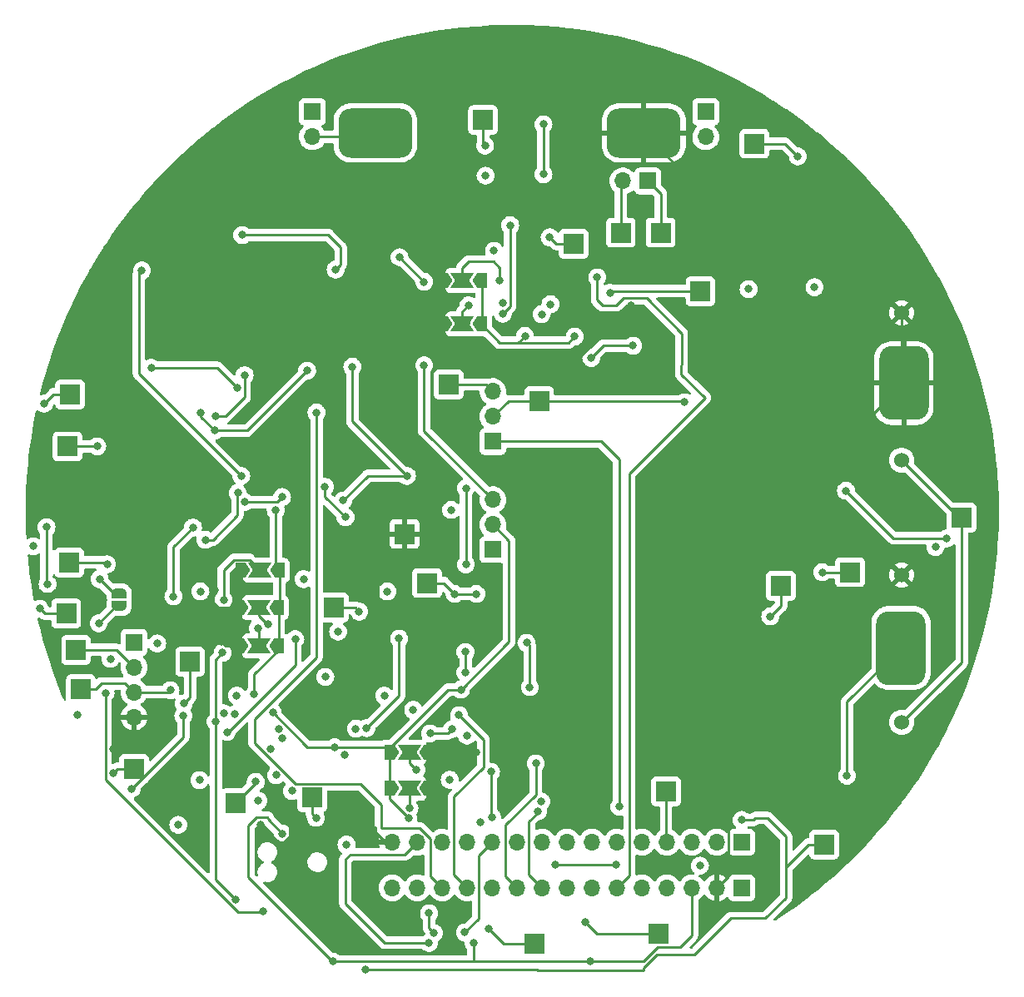
<source format=gbr>
%TF.GenerationSoftware,KiCad,Pcbnew,(6.0.7-1)-1*%
%TF.CreationDate,2022-09-29T15:21:57+02:00*%
%TF.ProjectId,Power_Management_Module,506f7765-725f-44d6-916e-6167656d656e,rev?*%
%TF.SameCoordinates,Original*%
%TF.FileFunction,Copper,L4,Bot*%
%TF.FilePolarity,Positive*%
%FSLAX46Y46*%
G04 Gerber Fmt 4.6, Leading zero omitted, Abs format (unit mm)*
G04 Created by KiCad (PCBNEW (6.0.7-1)-1) date 2022-09-29 15:21:57*
%MOMM*%
%LPD*%
G01*
G04 APERTURE LIST*
G04 Aperture macros list*
%AMRoundRect*
0 Rectangle with rounded corners*
0 $1 Rounding radius*
0 $2 $3 $4 $5 $6 $7 $8 $9 X,Y pos of 4 corners*
0 Add a 4 corners polygon primitive as box body*
4,1,4,$2,$3,$4,$5,$6,$7,$8,$9,$2,$3,0*
0 Add four circle primitives for the rounded corners*
1,1,$1+$1,$2,$3*
1,1,$1+$1,$4,$5*
1,1,$1+$1,$6,$7*
1,1,$1+$1,$8,$9*
0 Add four rect primitives between the rounded corners*
20,1,$1+$1,$2,$3,$4,$5,0*
20,1,$1+$1,$4,$5,$6,$7,0*
20,1,$1+$1,$6,$7,$8,$9,0*
20,1,$1+$1,$8,$9,$2,$3,0*%
%AMFreePoly0*
4,1,22,0.500000,-0.750000,0.000000,-0.750000,0.000000,-0.745033,-0.079941,-0.743568,-0.215256,-0.701293,-0.333266,-0.622738,-0.424486,-0.514219,-0.481581,-0.384460,-0.499164,-0.250000,-0.500000,-0.250000,-0.500000,0.250000,-0.499164,0.250000,-0.499963,0.256109,-0.478152,0.396186,-0.417904,0.524511,-0.324060,0.630769,-0.204165,0.706417,-0.067858,0.745374,0.000000,0.744959,0.000000,0.750000,
0.500000,0.750000,0.500000,-0.750000,0.500000,-0.750000,$1*%
%AMFreePoly1*
4,1,20,0.000000,0.744959,0.073905,0.744508,0.209726,0.703889,0.328688,0.626782,0.421226,0.519385,0.479903,0.390333,0.500000,0.250000,0.500000,-0.250000,0.499851,-0.262216,0.476331,-0.402017,0.414519,-0.529596,0.319384,-0.634700,0.198574,-0.708877,0.061801,-0.746166,0.000000,-0.745033,0.000000,-0.750000,-0.500000,-0.750000,-0.500000,0.750000,0.000000,0.750000,0.000000,0.744959,
0.000000,0.744959,$1*%
%AMFreePoly2*
4,1,6,1.000000,0.000000,0.500000,-0.750000,-0.500000,-0.750000,-0.500000,0.750000,0.500000,0.750000,1.000000,0.000000,1.000000,0.000000,$1*%
%AMFreePoly3*
4,1,7,0.700000,0.000000,1.200000,-0.750000,-1.200000,-0.750000,-0.700000,0.000000,-1.200000,0.750000,1.200000,0.750000,0.700000,0.000000,0.700000,0.000000,$1*%
G04 Aperture macros list end*
%TA.AperFunction,ComponentPad*%
%ADD10R,1.700000X1.700000*%
%TD*%
%TA.AperFunction,ComponentPad*%
%ADD11O,1.700000X1.700000*%
%TD*%
%TA.AperFunction,SMDPad,CuDef*%
%ADD12RoundRect,1.250000X-2.500000X-1.250000X2.500000X-1.250000X2.500000X1.250000X-2.500000X1.250000X0*%
%TD*%
%TA.AperFunction,SMDPad,CuDef*%
%ADD13RoundRect,1.250000X-1.250000X2.500000X-1.250000X-2.500000X1.250000X-2.500000X1.250000X2.500000X0*%
%TD*%
%TA.AperFunction,ComponentPad*%
%ADD14C,1.524000*%
%TD*%
%TA.AperFunction,SMDPad,CuDef*%
%ADD15FreePoly0,270.000000*%
%TD*%
%TA.AperFunction,SMDPad,CuDef*%
%ADD16FreePoly1,270.000000*%
%TD*%
%TA.AperFunction,SMDPad,CuDef*%
%ADD17R,2.000000X2.000000*%
%TD*%
%TA.AperFunction,SMDPad,CuDef*%
%ADD18FreePoly2,0.000000*%
%TD*%
%TA.AperFunction,SMDPad,CuDef*%
%ADD19FreePoly3,0.000000*%
%TD*%
%TA.AperFunction,SMDPad,CuDef*%
%ADD20FreePoly2,180.000000*%
%TD*%
%TA.AperFunction,SMDPad,CuDef*%
%ADD21FreePoly3,180.000000*%
%TD*%
%TA.AperFunction,ViaPad*%
%ADD22C,0.800000*%
%TD*%
%TA.AperFunction,Conductor*%
%ADD23C,0.250000*%
%TD*%
G04 APERTURE END LIST*
D10*
%TO.P,J8,1,Pin_1*%
%TO.N,/RESET_SS_FET*%
X171857500Y-125817500D03*
D11*
%TO.P,J8,2,Pin_2*%
%TO.N,+5V*%
X169317500Y-125817500D03*
%TO.P,J8,3,Pin_3*%
%TO.N,/VOut*%
X166777500Y-125817500D03*
%TO.P,J8,4,Pin_4*%
%TO.N,/MCC*%
X164237500Y-125817500D03*
%TO.P,J8,5,Pin_5*%
%TO.N,/CBooster*%
X161697500Y-125817500D03*
%TO.P,J8,6,Pin_6*%
%TO.N,/LED1*%
X159157500Y-125817500D03*
%TO.P,J8,7,Pin_7*%
%TO.N,/LED2*%
X156617500Y-125817500D03*
%TO.P,J8,8,Pin_8*%
%TO.N,/PB1*%
X154077500Y-125817500D03*
%TO.P,J8,9,Pin_9*%
%TO.N,/PB2*%
X151537500Y-125817500D03*
%TO.P,J8,10,Pin_10*%
%TO.N,/I2C_Conn*%
X148997500Y-125817500D03*
%TO.P,J8,11,Pin_11*%
%TO.N,/Temp*%
X146457500Y-125817500D03*
%TO.P,J8,12,Pin_12*%
%TO.N,/RX*%
X143917500Y-125817500D03*
%TO.P,J8,13,Pin_13*%
%TO.N,/TX*%
X141377500Y-125817500D03*
%TO.P,J8,14,Pin_14*%
%TO.N,/VOut_Fault*%
X138837500Y-125817500D03*
%TO.P,J8,15,Pin_15*%
%TO.N,GND*%
X136297500Y-125817500D03*
%TD*%
D10*
%TO.P,J10,1,Pin_1*%
%TO.N,/3V3_Sw_Reg*%
X146550000Y-96050000D03*
D11*
%TO.P,J10,2,Pin_2*%
%TO.N,+3V3*%
X146550000Y-93510000D03*
%TO.P,J10,3,Pin_3*%
%TO.N,/3V3_Lin_Reg*%
X146550000Y-90970000D03*
%TD*%
D10*
%TO.P,J37,1,Pin_1*%
%TO.N,/RX*%
X162300000Y-58550000D03*
D11*
%TO.P,J37,2,Pin_2*%
%TO.N,/TX*%
X159760000Y-58550000D03*
%TD*%
D10*
%TO.P,J12,1,Pin_1*%
%TO.N,Net-(J12-Pad1)*%
X128190000Y-51505000D03*
D11*
%TO.P,J12,2,Pin_2*%
%TO.N,+BATT*%
X128190000Y-54045000D03*
%TD*%
D12*
%TO.P,J1,1,Pin_1*%
%TO.N,+BATT*%
X134590000Y-53655000D03*
%TD*%
%TO.P,J5,1,Pin_1*%
%TO.N,GND*%
X161895000Y-53655000D03*
%TD*%
D13*
%TO.P,J2,1,Pin_1*%
%TO.N,GND*%
X188350000Y-79100000D03*
%TD*%
D14*
%TO.P,C15,1*%
%TO.N,+5V*%
X188115000Y-113620000D03*
%TO.P,C15,2*%
%TO.N,GND*%
X188115000Y-98620000D03*
%TD*%
D10*
%TO.P,J11,1,Pin_1*%
%TO.N,/5V_Sw_Reg*%
X146550000Y-85050000D03*
D11*
%TO.P,J11,2,Pin_2*%
%TO.N,+5VD*%
X146550000Y-82510000D03*
%TO.P,J11,3,Pin_3*%
%TO.N,/5V_Lin_Reg*%
X146550000Y-79970000D03*
%TD*%
D10*
%TO.P,J9,1,Pin_1*%
%TO.N,Net-(J9-Pad1)*%
X168195000Y-51510000D03*
D11*
%TO.P,J9,2,Pin_2*%
%TO.N,Net-(J9-Pad2)*%
X168195000Y-54050000D03*
%TD*%
D14*
%TO.P,C14,1*%
%TO.N,+5V*%
X188115000Y-86950000D03*
%TO.P,C14,2*%
%TO.N,GND*%
X188115000Y-71950000D03*
%TD*%
D10*
%TO.P,J6,1,Pin_1*%
%TO.N,/3V3_IN*%
X110050000Y-105470000D03*
D11*
%TO.P,J6,2,Pin_2*%
%TO.N,/SCL*%
X110050000Y-108010000D03*
%TO.P,J6,3,Pin_3*%
%TO.N,/SDA*%
X110050000Y-110550000D03*
%TO.P,J6,4,Pin_4*%
%TO.N,GND*%
X110050000Y-113090000D03*
%TD*%
D13*
%TO.P,J4,1,Pin_1*%
%TO.N,/VOut*%
X188050000Y-106050000D03*
%TD*%
D10*
%TO.P,J7,1,Pin_1*%
%TO.N,+BATT*%
X171857500Y-130467500D03*
D11*
%TO.P,J7,2,Pin_2*%
%TO.N,GND*%
X169317500Y-130467500D03*
%TO.P,J7,3,Pin_3*%
%TO.N,+3V3*%
X166777500Y-130467500D03*
%TO.P,J7,4,Pin_4*%
%TO.N,/SDA*%
X164237500Y-130467500D03*
%TO.P,J7,5,Pin_5*%
%TO.N,/SCL*%
X161697500Y-130467500D03*
%TO.P,J7,6,Pin_6*%
%TO.N,/Batt_Pre-sens*%
X159157500Y-130467500D03*
%TO.P,J7,7,Pin_7*%
%TO.N,/5V_Sw_Reg*%
X156617500Y-130467500D03*
%TO.P,J7,8,Pin_8*%
%TO.N,/5V_Lin_Reg*%
X154077500Y-130467500D03*
%TO.P,J7,9,Pin_9*%
%TO.N,/3V3_Sw_Reg*%
X151537500Y-130467500D03*
%TO.P,J7,10,Pin_10*%
%TO.N,/3V3_Lin_Reg*%
X148997500Y-130467500D03*
%TO.P,J7,11,Pin_11*%
%TO.N,/3V3_IN*%
X146457500Y-130467500D03*
%TO.P,J7,12,Pin_12*%
%TO.N,/CTRL_3V3*%
X143917500Y-130467500D03*
%TO.P,J7,13,Pin_13*%
%TO.N,+5VA*%
X141377500Y-130467500D03*
%TO.P,J7,14,Pin_14*%
%TO.N,+5VD*%
X138837500Y-130467500D03*
%TO.P,J7,15,Pin_15*%
%TO.N,/SS_FET*%
X136297500Y-130467500D03*
%TD*%
D15*
%TO.P,JP8,1,1*%
%TO.N,Net-(JP8-Pad1)*%
X108550000Y-100500000D03*
D16*
%TO.P,JP8,2,2*%
%TO.N,+3V3*%
X108550000Y-101800000D03*
%TD*%
D17*
%TO.P,TP6,1,1*%
%TO.N,/Batt_Pre-sens*%
X154750000Y-64950000D03*
%TD*%
%TO.P,TP15,1,1*%
%TO.N,/SS_FET*%
X139850000Y-99450000D03*
%TD*%
%TO.P,TP25,1,1*%
%TO.N,/I2C_Conn*%
X130350000Y-101950000D03*
%TD*%
%TO.P,TP22,1,1*%
%TO.N,/LED2*%
X150750000Y-136150000D03*
%TD*%
D18*
%TO.P,JP10,1,A*%
%TO.N,GND*%
X120750000Y-101950000D03*
D19*
%TO.P,JP10,2,C*%
%TO.N,/U6A1*%
X122750000Y-101950000D03*
D20*
%TO.P,JP10,3,B*%
%TO.N,+3V3*%
X124750000Y-101950000D03*
%TD*%
%TO.P,JP6,1,A*%
%TO.N,GND*%
X140050000Y-120350000D03*
D21*
%TO.P,JP6,2,C*%
%TO.N,/U4A1*%
X138050000Y-120350000D03*
D18*
%TO.P,JP6,3,B*%
%TO.N,+3V3*%
X136050000Y-120350000D03*
%TD*%
D17*
%TO.P,TP18,1,1*%
%TO.N,/VOut*%
X128150000Y-121250000D03*
%TD*%
%TO.P,TP23,1,1*%
%TO.N,/PB1*%
X182850000Y-98350000D03*
%TD*%
%TO.P,TP3,1,1*%
%TO.N,+3V3*%
X103550000Y-80250000D03*
%TD*%
%TO.P,TP14,1,1*%
%TO.N,+5VD*%
X151250000Y-80950000D03*
%TD*%
%TO.P,TP21,1,1*%
%TO.N,/LED1*%
X163350000Y-135150000D03*
%TD*%
%TO.P,TP29,1,1*%
%TO.N,/VOut_Fault*%
X115750000Y-107450000D03*
%TD*%
D18*
%TO.P,JP3,1,A*%
%TO.N,GND*%
X141430000Y-68655000D03*
D19*
%TO.P,JP3,2,C*%
%TO.N,/U1A1*%
X143430000Y-68655000D03*
D20*
%TO.P,JP3,3,B*%
%TO.N,+3V3*%
X145430000Y-68655000D03*
%TD*%
D17*
%TO.P,TP27,1,1*%
%TO.N,/RX*%
X163600000Y-63800000D03*
%TD*%
D18*
%TO.P,JP9,1,A*%
%TO.N,GND*%
X120750000Y-105850000D03*
D19*
%TO.P,JP9,2,C*%
%TO.N,/U6A0*%
X122750000Y-105850000D03*
D20*
%TO.P,JP9,3,B*%
%TO.N,+3V3*%
X124750000Y-105850000D03*
%TD*%
%TO.P,JP5,1,A*%
%TO.N,GND*%
X140050000Y-116650000D03*
D21*
%TO.P,JP5,2,C*%
%TO.N,/U4A0*%
X138050000Y-116650000D03*
D18*
%TO.P,JP5,3,B*%
%TO.N,+3V3*%
X136050000Y-116650000D03*
%TD*%
D17*
%TO.P,TP7,1,1*%
%TO.N,/5V_Sw_Reg*%
X103300000Y-85550000D03*
%TD*%
D18*
%TO.P,JP2,1,A*%
%TO.N,GND*%
X141430000Y-73100000D03*
D19*
%TO.P,JP2,2,C*%
%TO.N,/U1A0*%
X143430000Y-73100000D03*
D20*
%TO.P,JP2,3,B*%
%TO.N,+3V3*%
X145430000Y-73100000D03*
%TD*%
D17*
%TO.P,TP8,1,1*%
%TO.N,/5V_Lin_Reg*%
X142050000Y-79250000D03*
%TD*%
%TO.P,TP26,1,1*%
%TO.N,/Temp*%
X110050000Y-118350000D03*
%TD*%
%TO.P,TP9,1,1*%
%TO.N,/3V3_Sw_Reg*%
X103450000Y-97350000D03*
%TD*%
%TO.P,TP13,1,1*%
%TO.N,+5VA*%
X167650000Y-69750000D03*
%TD*%
%TO.P,TP17,1,1*%
%TO.N,+5V*%
X194230000Y-92785000D03*
%TD*%
%TO.P,TP5,1,1*%
%TO.N,/SCL*%
X104150000Y-106250000D03*
%TD*%
%TO.P,TP12,1,1*%
%TO.N,/CTRL_3V3*%
X145550000Y-52350000D03*
%TD*%
%TO.P,TP4,1,1*%
%TO.N,/SDA*%
X104650000Y-110250000D03*
%TD*%
%TO.P,TP19,1,1*%
%TO.N,/MCC*%
X164150000Y-120650000D03*
%TD*%
D18*
%TO.P,JP11,1,A*%
%TO.N,GND*%
X120850000Y-98150000D03*
D19*
%TO.P,JP11,2,C*%
%TO.N,/U6A2*%
X122850000Y-98150000D03*
D20*
%TO.P,JP11,3,B*%
%TO.N,+3V3*%
X124850000Y-98150000D03*
%TD*%
D17*
%TO.P,TP11,1,1*%
%TO.N,/3V3_IN*%
X103150000Y-102550000D03*
%TD*%
%TO.P,TP1,1,1*%
%TO.N,+BATT*%
X173150000Y-54750000D03*
%TD*%
%TO.P,TP2,1,1*%
%TO.N,GND*%
X137550000Y-94450000D03*
%TD*%
%TO.P,TP28,1,1*%
%TO.N,/TX*%
X159550000Y-63800000D03*
%TD*%
%TO.P,TP16,1,1*%
%TO.N,/RESET_SS_FET*%
X180250000Y-126050000D03*
%TD*%
%TO.P,TP20,1,1*%
%TO.N,/CBooster*%
X120350000Y-121850000D03*
%TD*%
%TO.P,TP24,1,1*%
%TO.N,/PB2*%
X175850000Y-99750000D03*
%TD*%
D22*
%TO.N,+3V3*%
X145300000Y-123800000D03*
X143300000Y-110300000D03*
X104300000Y-112900000D03*
X130250000Y-137950000D03*
X125150000Y-124950000D03*
X146650000Y-65650000D03*
X149800000Y-74300000D03*
X130455000Y-116145000D03*
X100900000Y-81200000D03*
X154860000Y-74370000D03*
X123950000Y-116350000D03*
X156450000Y-137950000D03*
X151450000Y-121650000D03*
X124450000Y-92050000D03*
X137950000Y-123350000D03*
X144550000Y-136050000D03*
X106450000Y-103550000D03*
X122263021Y-110736979D03*
X124163021Y-112636979D03*
%TO.N,GND*%
X134050000Y-136050000D03*
X145650000Y-62750000D03*
X147050000Y-58300000D03*
X144850000Y-116650000D03*
X136050000Y-103450000D03*
X160575000Y-71195000D03*
X106550000Y-81050000D03*
X118300000Y-100200000D03*
X134850000Y-99250000D03*
X122950000Y-124015000D03*
X118950000Y-105450000D03*
X169950000Y-57150000D03*
X139620000Y-73100000D03*
X131365000Y-70560000D03*
X109050000Y-81050000D03*
X107950000Y-116350000D03*
%TO.N,+5VA*%
X128600000Y-82100000D03*
X120550000Y-79550000D03*
X158457500Y-69925000D03*
X111800000Y-77550000D03*
%TO.N,/3V3_Lin_Reg*%
X150900000Y-117800000D03*
X139550000Y-68800000D03*
X139550000Y-77300000D03*
X137050000Y-66300000D03*
%TO.N,/5V_Lin_Reg*%
X99800000Y-95700000D03*
X130550000Y-67550000D03*
X147550000Y-72050000D03*
X148300000Y-63050000D03*
X121050000Y-64050000D03*
%TO.N,/CTRL_3V3*%
X121300000Y-91200000D03*
X126450000Y-105150000D03*
X145750000Y-54950000D03*
X143100000Y-112900000D03*
X125100000Y-90700000D03*
X119500000Y-114600000D03*
X145800000Y-58000000D03*
X135500000Y-110900000D03*
%TO.N,+5VD*%
X143750000Y-106450000D03*
X143800000Y-89800000D03*
X143800000Y-97550000D03*
X192700000Y-94900000D03*
X182450000Y-90050000D03*
X167600000Y-128200000D03*
X166050000Y-81050000D03*
X143750000Y-108550000D03*
%TO.N,/SS_FET*%
X131650000Y-126050000D03*
X137000000Y-105100000D03*
X142650000Y-100550000D03*
X144850000Y-100550000D03*
X133700000Y-114200000D03*
%TO.N,+5V*%
X149968750Y-105531250D03*
X160800000Y-75300000D03*
X150300000Y-110050000D03*
X156550000Y-76550000D03*
X132600000Y-114274695D03*
X126100000Y-120600000D03*
%TO.N,/5V_Sw_Reg*%
X132250000Y-77450000D03*
X159400000Y-122200000D03*
X137800000Y-88550000D03*
X131300000Y-91050000D03*
X106300000Y-85550000D03*
%TO.N,/3V3_Sw_Reg*%
X107300000Y-97550000D03*
X151150000Y-122650000D03*
X135800000Y-100300000D03*
X116800000Y-100300000D03*
%TO.N,Net-(C45-Pad1)*%
X127650000Y-77850000D03*
X118250000Y-83950000D03*
X116850000Y-82150000D03*
%TO.N,+BATT*%
X177550000Y-56050000D03*
%TO.N,/VOut*%
X152900000Y-128100000D03*
X128550000Y-123350000D03*
X159100000Y-128100000D03*
X182550000Y-119050000D03*
%TO.N,/3V3_IN*%
X100450000Y-102050000D03*
X123150000Y-132850000D03*
X107150000Y-110650000D03*
%TO.N,/SCL*%
X142400000Y-114300000D03*
X142300000Y-92000000D03*
X140150000Y-114750000D03*
X151500000Y-72100000D03*
%TO.N,/SDA*%
X147550000Y-70950000D03*
X127300000Y-99050000D03*
X113750000Y-110350000D03*
X152400000Y-71100000D03*
X130800000Y-104400000D03*
X131500000Y-116900000D03*
%TO.N,/Batt_Pre-sens*%
X157150000Y-68350000D03*
X152320000Y-64280000D03*
%TO.N,/RESET_SS_FET*%
X120400000Y-131700000D03*
X119050000Y-106550000D03*
X171850000Y-123550000D03*
X118350000Y-113550000D03*
X133550000Y-138750000D03*
%TO.N,/CBooster*%
X122425000Y-119675000D03*
X191550000Y-95800000D03*
%TO.N,/LED1*%
X155950000Y-133950000D03*
X122700000Y-121600000D03*
%TO.N,/LED2*%
X146150000Y-134650000D03*
X124500000Y-119000000D03*
%TO.N,/PB1*%
X179250000Y-69350000D03*
X125150000Y-115250000D03*
X180050000Y-98350000D03*
%TO.N,/PB2*%
X172550000Y-69550000D03*
X124800000Y-114300000D03*
X174750000Y-102850000D03*
%TO.N,/I2C_Conn*%
X142150000Y-119450000D03*
X119200000Y-112700000D03*
X132950000Y-102350000D03*
%TO.N,/Temp*%
X109800000Y-120400000D03*
X107950000Y-118750000D03*
X115050000Y-112950000D03*
X143700000Y-135000000D03*
%TO.N,/RX*%
X120500000Y-110900000D03*
X138437348Y-112337348D03*
X143917500Y-114982500D03*
%TO.N,/TX*%
X120300000Y-112800000D03*
%TO.N,/VOut_Fault*%
X115100000Y-111700000D03*
X140050000Y-136050000D03*
%TO.N,Net-(J12-Pad1)*%
X151685000Y-52780000D03*
X151685000Y-57860000D03*
%TO.N,/U1A0*%
X144065000Y-71195000D03*
%TO.N,/U1A1*%
X147240000Y-68655000D03*
%TO.N,/U4A0*%
X138750000Y-118450000D03*
%TO.N,/U4A1*%
X138050000Y-122350000D03*
%TO.N,Net-(JP8-Pad1)*%
X106550000Y-99050000D03*
%TO.N,/U6A0*%
X122650000Y-104050000D03*
%TO.N,/U6A1*%
X123650000Y-103650000D03*
%TO.N,/U6A2*%
X119150000Y-101150000D03*
%TO.N,Net-(JP12-Pad2)*%
X112400000Y-105600000D03*
X114550000Y-124050000D03*
X107650000Y-107150000D03*
%TO.N,/SCL_In*%
X146450000Y-123250000D03*
X146350000Y-118650000D03*
%TO.N,Net-(L1-Pad1)*%
X120600000Y-90300000D03*
X117300000Y-95050000D03*
%TO.N,Net-(L2-Pad1)*%
X121300000Y-78300000D03*
X118350305Y-82499695D03*
%TO.N,Net-(Q7-Pad1)*%
X140550000Y-135050000D03*
X140050000Y-133050000D03*
%TO.N,Net-(Q11-Pad3)*%
X101150000Y-93750000D03*
X101250000Y-99550000D03*
%TO.N,Net-(Q15-Pad3)*%
X129450000Y-89650000D03*
X131550000Y-92750000D03*
%TO.N,Net-(R37-Pad2)*%
X120950000Y-88550000D03*
X110850000Y-67650000D03*
%TO.N,Net-(R38-Pad2)*%
X116050000Y-93800000D03*
X114050000Y-100800000D03*
%TO.N,/MCU_SS_FET*%
X129500000Y-109000000D03*
X116700000Y-119500000D03*
%TD*%
D23*
%TO.N,+3V3*%
X124750000Y-101950000D02*
X124750000Y-105850000D01*
X136050000Y-120350000D02*
X136050000Y-121450000D01*
X144550000Y-136050000D02*
X144550000Y-137850000D01*
X101850000Y-80250000D02*
X100900000Y-81200000D01*
X144550000Y-137850000D02*
X144650000Y-137950000D01*
X121650000Y-124150000D02*
X121650000Y-129367582D01*
X148186443Y-105413557D02*
X143300000Y-110300000D01*
X146550000Y-93510000D02*
X148186443Y-95146443D01*
X141990380Y-110300000D02*
X143300000Y-110300000D01*
X163300000Y-136500000D02*
X165600000Y-136500000D01*
X136050000Y-116240380D02*
X141990380Y-110300000D01*
X136050000Y-120350000D02*
X136050000Y-116650000D01*
X124750000Y-105850000D02*
X124750000Y-106259620D01*
X144650000Y-137950000D02*
X156450000Y-137950000D01*
X122263021Y-108746599D02*
X122263021Y-110736979D01*
X123650000Y-123350000D02*
X123590000Y-123290000D01*
X145430000Y-73100000D02*
X145430000Y-68655000D01*
X108200000Y-101800000D02*
X106450000Y-103550000D01*
X154225000Y-75005000D02*
X154860000Y-74370000D01*
X127671042Y-116145000D02*
X130455000Y-116145000D01*
X149095000Y-75005000D02*
X154225000Y-75005000D01*
X166777500Y-135322500D02*
X166777500Y-130467500D01*
X149800000Y-74300000D02*
X149095000Y-75005000D01*
X121650000Y-129367582D02*
X130232418Y-137950000D01*
X161850000Y-137950000D02*
X163300000Y-136500000D01*
X124850000Y-98150000D02*
X124850000Y-101850000D01*
X124750000Y-106259620D02*
X122263021Y-108746599D01*
X145430000Y-73100000D02*
X145430000Y-73195000D01*
X124850000Y-101850000D02*
X124750000Y-101950000D01*
X165600000Y-136500000D02*
X166777500Y-135322500D01*
X124450000Y-97750000D02*
X124450000Y-92050000D01*
X125150000Y-124950000D02*
X123650000Y-123450000D01*
X148186443Y-95146443D02*
X148186443Y-105413557D01*
X103550000Y-80250000D02*
X101850000Y-80250000D01*
X136050000Y-121450000D02*
X137950000Y-123350000D01*
X130232418Y-137950000D02*
X130250000Y-137950000D01*
X147240000Y-75005000D02*
X149095000Y-75005000D01*
X135545000Y-116145000D02*
X136050000Y-116650000D01*
X108550000Y-101800000D02*
X108200000Y-101800000D01*
X145430000Y-73195000D02*
X147240000Y-75005000D01*
X124163021Y-112636979D02*
X127671042Y-116145000D01*
X123590000Y-123290000D02*
X122510000Y-123290000D01*
X130250000Y-137950000D02*
X144650000Y-137950000D01*
X136050000Y-116650000D02*
X136050000Y-116240380D01*
X123650000Y-123450000D02*
X123650000Y-123350000D01*
X156450000Y-137950000D02*
X161850000Y-137950000D01*
X124850000Y-98150000D02*
X124450000Y-97750000D01*
X122510000Y-123290000D02*
X121650000Y-124150000D01*
X130455000Y-116145000D02*
X135545000Y-116145000D01*
%TO.N,GND*%
X140050000Y-120350000D02*
X140050000Y-116650000D01*
X160575000Y-71195000D02*
X155495000Y-76275000D01*
X137550000Y-96550000D02*
X134850000Y-99250000D01*
X118100000Y-100400000D02*
X118300000Y-100200000D01*
X170492500Y-129292500D02*
X169317500Y-130467500D01*
X188115000Y-78865000D02*
X188115000Y-71950000D01*
X106550000Y-81050000D02*
X109050000Y-81050000D01*
X144275000Y-61375000D02*
X143975000Y-61375000D01*
X155495000Y-76275000D02*
X142795000Y-76275000D01*
X141525000Y-73195000D02*
X141430000Y-73100000D01*
X135617500Y-125817500D02*
X136297500Y-125817500D01*
X136050000Y-103450000D02*
X134850000Y-102250000D01*
X132550000Y-134550000D02*
X131550000Y-134550000D01*
X139525000Y-70560000D02*
X141430000Y-68655000D01*
X147050000Y-58300000D02*
X143975000Y-61375000D01*
X143975000Y-61375000D02*
X141430000Y-63920000D01*
X134850000Y-102250000D02*
X134850000Y-99250000D01*
X141430000Y-63920000D02*
X141430000Y-68655000D01*
X120750000Y-101950000D02*
X118650000Y-101950000D01*
X125307805Y-125817500D02*
X125900000Y-125225305D01*
X188350000Y-79100000D02*
X170492500Y-96957500D01*
X120750000Y-101950000D02*
X120750000Y-98250000D01*
X120750000Y-98250000D02*
X120850000Y-98150000D01*
X120750000Y-105850000D02*
X120750000Y-101950000D01*
X131365000Y-70560000D02*
X139525000Y-70560000D01*
X131550000Y-134550000D02*
X124752500Y-127752500D01*
X170492500Y-96957500D02*
X170492500Y-129292500D01*
X134600000Y-124300000D02*
X134600000Y-124800000D01*
X118100000Y-101400000D02*
X118100000Y-100400000D01*
X165390000Y-57150000D02*
X169950000Y-57150000D01*
X134050000Y-136050000D02*
X132550000Y-134550000D01*
X119350000Y-105850000D02*
X118950000Y-105450000D01*
X141525000Y-75005000D02*
X141525000Y-73195000D01*
X141430000Y-73100000D02*
X141430000Y-68655000D01*
X124752500Y-127752500D02*
X124752500Y-125817500D01*
X161895000Y-53655000D02*
X165390000Y-57150000D01*
X140050000Y-116650000D02*
X144850000Y-116650000D01*
X124752500Y-125817500D02*
X125307805Y-125817500D01*
X125900000Y-124300000D02*
X134600000Y-124300000D01*
X134600000Y-124800000D02*
X135617500Y-125817500D01*
X145650000Y-62750000D02*
X144275000Y-61375000D01*
X142795000Y-76275000D02*
X141525000Y-75005000D01*
X125900000Y-125225305D02*
X125900000Y-124300000D01*
X137550000Y-94450000D02*
X137550000Y-96550000D01*
X120750000Y-105850000D02*
X119350000Y-105850000D01*
X118650000Y-101950000D02*
X118100000Y-101400000D01*
X139620000Y-73100000D02*
X141430000Y-73100000D01*
X122950000Y-124015000D02*
X124752500Y-125817500D01*
X188350000Y-79100000D02*
X188115000Y-78865000D01*
%TO.N,+5VA*%
X128600000Y-107000000D02*
X122300000Y-113300000D01*
X133100000Y-119900000D02*
X135191778Y-121991778D01*
X139091778Y-124391778D02*
X140202500Y-125502500D01*
X122300000Y-113300000D02*
X122300000Y-115725305D01*
X118550000Y-77550000D02*
X111800000Y-77550000D01*
X120550000Y-79550000D02*
X118550000Y-77550000D01*
X122300000Y-115725305D02*
X126499695Y-119925000D01*
X126499695Y-119925000D02*
X133075000Y-119925000D01*
X140202500Y-129292500D02*
X141377500Y-130467500D01*
X167650000Y-69750000D02*
X158632500Y-69750000D01*
X158632500Y-69750000D02*
X158457500Y-69925000D01*
X128600000Y-82100000D02*
X128600000Y-107000000D01*
X135191778Y-121991778D02*
X135191778Y-124391778D01*
X133075000Y-119925000D02*
X133100000Y-119900000D01*
X140202500Y-125502500D02*
X140202500Y-129292500D01*
X135191778Y-124391778D02*
X139091778Y-124391778D01*
%TO.N,/3V3_Lin_Reg*%
X147822500Y-129292500D02*
X148997500Y-130467500D01*
X139550000Y-83970000D02*
X139550000Y-77300000D01*
X150900000Y-121000000D02*
X147822500Y-124077500D01*
X147822500Y-124077500D02*
X147822500Y-129292500D01*
X146550000Y-90970000D02*
X139550000Y-83970000D01*
X150900000Y-117800000D02*
X150900000Y-121000000D01*
X139550000Y-68800000D02*
X137050000Y-66300000D01*
%TO.N,/5V_Lin_Reg*%
X131050000Y-67050000D02*
X130550000Y-67550000D01*
X142050000Y-79250000D02*
X145830000Y-79250000D01*
X148300000Y-71300000D02*
X148300000Y-63050000D01*
X131050000Y-65300000D02*
X131050000Y-67050000D01*
X145830000Y-79250000D02*
X146550000Y-79970000D01*
X147550000Y-72050000D02*
X148300000Y-71300000D01*
X121050000Y-64050000D02*
X129800000Y-64050000D01*
X129800000Y-64050000D02*
X131050000Y-65300000D01*
%TO.N,/CTRL_3V3*%
X119600000Y-114600000D02*
X119500000Y-114600000D01*
X126450000Y-105150000D02*
X126450000Y-107750000D01*
X142600000Y-129150000D02*
X142600000Y-121200000D01*
X121300000Y-91200000D02*
X124600000Y-91200000D01*
X124600000Y-91200000D02*
X125100000Y-90700000D01*
X120000000Y-114200000D02*
X119600000Y-114600000D01*
X142600000Y-121200000D02*
X145575000Y-118225000D01*
X145550000Y-52350000D02*
X145550000Y-54750000D01*
X143917500Y-130467500D02*
X142600000Y-129150000D01*
X126450000Y-107750000D02*
X120000000Y-114200000D01*
X145575000Y-115375000D02*
X143100000Y-112900000D01*
X145575000Y-118225000D02*
X145575000Y-115375000D01*
X145550000Y-54750000D02*
X145750000Y-54950000D01*
%TO.N,+5VD*%
X151250000Y-80950000D02*
X148110000Y-80950000D01*
X192700000Y-94900000D02*
X187300000Y-94900000D01*
X187300000Y-94900000D02*
X182450000Y-90050000D01*
X151250000Y-80950000D02*
X165950000Y-80950000D01*
X148110000Y-80950000D02*
X146550000Y-82510000D01*
X143750000Y-108550000D02*
X143750000Y-106450000D01*
X143800000Y-97550000D02*
X143800000Y-89800000D01*
X165950000Y-80950000D02*
X166050000Y-81050000D01*
%TO.N,/SS_FET*%
X144850000Y-100550000D02*
X142650000Y-100550000D01*
X137000000Y-105100000D02*
X137000000Y-110900000D01*
X137000000Y-110900000D02*
X133700000Y-114200000D01*
X139850000Y-99450000D02*
X141550000Y-99450000D01*
X141550000Y-99450000D02*
X142650000Y-100550000D01*
%TO.N,+5V*%
X188115000Y-86950000D02*
X193950000Y-92785000D01*
X193950000Y-92785000D02*
X194230000Y-92785000D01*
X156550000Y-76550000D02*
X157800000Y-75300000D01*
X157800000Y-75300000D02*
X160800000Y-75300000D01*
X194230000Y-107505000D02*
X194230000Y-92785000D01*
X188115000Y-113620000D02*
X194230000Y-107505000D01*
X150300000Y-110050000D02*
X150300000Y-105862500D01*
X150300000Y-105862500D02*
X149968750Y-105531250D01*
%TO.N,/5V_Sw_Reg*%
X132250000Y-77450000D02*
X132250000Y-83000000D01*
X103300000Y-85550000D02*
X106300000Y-85550000D01*
X133800000Y-88550000D02*
X137800000Y-88550000D01*
X131300000Y-91050000D02*
X133800000Y-88550000D01*
X157550000Y-85050000D02*
X159400000Y-86900000D01*
X159400000Y-86900000D02*
X159400000Y-122200000D01*
X132250000Y-83000000D02*
X137800000Y-88550000D01*
X146550000Y-85050000D02*
X157550000Y-85050000D01*
%TO.N,/3V3_Sw_Reg*%
X150212501Y-129142501D02*
X151537500Y-130467500D01*
X103450000Y-97350000D02*
X107100000Y-97350000D01*
X150212501Y-123712501D02*
X150212501Y-123687499D01*
X150212501Y-123712501D02*
X150212501Y-129142501D01*
X107100000Y-97350000D02*
X107300000Y-97550000D01*
X150212501Y-123687499D02*
X151250000Y-122650000D01*
%TO.N,Net-(C45-Pad1)*%
X116850000Y-82150000D02*
X116850000Y-82550000D01*
X116850000Y-82550000D02*
X118250000Y-83950000D01*
X121550000Y-83950000D02*
X118250000Y-83950000D01*
X127650000Y-77850000D02*
X121550000Y-83950000D01*
%TO.N,+BATT*%
X134200000Y-54045000D02*
X128190000Y-54045000D01*
X134590000Y-53655000D02*
X134200000Y-54045000D01*
X173150000Y-54750000D02*
X176250000Y-54750000D01*
X176250000Y-54750000D02*
X177550000Y-56050000D01*
%TO.N,/VOut*%
X153200000Y-128100000D02*
X152900000Y-128100000D01*
X128150000Y-121250000D02*
X128150000Y-122950000D01*
X188050000Y-106050000D02*
X182550000Y-111550000D01*
X159100000Y-128100000D02*
X153200000Y-128100000D01*
X182550000Y-111550000D02*
X182550000Y-119050000D01*
X128150000Y-122950000D02*
X128550000Y-123350000D01*
%TO.N,/3V3_IN*%
X122550000Y-132950000D02*
X123050000Y-132950000D01*
X103150000Y-102550000D02*
X100950000Y-102550000D01*
X123050000Y-132950000D02*
X123150000Y-132850000D01*
X107150000Y-110650000D02*
X107150000Y-119475305D01*
X120624695Y-132950000D02*
X122550000Y-132950000D01*
X107150000Y-119475305D02*
X120624695Y-132950000D01*
X100950000Y-102550000D02*
X100450000Y-102050000D01*
%TO.N,/SCL*%
X140150000Y-114750000D02*
X141950000Y-114750000D01*
X104150000Y-106250000D02*
X108290000Y-106250000D01*
X108290000Y-106250000D02*
X110050000Y-108010000D01*
X141950000Y-114750000D02*
X142400000Y-114300000D01*
%TO.N,/SDA*%
X109150000Y-109650000D02*
X110050000Y-110550000D01*
X113750000Y-110350000D02*
X113550000Y-110550000D01*
X106150000Y-110250000D02*
X106750000Y-109650000D01*
X113550000Y-110550000D02*
X110050000Y-110550000D01*
X104650000Y-110250000D02*
X106150000Y-110250000D01*
X106750000Y-109650000D02*
X109150000Y-109650000D01*
%TO.N,/Batt_Pre-sens*%
X157150000Y-68350000D02*
X157150000Y-70650000D01*
X165700000Y-78200000D02*
X168100000Y-80600000D01*
X160425000Y-129200000D02*
X159157500Y-130467500D01*
X168100000Y-80600000D02*
X160425000Y-88275000D01*
X159830000Y-70470000D02*
X162170000Y-70470000D01*
X159100000Y-71200000D02*
X159830000Y-70470000D01*
X152990000Y-64950000D02*
X154750000Y-64950000D01*
X162170000Y-70470000D02*
X165749695Y-74049695D01*
X165749695Y-77250305D02*
X165700000Y-77300000D01*
X157150000Y-70650000D02*
X157700000Y-71200000D01*
X157700000Y-71200000D02*
X159100000Y-71200000D01*
X160425000Y-88275000D02*
X160425000Y-129200000D01*
X165749695Y-74049695D02*
X165749695Y-77250305D01*
X152320000Y-64280000D02*
X152990000Y-64950000D01*
X165700000Y-77300000D02*
X165700000Y-78200000D01*
%TO.N,/RESET_SS_FET*%
X176350000Y-128350000D02*
X176350000Y-131450000D01*
X171850000Y-123550000D02*
X173050000Y-123550000D01*
X118350000Y-113550000D02*
X118350000Y-121250000D01*
X176350000Y-131450000D02*
X174250000Y-133550000D01*
X161850000Y-138586396D02*
X161850000Y-138850000D01*
X174250000Y-133550000D02*
X170750000Y-133550000D01*
X118350000Y-107250000D02*
X119050000Y-106550000D01*
X167050000Y-137250000D02*
X163186396Y-137250000D01*
X174450000Y-123350000D02*
X176350000Y-125250000D01*
X173250000Y-123350000D02*
X174450000Y-123350000D01*
X161850000Y-138850000D02*
X151150000Y-138850000D01*
X151150000Y-138850000D02*
X151050000Y-138750000D01*
X118350000Y-121250000D02*
X118350000Y-129650000D01*
X118350000Y-129650000D02*
X118650000Y-129950000D01*
X170750000Y-133550000D02*
X167050000Y-137250000D01*
X163186396Y-137250000D02*
X161850000Y-138586396D01*
X176350000Y-125250000D02*
X176350000Y-128350000D01*
X180250000Y-126050000D02*
X178650000Y-126050000D01*
X120400000Y-131700000D02*
X118650000Y-129950000D01*
X151050000Y-138750000D02*
X133550000Y-138750000D01*
X178650000Y-126050000D02*
X176350000Y-128350000D01*
X118350000Y-113550000D02*
X118350000Y-107250000D01*
X173050000Y-123550000D02*
X173250000Y-123350000D01*
%TO.N,/MCC*%
X164150000Y-120650000D02*
X164150000Y-125730000D01*
X164150000Y-125730000D02*
X164237500Y-125817500D01*
%TO.N,/CBooster*%
X120350000Y-121850000D02*
X122425000Y-119775000D01*
X122425000Y-119775000D02*
X122425000Y-119675000D01*
%TO.N,/LED1*%
X157150000Y-135150000D02*
X155950000Y-133950000D01*
X163350000Y-135150000D02*
X157150000Y-135150000D01*
%TO.N,/LED2*%
X147650000Y-136150000D02*
X150750000Y-136150000D01*
X146150000Y-134650000D02*
X147650000Y-136150000D01*
%TO.N,/PB1*%
X182850000Y-98350000D02*
X180050000Y-98350000D01*
%TO.N,/PB2*%
X175850000Y-99750000D02*
X175850000Y-101750000D01*
X175850000Y-101750000D02*
X174750000Y-102850000D01*
%TO.N,/I2C_Conn*%
X132550000Y-101950000D02*
X132950000Y-102350000D01*
X130350000Y-101950000D02*
X132550000Y-101950000D01*
%TO.N,/Temp*%
X115050000Y-112950000D02*
X115050000Y-115150000D01*
X145092500Y-133607500D02*
X145092500Y-127182500D01*
X143700000Y-135000000D02*
X145092500Y-133607500D01*
X110050000Y-118350000D02*
X108350000Y-118350000D01*
X108350000Y-118350000D02*
X107950000Y-118750000D01*
X115050000Y-115150000D02*
X109800000Y-120400000D01*
X145092500Y-127182500D02*
X146457500Y-125817500D01*
%TO.N,/RX*%
X163600000Y-59850000D02*
X162300000Y-58550000D01*
X163600000Y-63800000D02*
X163600000Y-59850000D01*
%TO.N,/TX*%
X159550000Y-58760000D02*
X159760000Y-58550000D01*
X159550000Y-63800000D02*
X159550000Y-58760000D01*
%TO.N,/VOut_Fault*%
X115750000Y-111050000D02*
X115100000Y-111700000D01*
X135550000Y-136050000D02*
X140050000Y-136050000D01*
X137605000Y-127050000D02*
X132050000Y-127050000D01*
X132050000Y-127050000D02*
X131550000Y-127550000D01*
X115750000Y-107450000D02*
X115750000Y-111050000D01*
X131550000Y-132050000D02*
X135550000Y-136050000D01*
X138837500Y-125817500D02*
X137605000Y-127050000D01*
X131550000Y-127550000D02*
X131550000Y-132050000D01*
%TO.N,Net-(J12-Pad1)*%
X151685000Y-57860000D02*
X151685000Y-52780000D01*
%TO.N,/U1A0*%
X143430000Y-71830000D02*
X144065000Y-71195000D01*
X143430000Y-73100000D02*
X144065000Y-72465000D01*
X144065000Y-73100000D02*
X144065000Y-72465000D01*
X143430000Y-73100000D02*
X143430000Y-71830000D01*
%TO.N,/U1A1*%
X146605000Y-66750000D02*
X147240000Y-67385000D01*
X143430000Y-67385000D02*
X144065000Y-66750000D01*
X147240000Y-67385000D02*
X147240000Y-68655000D01*
X144065000Y-66750000D02*
X146605000Y-66750000D01*
X143430000Y-68655000D02*
X143430000Y-67385000D01*
%TO.N,/U4A0*%
X138050000Y-116650000D02*
X138050000Y-117750000D01*
X138050000Y-117750000D02*
X138750000Y-118450000D01*
%TO.N,/U4A1*%
X138050000Y-120350000D02*
X138050000Y-122350000D01*
%TO.N,Net-(JP8-Pad1)*%
X108000000Y-100500000D02*
X106550000Y-99050000D01*
X108550000Y-100500000D02*
X108000000Y-100500000D01*
%TO.N,/U6A0*%
X122750000Y-104150000D02*
X122650000Y-104050000D01*
X122750000Y-105850000D02*
X122750000Y-104150000D01*
%TO.N,/U6A1*%
X122750000Y-102750000D02*
X123550000Y-103550000D01*
X123550000Y-103550000D02*
X123650000Y-103650000D01*
X122750000Y-101950000D02*
X122750000Y-102750000D01*
%TO.N,/U6A2*%
X121775000Y-97075000D02*
X122850000Y-98150000D01*
X120215380Y-97075000D02*
X121775000Y-97075000D01*
X119150000Y-98140380D02*
X120215380Y-97075000D01*
X119150000Y-101150000D02*
X119150000Y-98140380D01*
%TO.N,/SCL_In*%
X146350000Y-118650000D02*
X146350000Y-123150000D01*
X146350000Y-123150000D02*
X146450000Y-123250000D01*
%TO.N,Net-(L1-Pad1)*%
X118050000Y-95050000D02*
X120550000Y-92550000D01*
X117300000Y-95050000D02*
X118050000Y-95050000D01*
X120550000Y-92550000D02*
X120550000Y-90350000D01*
X120550000Y-90350000D02*
X120600000Y-90300000D01*
%TO.N,Net-(L2-Pad1)*%
X119350305Y-82499695D02*
X118350305Y-82499695D01*
X121300000Y-80550000D02*
X119350305Y-82499695D01*
X121300000Y-78300000D02*
X121300000Y-80550000D01*
%TO.N,Net-(Q7-Pad1)*%
X140050000Y-133050000D02*
X140050000Y-134550000D01*
X140050000Y-134550000D02*
X140550000Y-135050000D01*
%TO.N,Net-(Q11-Pad3)*%
X101150000Y-93750000D02*
X101150000Y-99450000D01*
X101150000Y-99450000D02*
X101250000Y-99550000D01*
%TO.N,Net-(Q15-Pad3)*%
X129450000Y-89650000D02*
X129450000Y-90650000D01*
X129450000Y-90650000D02*
X131550000Y-92750000D01*
%TO.N,Net-(R37-Pad2)*%
X110550000Y-78150000D02*
X110550000Y-67950000D01*
X120950000Y-88550000D02*
X110550000Y-78150000D01*
X110550000Y-67950000D02*
X110850000Y-67650000D01*
%TO.N,Net-(R38-Pad2)*%
X114050000Y-100800000D02*
X114050000Y-95800000D01*
X114050000Y-95800000D02*
X116050000Y-93800000D01*
%TD*%
%TA.AperFunction,Conductor*%
%TO.N,GND*%
G36*
X121584532Y-113615538D02*
G01*
X121641368Y-113658085D01*
X121666179Y-113724605D01*
X121666500Y-113733594D01*
X121666500Y-115646538D01*
X121665973Y-115657721D01*
X121664298Y-115665214D01*
X121664547Y-115673140D01*
X121664547Y-115673141D01*
X121666438Y-115733291D01*
X121666500Y-115737250D01*
X121666500Y-115765161D01*
X121666997Y-115769095D01*
X121666997Y-115769096D01*
X121667005Y-115769161D01*
X121667938Y-115780998D01*
X121669327Y-115825194D01*
X121672437Y-115835898D01*
X121674978Y-115844644D01*
X121678987Y-115864005D01*
X121681526Y-115884102D01*
X121684445Y-115891473D01*
X121684445Y-115891475D01*
X121697804Y-115925217D01*
X121701649Y-115936447D01*
X121713982Y-115978898D01*
X121718015Y-115985717D01*
X121718017Y-115985722D01*
X121724293Y-115996333D01*
X121732988Y-116014081D01*
X121740448Y-116032922D01*
X121745110Y-116039338D01*
X121745110Y-116039339D01*
X121766436Y-116068692D01*
X121772952Y-116078612D01*
X121795458Y-116116667D01*
X121809779Y-116130988D01*
X121822619Y-116146021D01*
X121834528Y-116162412D01*
X121861791Y-116184966D01*
X121868605Y-116190603D01*
X121877384Y-116198593D01*
X123856875Y-118178084D01*
X123890901Y-118240396D01*
X123885836Y-118311211D01*
X123861419Y-118351484D01*
X123760960Y-118463056D01*
X123728791Y-118518774D01*
X123686011Y-118592872D01*
X123665473Y-118628444D01*
X123606458Y-118810072D01*
X123605768Y-118816633D01*
X123605768Y-118816635D01*
X123598700Y-118883882D01*
X123586496Y-119000000D01*
X123587186Y-119006565D01*
X123602370Y-119151029D01*
X123606458Y-119189928D01*
X123665473Y-119371556D01*
X123668776Y-119377278D01*
X123668777Y-119377279D01*
X123687097Y-119409010D01*
X123760960Y-119536944D01*
X123765378Y-119541851D01*
X123765379Y-119541852D01*
X123834658Y-119618794D01*
X123888747Y-119678866D01*
X124043248Y-119791118D01*
X124049276Y-119793802D01*
X124049278Y-119793803D01*
X124209799Y-119865271D01*
X124217712Y-119868794D01*
X124293795Y-119884966D01*
X124398056Y-119907128D01*
X124398061Y-119907128D01*
X124404513Y-119908500D01*
X124595487Y-119908500D01*
X124601939Y-119907128D01*
X124601944Y-119907128D01*
X124706205Y-119884966D01*
X124782288Y-119868794D01*
X124790201Y-119865271D01*
X124950722Y-119793803D01*
X124950724Y-119793802D01*
X124956752Y-119791118D01*
X125111253Y-119678866D01*
X125139155Y-119647877D01*
X125199600Y-119610639D01*
X125270584Y-119611991D01*
X125321885Y-119643094D01*
X125456875Y-119778084D01*
X125490901Y-119840396D01*
X125485836Y-119911211D01*
X125461419Y-119951484D01*
X125360960Y-120063056D01*
X125325800Y-120123955D01*
X125272166Y-120216852D01*
X125265473Y-120228444D01*
X125206458Y-120410072D01*
X125205768Y-120416633D01*
X125205768Y-120416635D01*
X125188244Y-120583365D01*
X125186496Y-120600000D01*
X125187186Y-120606565D01*
X125205129Y-120777279D01*
X125206458Y-120789928D01*
X125265473Y-120971556D01*
X125360960Y-121136944D01*
X125365378Y-121141851D01*
X125365379Y-121141852D01*
X125479678Y-121268794D01*
X125488747Y-121278866D01*
X125572995Y-121340076D01*
X125603423Y-121362183D01*
X125643248Y-121391118D01*
X125649276Y-121393802D01*
X125649278Y-121393803D01*
X125811679Y-121466108D01*
X125817712Y-121468794D01*
X125882396Y-121482543D01*
X125998056Y-121507128D01*
X125998061Y-121507128D01*
X126004513Y-121508500D01*
X126195487Y-121508500D01*
X126201939Y-121507128D01*
X126201944Y-121507128D01*
X126317604Y-121482543D01*
X126382288Y-121468794D01*
X126388315Y-121466111D01*
X126388323Y-121466108D01*
X126464252Y-121432302D01*
X126534619Y-121422868D01*
X126598916Y-121452975D01*
X126636729Y-121513064D01*
X126641500Y-121547409D01*
X126641500Y-122298134D01*
X126648255Y-122360316D01*
X126699385Y-122496705D01*
X126786739Y-122613261D01*
X126903295Y-122700615D01*
X127039684Y-122751745D01*
X127101866Y-122758500D01*
X127389246Y-122758500D01*
X127457367Y-122778502D01*
X127503860Y-122832158D01*
X127513601Y-122889931D01*
X127514298Y-122889909D01*
X127514458Y-122895015D01*
X127514459Y-122895019D01*
X127514547Y-122897832D01*
X127514547Y-122897833D01*
X127516438Y-122957986D01*
X127516500Y-122961945D01*
X127516500Y-122989856D01*
X127516997Y-122993790D01*
X127516997Y-122993791D01*
X127517005Y-122993856D01*
X127517938Y-123005693D01*
X127519327Y-123049889D01*
X127524978Y-123069339D01*
X127528987Y-123088700D01*
X127531526Y-123108797D01*
X127534445Y-123116168D01*
X127534445Y-123116170D01*
X127547804Y-123149912D01*
X127551649Y-123161142D01*
X127561771Y-123195983D01*
X127563982Y-123203593D01*
X127568015Y-123210412D01*
X127568017Y-123210417D01*
X127574293Y-123221028D01*
X127582988Y-123238776D01*
X127590448Y-123257617D01*
X127595111Y-123264035D01*
X127613123Y-123288827D01*
X127633114Y-123350355D01*
X127636496Y-123350000D01*
X127654235Y-123518774D01*
X127656458Y-123539928D01*
X127715473Y-123721556D01*
X127718776Y-123727278D01*
X127718777Y-123727279D01*
X127729705Y-123746206D01*
X127810960Y-123886944D01*
X127815378Y-123891851D01*
X127815379Y-123891852D01*
X127915909Y-124003502D01*
X127938747Y-124028866D01*
X128036850Y-124100142D01*
X128072037Y-124125707D01*
X128093248Y-124141118D01*
X128099276Y-124143802D01*
X128099278Y-124143803D01*
X128220017Y-124197559D01*
X128267712Y-124218794D01*
X128336263Y-124233365D01*
X128448056Y-124257128D01*
X128448061Y-124257128D01*
X128454513Y-124258500D01*
X128645487Y-124258500D01*
X128651939Y-124257128D01*
X128651944Y-124257128D01*
X128763737Y-124233365D01*
X128832288Y-124218794D01*
X128879983Y-124197559D01*
X129000722Y-124143803D01*
X129000724Y-124143802D01*
X129006752Y-124141118D01*
X129027964Y-124125707D01*
X129063150Y-124100142D01*
X129161253Y-124028866D01*
X129184091Y-124003502D01*
X129284621Y-123891852D01*
X129284622Y-123891851D01*
X129289040Y-123886944D01*
X129370295Y-123746206D01*
X129381223Y-123727279D01*
X129381224Y-123727278D01*
X129384527Y-123721556D01*
X129443542Y-123539928D01*
X129445766Y-123518774D01*
X129462814Y-123356565D01*
X129463504Y-123350000D01*
X129459529Y-123312178D01*
X129444232Y-123166635D01*
X129444232Y-123166633D01*
X129443542Y-123160072D01*
X129384527Y-122978444D01*
X129369853Y-122953027D01*
X129331699Y-122886944D01*
X129329182Y-122882584D01*
X129312444Y-122813589D01*
X129335664Y-122746497D01*
X129381974Y-122710906D01*
X129380425Y-122708077D01*
X129388297Y-122703767D01*
X129396705Y-122700615D01*
X129513261Y-122613261D01*
X129600615Y-122496705D01*
X129651745Y-122360316D01*
X129658500Y-122298134D01*
X129658500Y-120684500D01*
X129678502Y-120616379D01*
X129732158Y-120569886D01*
X129784500Y-120558500D01*
X132810406Y-120558500D01*
X132878527Y-120578502D01*
X132899501Y-120595405D01*
X134521373Y-122217278D01*
X134555399Y-122279590D01*
X134558278Y-122306373D01*
X134558278Y-124319985D01*
X134556046Y-124343594D01*
X134554503Y-124351684D01*
X134556001Y-124375499D01*
X134558029Y-124407729D01*
X134558278Y-124415640D01*
X134558278Y-124431634D01*
X134560284Y-124447508D01*
X134561026Y-124455368D01*
X134561455Y-124462176D01*
X134563916Y-124501296D01*
X134564553Y-124511428D01*
X134567003Y-124518969D01*
X134567099Y-124519265D01*
X134572272Y-124542409D01*
X134572310Y-124542713D01*
X134572311Y-124542718D01*
X134573304Y-124550575D01*
X134576220Y-124557940D01*
X134576221Y-124557944D01*
X134593977Y-124602789D01*
X134596649Y-124610208D01*
X134614014Y-124663653D01*
X134618264Y-124670349D01*
X134618264Y-124670350D01*
X134618428Y-124670609D01*
X134629193Y-124691736D01*
X134629307Y-124692024D01*
X134629310Y-124692029D01*
X134632226Y-124699395D01*
X134636882Y-124705803D01*
X134636885Y-124705809D01*
X134665236Y-124744830D01*
X134669679Y-124751367D01*
X134699778Y-124798796D01*
X134705556Y-124804222D01*
X134705557Y-124804223D01*
X134705785Y-124804437D01*
X134721466Y-124822224D01*
X134726306Y-124828885D01*
X134732415Y-124833939D01*
X134732416Y-124833940D01*
X134769574Y-124864681D01*
X134775508Y-124869912D01*
X134810676Y-124902936D01*
X134810679Y-124902938D01*
X134816457Y-124908364D01*
X134823681Y-124912336D01*
X134843284Y-124925659D01*
X134843524Y-124925858D01*
X134843531Y-124925862D01*
X134849634Y-124930911D01*
X134876249Y-124943435D01*
X134900454Y-124954825D01*
X134907486Y-124958407D01*
X134956718Y-124985473D01*
X134964393Y-124987443D01*
X134964399Y-124987446D01*
X134964697Y-124987522D01*
X134987006Y-124995554D01*
X134987281Y-124995684D01*
X134987289Y-124995687D01*
X134994460Y-124999061D01*
X135006352Y-125001329D01*
X135009274Y-125002829D01*
X135009785Y-125002995D01*
X135009758Y-125003077D01*
X135069517Y-125033743D01*
X135105131Y-125095161D01*
X135101887Y-125166083D01*
X135097027Y-125178147D01*
X135020838Y-125342283D01*
X135017275Y-125351970D01*
X134961889Y-125551683D01*
X134963412Y-125560107D01*
X134975792Y-125563500D01*
X136425500Y-125563500D01*
X136493621Y-125583502D01*
X136540114Y-125637158D01*
X136551500Y-125689500D01*
X136551500Y-125945500D01*
X136531498Y-126013621D01*
X136477842Y-126060114D01*
X136425500Y-126071500D01*
X134980725Y-126071500D01*
X134967194Y-126075473D01*
X134965757Y-126085466D01*
X134996065Y-126219946D01*
X134999144Y-126229775D01*
X135004554Y-126243098D01*
X135011648Y-126313740D01*
X134979425Y-126377003D01*
X134918115Y-126412801D01*
X134887810Y-126416500D01*
X132659594Y-126416500D01*
X132591473Y-126396498D01*
X132544980Y-126342842D01*
X132534876Y-126272568D01*
X132539762Y-126251562D01*
X132541502Y-126246208D01*
X132541503Y-126246203D01*
X132543542Y-126239928D01*
X132546546Y-126211352D01*
X132562814Y-126056565D01*
X132563504Y-126050000D01*
X132553720Y-125956906D01*
X132544232Y-125866635D01*
X132544232Y-125866633D01*
X132543542Y-125860072D01*
X132484527Y-125678444D01*
X132460691Y-125637158D01*
X132442422Y-125605516D01*
X132389040Y-125513056D01*
X132372881Y-125495109D01*
X132265675Y-125376045D01*
X132265674Y-125376044D01*
X132261253Y-125371134D01*
X132106752Y-125258882D01*
X132100724Y-125256198D01*
X132100722Y-125256197D01*
X131938319Y-125183891D01*
X131938318Y-125183891D01*
X131932288Y-125181206D01*
X131838887Y-125161353D01*
X131751944Y-125142872D01*
X131751939Y-125142872D01*
X131745487Y-125141500D01*
X131554513Y-125141500D01*
X131548061Y-125142872D01*
X131548056Y-125142872D01*
X131461113Y-125161353D01*
X131367712Y-125181206D01*
X131361682Y-125183891D01*
X131361681Y-125183891D01*
X131199278Y-125256197D01*
X131199276Y-125256198D01*
X131193248Y-125258882D01*
X131038747Y-125371134D01*
X131034326Y-125376044D01*
X131034325Y-125376045D01*
X130927120Y-125495109D01*
X130910960Y-125513056D01*
X130857578Y-125605516D01*
X130839310Y-125637158D01*
X130815473Y-125678444D01*
X130756458Y-125860072D01*
X130755768Y-125866633D01*
X130755768Y-125866635D01*
X130746280Y-125956906D01*
X130736496Y-126050000D01*
X130737186Y-126056565D01*
X130753455Y-126211352D01*
X130756458Y-126239928D01*
X130815473Y-126421556D01*
X130910960Y-126586944D01*
X130915378Y-126591851D01*
X130915379Y-126591852D01*
X131032648Y-126722092D01*
X131038747Y-126728866D01*
X131172204Y-126825829D01*
X131215557Y-126882049D01*
X131221632Y-126952785D01*
X131187237Y-127016858D01*
X131157747Y-127046348D01*
X131149461Y-127053888D01*
X131142982Y-127058000D01*
X131137557Y-127063777D01*
X131096357Y-127107651D01*
X131093602Y-127110493D01*
X131073865Y-127130230D01*
X131071385Y-127133427D01*
X131063682Y-127142447D01*
X131033414Y-127174679D01*
X131029595Y-127181625D01*
X131029593Y-127181628D01*
X131023652Y-127192434D01*
X131012801Y-127208953D01*
X131000386Y-127224959D01*
X130997241Y-127232228D01*
X130997238Y-127232232D01*
X130982826Y-127265537D01*
X130977609Y-127276187D01*
X130956305Y-127314940D01*
X130954334Y-127322615D01*
X130954334Y-127322616D01*
X130951267Y-127334562D01*
X130944863Y-127353266D01*
X130936819Y-127371855D01*
X130935580Y-127379678D01*
X130935577Y-127379688D01*
X130929901Y-127415524D01*
X130927495Y-127427144D01*
X130918533Y-127462051D01*
X130916500Y-127469970D01*
X130916500Y-127490224D01*
X130914949Y-127509934D01*
X130911780Y-127529943D01*
X130912526Y-127537835D01*
X130915941Y-127573961D01*
X130916500Y-127585819D01*
X130916500Y-131971233D01*
X130915973Y-131982416D01*
X130914298Y-131989909D01*
X130914547Y-131997835D01*
X130914547Y-131997836D01*
X130916438Y-132057986D01*
X130916500Y-132061945D01*
X130916500Y-132089856D01*
X130916997Y-132093790D01*
X130916997Y-132093791D01*
X130917005Y-132093856D01*
X130917938Y-132105693D01*
X130919327Y-132149889D01*
X130924371Y-132167251D01*
X130924978Y-132169339D01*
X130928987Y-132188700D01*
X130931526Y-132208797D01*
X130934445Y-132216168D01*
X130934445Y-132216170D01*
X130947804Y-132249912D01*
X130951649Y-132261142D01*
X130963982Y-132303593D01*
X130968015Y-132310412D01*
X130968017Y-132310417D01*
X130974293Y-132321028D01*
X130982988Y-132338776D01*
X130990448Y-132357617D01*
X130995110Y-132364033D01*
X130995110Y-132364034D01*
X131016436Y-132393387D01*
X131022952Y-132403307D01*
X131045458Y-132441362D01*
X131059779Y-132455683D01*
X131072619Y-132470716D01*
X131084528Y-132487107D01*
X131090634Y-132492158D01*
X131118605Y-132515298D01*
X131127384Y-132523288D01*
X135046343Y-136442247D01*
X135053887Y-136450537D01*
X135058000Y-136457018D01*
X135063777Y-136462443D01*
X135107667Y-136503658D01*
X135110509Y-136506413D01*
X135130230Y-136526134D01*
X135133425Y-136528612D01*
X135142447Y-136536318D01*
X135174679Y-136566586D01*
X135181628Y-136570406D01*
X135192432Y-136576346D01*
X135208956Y-136587199D01*
X135224959Y-136599613D01*
X135265543Y-136617176D01*
X135276173Y-136622383D01*
X135314940Y-136643695D01*
X135322617Y-136645666D01*
X135322622Y-136645668D01*
X135334558Y-136648732D01*
X135353266Y-136655137D01*
X135371855Y-136663181D01*
X135379683Y-136664421D01*
X135379690Y-136664423D01*
X135415524Y-136670099D01*
X135427144Y-136672505D01*
X135460712Y-136681123D01*
X135469970Y-136683500D01*
X135490224Y-136683500D01*
X135509934Y-136685051D01*
X135529943Y-136688220D01*
X135537835Y-136687474D01*
X135573961Y-136684059D01*
X135585819Y-136683500D01*
X139341800Y-136683500D01*
X139409921Y-136703502D01*
X139429147Y-136719843D01*
X139429420Y-136719540D01*
X139434332Y-136723963D01*
X139438747Y-136728866D01*
X139453901Y-136739876D01*
X139521703Y-136789137D01*
X139593248Y-136841118D01*
X139599276Y-136843802D01*
X139599278Y-136843803D01*
X139761681Y-136916109D01*
X139767712Y-136918794D01*
X139861112Y-136938647D01*
X139948056Y-136957128D01*
X139948061Y-136957128D01*
X139954513Y-136958500D01*
X140145487Y-136958500D01*
X140151939Y-136957128D01*
X140151944Y-136957128D01*
X140238888Y-136938647D01*
X140332288Y-136918794D01*
X140338319Y-136916109D01*
X140500722Y-136843803D01*
X140500724Y-136843802D01*
X140506752Y-136841118D01*
X140661253Y-136728866D01*
X140684758Y-136702761D01*
X140784621Y-136591852D01*
X140784625Y-136591847D01*
X140789040Y-136586944D01*
X140864053Y-136457018D01*
X140881223Y-136427279D01*
X140881224Y-136427278D01*
X140884527Y-136421556D01*
X140943542Y-136239928D01*
X140963504Y-136050000D01*
X140953754Y-135957233D01*
X140966526Y-135887396D01*
X141008264Y-135843199D01*
X141006752Y-135841118D01*
X141027344Y-135826157D01*
X141161253Y-135728866D01*
X141184758Y-135702761D01*
X141284621Y-135591852D01*
X141284622Y-135591851D01*
X141289040Y-135586944D01*
X141351018Y-135479595D01*
X141381223Y-135427279D01*
X141381224Y-135427278D01*
X141384527Y-135421556D01*
X141443542Y-135239928D01*
X141449859Y-135179831D01*
X141462814Y-135056565D01*
X141463504Y-135050000D01*
X141443542Y-134860072D01*
X141384527Y-134678444D01*
X141289040Y-134513056D01*
X141268199Y-134489909D01*
X141165675Y-134376045D01*
X141165674Y-134376044D01*
X141161253Y-134371134D01*
X141025800Y-134272721D01*
X141012094Y-134262763D01*
X141012093Y-134262762D01*
X141006752Y-134258882D01*
X141000724Y-134256198D01*
X141000722Y-134256197D01*
X140838319Y-134183891D01*
X140838318Y-134183891D01*
X140832288Y-134181206D01*
X140783303Y-134170794D01*
X140720830Y-134137066D01*
X140686508Y-134074916D01*
X140683500Y-134047547D01*
X140683500Y-133752524D01*
X140703502Y-133684403D01*
X140715858Y-133668221D01*
X140789040Y-133586944D01*
X140884527Y-133421556D01*
X140943542Y-133239928D01*
X140944872Y-133227279D01*
X140962814Y-133056565D01*
X140963504Y-133050000D01*
X140952993Y-132949989D01*
X140944232Y-132866635D01*
X140944232Y-132866633D01*
X140943542Y-132860072D01*
X140884527Y-132678444D01*
X140789040Y-132513056D01*
X140770224Y-132492158D01*
X140665675Y-132376045D01*
X140665674Y-132376044D01*
X140661253Y-132371134D01*
X140506752Y-132258882D01*
X140500724Y-132256198D01*
X140500722Y-132256197D01*
X140338319Y-132183891D01*
X140338318Y-132183891D01*
X140332288Y-132181206D01*
X140220747Y-132157497D01*
X140151944Y-132142872D01*
X140151939Y-132142872D01*
X140145487Y-132141500D01*
X139954513Y-132141500D01*
X139948061Y-132142872D01*
X139948056Y-132142872D01*
X139879253Y-132157497D01*
X139767712Y-132181206D01*
X139761682Y-132183891D01*
X139761681Y-132183891D01*
X139599278Y-132256197D01*
X139599276Y-132256198D01*
X139593248Y-132258882D01*
X139438747Y-132371134D01*
X139434326Y-132376044D01*
X139434325Y-132376045D01*
X139329777Y-132492158D01*
X139310960Y-132513056D01*
X139215473Y-132678444D01*
X139156458Y-132860072D01*
X139155768Y-132866633D01*
X139155768Y-132866635D01*
X139147007Y-132949989D01*
X139136496Y-133050000D01*
X139137186Y-133056565D01*
X139155129Y-133227279D01*
X139156458Y-133239928D01*
X139215473Y-133421556D01*
X139310960Y-133586944D01*
X139384137Y-133668215D01*
X139414853Y-133732221D01*
X139416500Y-133752524D01*
X139416500Y-134471233D01*
X139415973Y-134482416D01*
X139414298Y-134489909D01*
X139414547Y-134497835D01*
X139414547Y-134497836D01*
X139416438Y-134557986D01*
X139416500Y-134561945D01*
X139416500Y-134589856D01*
X139416997Y-134593790D01*
X139416997Y-134593791D01*
X139417005Y-134593856D01*
X139417938Y-134605693D01*
X139419327Y-134649889D01*
X139422875Y-134662101D01*
X139424978Y-134669339D01*
X139428987Y-134688700D01*
X139431526Y-134708797D01*
X139434445Y-134716168D01*
X139434445Y-134716170D01*
X139447804Y-134749912D01*
X139451649Y-134761142D01*
X139461771Y-134795983D01*
X139463982Y-134803593D01*
X139468015Y-134810412D01*
X139468017Y-134810417D01*
X139474293Y-134821028D01*
X139482988Y-134838776D01*
X139490448Y-134857617D01*
X139495110Y-134864033D01*
X139495110Y-134864034D01*
X139516436Y-134893387D01*
X139522952Y-134903307D01*
X139545458Y-134941362D01*
X139559779Y-134955683D01*
X139572619Y-134970716D01*
X139584528Y-134987107D01*
X139590636Y-134992160D01*
X139590638Y-134992162D01*
X139594586Y-134995428D01*
X139634324Y-135054262D01*
X139639580Y-135079342D01*
X139646246Y-135142766D01*
X139633474Y-135212604D01*
X139591736Y-135256801D01*
X139593248Y-135258882D01*
X139438747Y-135371134D01*
X139434332Y-135376037D01*
X139429420Y-135380460D01*
X139428295Y-135379211D01*
X139374986Y-135412051D01*
X139341800Y-135416500D01*
X135864595Y-135416500D01*
X135796474Y-135396498D01*
X135775500Y-135379595D01*
X132220405Y-131824500D01*
X132186379Y-131762188D01*
X132183500Y-131735405D01*
X132183500Y-127864595D01*
X132203502Y-127796474D01*
X132220405Y-127775499D01*
X132275501Y-127720404D01*
X132337814Y-127686379D01*
X132364596Y-127683500D01*
X137526233Y-127683500D01*
X137537416Y-127684027D01*
X137544909Y-127685702D01*
X137552835Y-127685453D01*
X137552836Y-127685453D01*
X137612986Y-127683562D01*
X137616945Y-127683500D01*
X137644856Y-127683500D01*
X137648791Y-127683003D01*
X137648856Y-127682995D01*
X137660693Y-127682062D01*
X137692951Y-127681048D01*
X137696970Y-127680922D01*
X137704889Y-127680673D01*
X137724343Y-127675021D01*
X137743700Y-127671013D01*
X137755930Y-127669468D01*
X137755931Y-127669468D01*
X137763797Y-127668474D01*
X137771168Y-127665555D01*
X137771170Y-127665555D01*
X137804912Y-127652196D01*
X137816142Y-127648351D01*
X137850983Y-127638229D01*
X137850984Y-127638229D01*
X137858593Y-127636018D01*
X137865412Y-127631985D01*
X137865417Y-127631983D01*
X137876028Y-127625707D01*
X137893776Y-127617012D01*
X137912617Y-127609552D01*
X137927034Y-127599078D01*
X137948387Y-127583564D01*
X137958307Y-127577048D01*
X137989535Y-127558580D01*
X137989538Y-127558578D01*
X137996362Y-127554542D01*
X138010683Y-127540221D01*
X138025717Y-127527380D01*
X138042107Y-127515472D01*
X138070298Y-127481395D01*
X138078288Y-127472616D01*
X138382049Y-127168855D01*
X138444361Y-127134829D01*
X138496262Y-127134479D01*
X138676097Y-127171067D01*
X138681272Y-127171257D01*
X138681274Y-127171257D01*
X138894173Y-127179064D01*
X138894177Y-127179064D01*
X138899337Y-127179253D01*
X138904457Y-127178597D01*
X138904459Y-127178597D01*
X139115788Y-127151525D01*
X139115789Y-127151525D01*
X139120916Y-127150868D01*
X139138912Y-127145469D01*
X139329929Y-127088161D01*
X139329934Y-127088159D01*
X139334884Y-127086674D01*
X139387570Y-127060864D01*
X139457541Y-127048857D01*
X139522898Y-127076587D01*
X139562888Y-127135249D01*
X139569000Y-127174015D01*
X139569000Y-129107455D01*
X139548998Y-129175576D01*
X139495342Y-129222069D01*
X139425068Y-129232173D01*
X139396392Y-129223847D01*
X139396289Y-129224138D01*
X139190587Y-129151295D01*
X139190583Y-129151294D01*
X139185712Y-129149569D01*
X139180619Y-129148662D01*
X139180616Y-129148661D01*
X138970873Y-129111300D01*
X138970867Y-129111299D01*
X138965784Y-129110394D01*
X138891952Y-129109492D01*
X138747581Y-129107728D01*
X138747579Y-129107728D01*
X138742411Y-129107665D01*
X138521591Y-129141455D01*
X138309256Y-129210857D01*
X138268308Y-129232173D01*
X138122059Y-129308306D01*
X138111107Y-129314007D01*
X138106974Y-129317110D01*
X138106971Y-129317112D01*
X137973477Y-129417342D01*
X137932465Y-129448135D01*
X137928893Y-129451873D01*
X137823835Y-129561810D01*
X137778129Y-129609638D01*
X137670701Y-129767121D01*
X137615793Y-129812121D01*
X137545268Y-129820292D01*
X137481521Y-129789038D01*
X137460824Y-129764554D01*
X137380322Y-129640117D01*
X137380320Y-129640114D01*
X137377514Y-129635777D01*
X137227170Y-129470551D01*
X137223119Y-129467352D01*
X137223115Y-129467348D01*
X137055914Y-129335300D01*
X137055910Y-129335298D01*
X137051859Y-129332098D01*
X137026033Y-129317841D01*
X136989438Y-129297640D01*
X136856289Y-129224138D01*
X136851420Y-129222414D01*
X136851416Y-129222412D01*
X136650587Y-129151295D01*
X136650583Y-129151294D01*
X136645712Y-129149569D01*
X136640619Y-129148662D01*
X136640616Y-129148661D01*
X136430873Y-129111300D01*
X136430867Y-129111299D01*
X136425784Y-129110394D01*
X136351952Y-129109492D01*
X136207581Y-129107728D01*
X136207579Y-129107728D01*
X136202411Y-129107665D01*
X135981591Y-129141455D01*
X135769256Y-129210857D01*
X135728308Y-129232173D01*
X135582059Y-129308306D01*
X135571107Y-129314007D01*
X135566974Y-129317110D01*
X135566971Y-129317112D01*
X135433477Y-129417342D01*
X135392465Y-129448135D01*
X135388893Y-129451873D01*
X135283835Y-129561810D01*
X135238129Y-129609638D01*
X135235220Y-129613903D01*
X135235214Y-129613911D01*
X135222904Y-129631957D01*
X135112243Y-129794180D01*
X135018188Y-129996805D01*
X134958489Y-130212070D01*
X134934751Y-130434195D01*
X134935048Y-130439348D01*
X134935048Y-130439351D01*
X134947312Y-130652047D01*
X134947610Y-130657215D01*
X134948747Y-130662261D01*
X134948748Y-130662267D01*
X134961896Y-130720605D01*
X134996722Y-130875139D01*
X135080766Y-131082116D01*
X135127358Y-131158148D01*
X135194791Y-131268188D01*
X135197487Y-131272588D01*
X135343750Y-131441438D01*
X135434841Y-131517063D01*
X135508980Y-131578614D01*
X135515626Y-131584132D01*
X135708500Y-131696838D01*
X135713325Y-131698680D01*
X135713326Y-131698681D01*
X135756224Y-131715062D01*
X135917192Y-131776530D01*
X135922260Y-131777561D01*
X135922263Y-131777562D01*
X135988535Y-131791045D01*
X136136097Y-131821067D01*
X136141272Y-131821257D01*
X136141274Y-131821257D01*
X136354173Y-131829064D01*
X136354177Y-131829064D01*
X136359337Y-131829253D01*
X136364457Y-131828597D01*
X136364459Y-131828597D01*
X136575788Y-131801525D01*
X136575789Y-131801525D01*
X136580916Y-131800868D01*
X136585869Y-131799382D01*
X136789929Y-131738161D01*
X136789934Y-131738159D01*
X136794884Y-131736674D01*
X136995494Y-131638396D01*
X137177360Y-131508673D01*
X137335596Y-131350989D01*
X137395094Y-131268189D01*
X137465953Y-131169577D01*
X137467276Y-131170528D01*
X137514145Y-131127357D01*
X137584080Y-131115125D01*
X137649526Y-131142644D01*
X137677375Y-131174494D01*
X137737487Y-131272588D01*
X137883750Y-131441438D01*
X137974841Y-131517063D01*
X138048980Y-131578614D01*
X138055626Y-131584132D01*
X138248500Y-131696838D01*
X138253325Y-131698680D01*
X138253326Y-131698681D01*
X138296224Y-131715062D01*
X138457192Y-131776530D01*
X138462260Y-131777561D01*
X138462263Y-131777562D01*
X138528535Y-131791045D01*
X138676097Y-131821067D01*
X138681272Y-131821257D01*
X138681274Y-131821257D01*
X138894173Y-131829064D01*
X138894177Y-131829064D01*
X138899337Y-131829253D01*
X138904457Y-131828597D01*
X138904459Y-131828597D01*
X139115788Y-131801525D01*
X139115789Y-131801525D01*
X139120916Y-131800868D01*
X139125869Y-131799382D01*
X139329929Y-131738161D01*
X139329934Y-131738159D01*
X139334884Y-131736674D01*
X139535494Y-131638396D01*
X139717360Y-131508673D01*
X139875596Y-131350989D01*
X139935094Y-131268189D01*
X140005953Y-131169577D01*
X140007276Y-131170528D01*
X140054145Y-131127357D01*
X140124080Y-131115125D01*
X140189526Y-131142644D01*
X140217375Y-131174494D01*
X140277487Y-131272588D01*
X140423750Y-131441438D01*
X140514841Y-131517063D01*
X140588980Y-131578614D01*
X140595626Y-131584132D01*
X140788500Y-131696838D01*
X140793325Y-131698680D01*
X140793326Y-131698681D01*
X140836224Y-131715062D01*
X140997192Y-131776530D01*
X141002260Y-131777561D01*
X141002263Y-131777562D01*
X141068535Y-131791045D01*
X141216097Y-131821067D01*
X141221272Y-131821257D01*
X141221274Y-131821257D01*
X141434173Y-131829064D01*
X141434177Y-131829064D01*
X141439337Y-131829253D01*
X141444457Y-131828597D01*
X141444459Y-131828597D01*
X141655788Y-131801525D01*
X141655789Y-131801525D01*
X141660916Y-131800868D01*
X141665869Y-131799382D01*
X141869929Y-131738161D01*
X141869934Y-131738159D01*
X141874884Y-131736674D01*
X142075494Y-131638396D01*
X142257360Y-131508673D01*
X142415596Y-131350989D01*
X142475094Y-131268189D01*
X142545953Y-131169577D01*
X142547276Y-131170528D01*
X142594145Y-131127357D01*
X142664080Y-131115125D01*
X142729526Y-131142644D01*
X142757375Y-131174494D01*
X142817487Y-131272588D01*
X142963750Y-131441438D01*
X143054841Y-131517063D01*
X143128980Y-131578614D01*
X143135626Y-131584132D01*
X143328500Y-131696838D01*
X143333325Y-131698680D01*
X143333326Y-131698681D01*
X143376224Y-131715062D01*
X143537192Y-131776530D01*
X143542260Y-131777561D01*
X143542263Y-131777562D01*
X143608535Y-131791045D01*
X143756097Y-131821067D01*
X143761272Y-131821257D01*
X143761274Y-131821257D01*
X143974173Y-131829064D01*
X143974177Y-131829064D01*
X143979337Y-131829253D01*
X143984457Y-131828597D01*
X143984459Y-131828597D01*
X144195788Y-131801525D01*
X144195789Y-131801525D01*
X144200916Y-131800868D01*
X144205867Y-131799383D01*
X144205870Y-131799382D01*
X144296793Y-131772104D01*
X144367788Y-131771688D01*
X144427739Y-131809720D01*
X144457610Y-131874127D01*
X144459000Y-131892790D01*
X144459000Y-133292905D01*
X144438998Y-133361026D01*
X144422095Y-133382000D01*
X143749500Y-134054595D01*
X143687188Y-134088621D01*
X143660405Y-134091500D01*
X143604513Y-134091500D01*
X143598061Y-134092872D01*
X143598056Y-134092872D01*
X143519585Y-134109552D01*
X143417712Y-134131206D01*
X143411682Y-134133891D01*
X143411681Y-134133891D01*
X143249278Y-134206197D01*
X143249276Y-134206198D01*
X143243248Y-134208882D01*
X143088747Y-134321134D01*
X143084326Y-134326044D01*
X143084325Y-134326045D01*
X142969300Y-134453794D01*
X142960960Y-134463056D01*
X142865473Y-134628444D01*
X142806458Y-134810072D01*
X142805768Y-134816633D01*
X142805768Y-134816635D01*
X142792659Y-134941362D01*
X142786496Y-135000000D01*
X142787186Y-135006565D01*
X142799374Y-135122523D01*
X142806458Y-135189928D01*
X142865473Y-135371556D01*
X142868776Y-135377278D01*
X142868777Y-135377279D01*
X142888853Y-135412051D01*
X142960960Y-135536944D01*
X142965378Y-135541851D01*
X142965379Y-135541852D01*
X143082005Y-135671378D01*
X143088747Y-135678866D01*
X143171626Y-135739081D01*
X143237553Y-135786980D01*
X143243248Y-135791118D01*
X143249276Y-135793802D01*
X143249278Y-135793803D01*
X143321947Y-135826157D01*
X143417712Y-135868794D01*
X143502961Y-135886914D01*
X143539372Y-135894654D01*
X143601846Y-135928383D01*
X143636167Y-135990532D01*
X143638485Y-136031068D01*
X143637186Y-136043430D01*
X143637186Y-136043435D01*
X143636496Y-136050000D01*
X143656458Y-136239928D01*
X143715473Y-136421556D01*
X143718776Y-136427278D01*
X143718777Y-136427279D01*
X143735947Y-136457018D01*
X143810960Y-136586944D01*
X143884137Y-136668215D01*
X143914853Y-136732221D01*
X143916500Y-136752524D01*
X143916500Y-137190500D01*
X143896498Y-137258621D01*
X143842842Y-137305114D01*
X143790500Y-137316500D01*
X130958200Y-137316500D01*
X130890079Y-137296498D01*
X130870853Y-137280157D01*
X130870580Y-137280460D01*
X130865668Y-137276037D01*
X130861253Y-137271134D01*
X130822313Y-137242842D01*
X130712094Y-137162763D01*
X130712093Y-137162762D01*
X130706752Y-137158882D01*
X130700724Y-137156198D01*
X130700722Y-137156197D01*
X130538319Y-137083891D01*
X130538318Y-137083891D01*
X130532288Y-137081206D01*
X130438887Y-137061353D01*
X130351944Y-137042872D01*
X130351939Y-137042872D01*
X130345487Y-137041500D01*
X130272012Y-137041500D01*
X130203891Y-137021498D01*
X130182917Y-137004595D01*
X123226015Y-130047692D01*
X123191989Y-129985380D01*
X123197054Y-129914565D01*
X123239601Y-129857729D01*
X123306121Y-129832918D01*
X123340877Y-129835260D01*
X123499788Y-129868459D01*
X123499792Y-129868459D01*
X123504533Y-129869450D01*
X123509370Y-129869703D01*
X123509374Y-129869704D01*
X123509440Y-129869707D01*
X123511212Y-129869800D01*
X123660967Y-129869800D01*
X123733613Y-129862421D01*
X123806534Y-129855014D01*
X123806535Y-129855014D01*
X123812883Y-129854369D01*
X124007478Y-129793386D01*
X124185837Y-129694521D01*
X124340673Y-129561810D01*
X124465661Y-129400676D01*
X124555696Y-129217701D01*
X124557777Y-129209712D01*
X124605490Y-129026541D01*
X124605490Y-129026538D01*
X124607100Y-129020359D01*
X124614053Y-128887682D01*
X124617438Y-128823094D01*
X124617438Y-128823090D01*
X124617772Y-128816712D01*
X124587278Y-128615078D01*
X124548092Y-128508572D01*
X124519067Y-128429684D01*
X124519066Y-128429683D01*
X124516863Y-128423694D01*
X124409402Y-128250378D01*
X124357527Y-128195521D01*
X124273671Y-128106846D01*
X124269286Y-128102209D01*
X124258427Y-128094605D01*
X124107472Y-127988906D01*
X124107471Y-127988905D01*
X124102239Y-127985242D01*
X124057235Y-127965767D01*
X124002661Y-127920356D01*
X123996015Y-127899288D01*
X127682228Y-127899288D01*
X127712722Y-128100922D01*
X127714928Y-128106917D01*
X127714928Y-128106918D01*
X127769706Y-128255800D01*
X127783137Y-128292306D01*
X127890598Y-128465622D01*
X127894979Y-128470255D01*
X127894980Y-128470256D01*
X127961658Y-128540766D01*
X128030714Y-128613791D01*
X128035944Y-128617453D01*
X128035945Y-128617454D01*
X128139185Y-128689743D01*
X128197761Y-128730758D01*
X128384916Y-128811747D01*
X128391164Y-128813052D01*
X128391163Y-128813052D01*
X128579788Y-128852459D01*
X128579792Y-128852459D01*
X128584533Y-128853450D01*
X128589370Y-128853703D01*
X128589374Y-128853704D01*
X128589440Y-128853707D01*
X128591212Y-128853800D01*
X128740967Y-128853800D01*
X128813613Y-128846421D01*
X128886534Y-128839014D01*
X128886535Y-128839014D01*
X128892883Y-128838369D01*
X129087478Y-128777386D01*
X129265837Y-128678521D01*
X129420673Y-128545810D01*
X129545661Y-128384676D01*
X129635696Y-128201701D01*
X129644986Y-128166036D01*
X129685490Y-128010541D01*
X129685490Y-128010538D01*
X129687100Y-128004359D01*
X129694424Y-127864595D01*
X129697438Y-127807094D01*
X129697438Y-127807090D01*
X129697772Y-127800712D01*
X129667278Y-127599078D01*
X129643042Y-127533207D01*
X129599067Y-127413684D01*
X129599066Y-127413683D01*
X129596863Y-127407694D01*
X129511685Y-127270316D01*
X129492764Y-127239800D01*
X129492763Y-127239799D01*
X129489402Y-127234378D01*
X129468360Y-127212126D01*
X129353671Y-127090846D01*
X129349286Y-127086209D01*
X129338427Y-127078605D01*
X129187472Y-126972906D01*
X129187471Y-126972905D01*
X129182239Y-126969242D01*
X128995084Y-126888253D01*
X128940770Y-126876906D01*
X128800212Y-126847541D01*
X128800208Y-126847541D01*
X128795467Y-126846550D01*
X128790630Y-126846297D01*
X128790626Y-126846296D01*
X128790560Y-126846293D01*
X128788788Y-126846200D01*
X128639033Y-126846200D01*
X128566387Y-126853579D01*
X128493466Y-126860986D01*
X128493465Y-126860986D01*
X128487117Y-126861631D01*
X128292522Y-126922614D01*
X128114163Y-127021479D01*
X127959327Y-127154190D01*
X127834339Y-127315324D01*
X127744304Y-127498299D01*
X127742695Y-127504477D01*
X127742694Y-127504479D01*
X127695313Y-127686379D01*
X127692900Y-127695641D01*
X127691481Y-127722721D01*
X127684172Y-127862200D01*
X127682228Y-127899288D01*
X123996015Y-127899288D01*
X123981301Y-127852649D01*
X123999937Y-127784142D01*
X124046190Y-127739928D01*
X124180257Y-127665614D01*
X124185837Y-127662521D01*
X124340673Y-127529810D01*
X124465661Y-127368676D01*
X124555696Y-127185701D01*
X124557454Y-127178953D01*
X124605490Y-126994541D01*
X124605490Y-126994538D01*
X124607100Y-126988359D01*
X124614120Y-126854404D01*
X124617438Y-126791094D01*
X124617438Y-126791090D01*
X124617772Y-126784712D01*
X124587278Y-126583078D01*
X124566055Y-126525394D01*
X124519067Y-126397684D01*
X124519066Y-126397683D01*
X124516863Y-126391694D01*
X124429977Y-126251562D01*
X124412764Y-126223800D01*
X124412763Y-126223799D01*
X124409402Y-126218378D01*
X124269286Y-126070209D01*
X124249801Y-126056565D01*
X124107472Y-125956906D01*
X124107471Y-125956905D01*
X124102239Y-125953242D01*
X123915084Y-125872253D01*
X123856778Y-125860072D01*
X123720212Y-125831541D01*
X123720208Y-125831541D01*
X123715467Y-125830550D01*
X123710630Y-125830297D01*
X123710626Y-125830296D01*
X123710560Y-125830293D01*
X123708788Y-125830200D01*
X123559033Y-125830200D01*
X123486387Y-125837579D01*
X123413466Y-125844986D01*
X123413465Y-125844986D01*
X123407117Y-125845631D01*
X123212522Y-125906614D01*
X123034163Y-126005479D01*
X122879327Y-126138190D01*
X122754339Y-126299324D01*
X122664304Y-126482299D01*
X122662695Y-126488477D01*
X122662694Y-126488479D01*
X122624669Y-126634461D01*
X122612900Y-126679641D01*
X122610117Y-126732749D01*
X122603263Y-126863540D01*
X122602228Y-126883288D01*
X122632722Y-127084922D01*
X122634928Y-127090917D01*
X122634928Y-127090918D01*
X122690806Y-127242790D01*
X122703137Y-127276306D01*
X122767237Y-127379688D01*
X122797943Y-127429211D01*
X122810598Y-127449622D01*
X122814979Y-127454255D01*
X122814980Y-127454256D01*
X122913226Y-127558148D01*
X122950714Y-127597791D01*
X122955944Y-127601453D01*
X122955945Y-127601454D01*
X123077231Y-127686379D01*
X123117761Y-127714758D01*
X123149388Y-127728444D01*
X123162765Y-127734233D01*
X123217339Y-127779644D01*
X123238699Y-127847351D01*
X123220063Y-127915858D01*
X123173810Y-127960072D01*
X123119183Y-127990352D01*
X123034163Y-128037479D01*
X122879327Y-128170190D01*
X122754339Y-128331324D01*
X122664304Y-128514299D01*
X122662695Y-128520477D01*
X122662694Y-128520479D01*
X122631079Y-128641852D01*
X122612900Y-128711641D01*
X122609617Y-128774288D01*
X122603495Y-128891118D01*
X122602228Y-128915288D01*
X122632722Y-129116922D01*
X122634926Y-129122913D01*
X122635660Y-129125771D01*
X122633228Y-129196726D01*
X122592820Y-129255102D01*
X122527267Y-129282365D01*
X122457380Y-129269859D01*
X122424524Y-129246201D01*
X122320405Y-129142082D01*
X122286379Y-129079770D01*
X122283500Y-129052987D01*
X122283500Y-124464594D01*
X122303502Y-124396473D01*
X122320405Y-124375499D01*
X122735499Y-123960405D01*
X122797811Y-123926379D01*
X122824594Y-123923500D01*
X123175406Y-123923500D01*
X123243527Y-123943502D01*
X123264501Y-123960405D01*
X124202878Y-124898782D01*
X124236904Y-124961094D01*
X124239092Y-124974703D01*
X124244408Y-125025278D01*
X124254061Y-125117118D01*
X124256458Y-125139928D01*
X124315473Y-125321556D01*
X124318776Y-125327278D01*
X124318777Y-125327279D01*
X124341855Y-125367251D01*
X124410960Y-125486944D01*
X124415378Y-125491851D01*
X124415379Y-125491852D01*
X124534325Y-125623955D01*
X124538747Y-125628866D01*
X124693248Y-125741118D01*
X124699276Y-125743802D01*
X124699278Y-125743803D01*
X124790001Y-125784195D01*
X124867712Y-125818794D01*
X124927682Y-125831541D01*
X125048056Y-125857128D01*
X125048061Y-125857128D01*
X125054513Y-125858500D01*
X125245487Y-125858500D01*
X125251939Y-125857128D01*
X125251944Y-125857128D01*
X125372318Y-125831541D01*
X125432288Y-125818794D01*
X125509999Y-125784195D01*
X125600722Y-125743803D01*
X125600724Y-125743802D01*
X125606752Y-125741118D01*
X125761253Y-125628866D01*
X125765675Y-125623955D01*
X125884621Y-125491852D01*
X125884622Y-125491851D01*
X125889040Y-125486944D01*
X125958145Y-125367251D01*
X125981223Y-125327279D01*
X125981224Y-125327278D01*
X125984527Y-125321556D01*
X126043542Y-125139928D01*
X126045518Y-125121134D01*
X126062814Y-124956565D01*
X126063504Y-124950000D01*
X126054619Y-124865465D01*
X126044232Y-124766635D01*
X126044232Y-124766633D01*
X126043542Y-124760072D01*
X125984527Y-124578444D01*
X125981045Y-124572412D01*
X125925665Y-124476493D01*
X125889040Y-124413056D01*
X125880792Y-124403895D01*
X125765675Y-124276045D01*
X125765674Y-124276044D01*
X125761253Y-124271134D01*
X125646759Y-124187949D01*
X125612094Y-124162763D01*
X125612093Y-124162762D01*
X125606752Y-124158882D01*
X125600724Y-124156198D01*
X125600722Y-124156197D01*
X125438319Y-124083891D01*
X125438318Y-124083891D01*
X125432288Y-124081206D01*
X125325842Y-124058580D01*
X125251944Y-124042872D01*
X125251939Y-124042872D01*
X125245487Y-124041500D01*
X125189595Y-124041500D01*
X125121474Y-124021498D01*
X125100500Y-124004595D01*
X124276792Y-123180887D01*
X124244892Y-123126949D01*
X124236018Y-123096407D01*
X124225707Y-123078972D01*
X124217012Y-123061224D01*
X124209552Y-123042383D01*
X124198579Y-123027279D01*
X124183564Y-123006613D01*
X124177048Y-122996693D01*
X124158580Y-122965465D01*
X124158578Y-122965462D01*
X124154542Y-122958638D01*
X124140218Y-122944314D01*
X124127383Y-122929287D01*
X124115472Y-122912893D01*
X124109363Y-122907839D01*
X124109360Y-122907836D01*
X124092910Y-122894227D01*
X124082583Y-122883901D01*
X124082000Y-122882982D01*
X124032346Y-122836354D01*
X124029505Y-122833600D01*
X124009770Y-122813865D01*
X124006573Y-122811385D01*
X123997551Y-122803680D01*
X123988425Y-122795110D01*
X123965321Y-122773414D01*
X123958375Y-122769595D01*
X123958372Y-122769593D01*
X123947566Y-122763652D01*
X123931047Y-122752801D01*
X123930583Y-122752441D01*
X123915041Y-122740386D01*
X123907772Y-122737241D01*
X123907768Y-122737238D01*
X123874463Y-122722826D01*
X123863813Y-122717609D01*
X123825060Y-122696305D01*
X123805437Y-122691267D01*
X123786734Y-122684863D01*
X123775420Y-122679967D01*
X123775419Y-122679967D01*
X123768145Y-122676819D01*
X123760322Y-122675580D01*
X123760312Y-122675577D01*
X123724476Y-122669901D01*
X123712856Y-122667495D01*
X123677711Y-122658472D01*
X123677710Y-122658472D01*
X123670030Y-122656500D01*
X123649776Y-122656500D01*
X123630065Y-122654949D01*
X123617886Y-122653020D01*
X123610057Y-122651780D01*
X123602165Y-122652526D01*
X123566039Y-122655941D01*
X123554181Y-122656500D01*
X123153478Y-122656500D01*
X123085357Y-122636498D01*
X123038864Y-122582842D01*
X123028760Y-122512568D01*
X123058254Y-122447988D01*
X123102230Y-122415393D01*
X123150719Y-122393805D01*
X123150726Y-122393801D01*
X123156752Y-122391118D01*
X123177105Y-122376331D01*
X123249063Y-122324050D01*
X123311253Y-122278866D01*
X123366707Y-122217278D01*
X123434621Y-122141852D01*
X123434622Y-122141851D01*
X123439040Y-122136944D01*
X123534527Y-121971556D01*
X123593542Y-121789928D01*
X123613504Y-121600000D01*
X123603743Y-121507128D01*
X123594232Y-121416635D01*
X123594232Y-121416633D01*
X123593542Y-121410072D01*
X123534527Y-121228444D01*
X123439040Y-121063056D01*
X123408996Y-121029688D01*
X123315675Y-120926045D01*
X123315674Y-120926044D01*
X123311253Y-120921134D01*
X123170541Y-120818900D01*
X123162094Y-120812763D01*
X123162093Y-120812762D01*
X123156752Y-120808882D01*
X123150724Y-120806198D01*
X123150722Y-120806197D01*
X122988319Y-120733891D01*
X122988318Y-120733891D01*
X122982288Y-120731206D01*
X122975836Y-120729834D01*
X122975831Y-120729833D01*
X122890554Y-120711707D01*
X122828080Y-120677978D01*
X122793759Y-120615829D01*
X122798487Y-120544990D01*
X122840763Y-120487952D01*
X122865502Y-120473353D01*
X122875722Y-120468803D01*
X122875724Y-120468802D01*
X122881752Y-120466118D01*
X123036253Y-120353866D01*
X123047055Y-120341869D01*
X123159621Y-120216852D01*
X123159622Y-120216851D01*
X123164040Y-120211944D01*
X123226520Y-120103726D01*
X123256223Y-120052279D01*
X123256224Y-120052278D01*
X123259527Y-120046556D01*
X123318542Y-119864928D01*
X123321121Y-119840396D01*
X123337814Y-119681565D01*
X123337814Y-119681564D01*
X123338504Y-119675000D01*
X123331882Y-119611991D01*
X123319232Y-119491635D01*
X123319232Y-119491633D01*
X123318542Y-119485072D01*
X123259527Y-119303444D01*
X123251746Y-119289966D01*
X123198762Y-119198197D01*
X123164040Y-119138056D01*
X123155386Y-119128444D01*
X123040675Y-119001045D01*
X123040674Y-119001044D01*
X123036253Y-118996134D01*
X122915151Y-118908148D01*
X122887094Y-118887763D01*
X122887093Y-118887762D01*
X122881752Y-118883882D01*
X122875724Y-118881198D01*
X122875722Y-118881197D01*
X122713319Y-118808891D01*
X122713318Y-118808891D01*
X122707288Y-118806206D01*
X122613888Y-118786353D01*
X122526944Y-118767872D01*
X122526939Y-118767872D01*
X122520487Y-118766500D01*
X122329513Y-118766500D01*
X122323061Y-118767872D01*
X122323056Y-118767872D01*
X122236112Y-118786353D01*
X122142712Y-118806206D01*
X122136682Y-118808891D01*
X122136681Y-118808891D01*
X121974278Y-118881197D01*
X121974276Y-118881198D01*
X121968248Y-118883882D01*
X121962907Y-118887762D01*
X121962906Y-118887763D01*
X121934849Y-118908148D01*
X121813747Y-118996134D01*
X121809326Y-119001044D01*
X121809325Y-119001045D01*
X121694615Y-119128444D01*
X121685960Y-119138056D01*
X121651238Y-119198197D01*
X121598255Y-119289966D01*
X121590473Y-119303444D01*
X121531458Y-119485072D01*
X121530768Y-119491633D01*
X121530768Y-119491635D01*
X121518118Y-119611991D01*
X121511496Y-119675000D01*
X121512311Y-119682749D01*
X121516399Y-119721646D01*
X121503627Y-119791484D01*
X121480184Y-119823912D01*
X120999501Y-120304595D01*
X120937189Y-120338621D01*
X120910406Y-120341500D01*
X119301866Y-120341500D01*
X119239684Y-120348255D01*
X119153729Y-120380478D01*
X119082923Y-120385661D01*
X119020554Y-120351740D01*
X118986424Y-120289485D01*
X118983500Y-120262496D01*
X118983500Y-115558540D01*
X119003502Y-115490419D01*
X119057158Y-115443926D01*
X119127432Y-115433822D01*
X119160748Y-115443433D01*
X119211677Y-115466108D01*
X119211685Y-115466111D01*
X119217712Y-115468794D01*
X119311113Y-115488647D01*
X119398056Y-115507128D01*
X119398061Y-115507128D01*
X119404513Y-115508500D01*
X119595487Y-115508500D01*
X119601939Y-115507128D01*
X119601944Y-115507128D01*
X119688887Y-115488647D01*
X119782288Y-115468794D01*
X119788321Y-115466108D01*
X119950722Y-115393803D01*
X119950724Y-115393802D01*
X119956752Y-115391118D01*
X119963424Y-115386271D01*
X120017847Y-115346730D01*
X120111253Y-115278866D01*
X120115675Y-115273955D01*
X120234621Y-115141852D01*
X120234622Y-115141851D01*
X120239040Y-115136944D01*
X120327330Y-114984022D01*
X120331223Y-114977279D01*
X120331224Y-114977278D01*
X120334527Y-114971556D01*
X120393542Y-114789928D01*
X120399162Y-114736452D01*
X120426174Y-114670796D01*
X120435377Y-114660527D01*
X121451405Y-113644499D01*
X121513717Y-113610473D01*
X121584532Y-113615538D01*
G37*
%TD.AperFunction*%
%TA.AperFunction,Conductor*%
G36*
X174203527Y-124003502D02*
G01*
X174224501Y-124020405D01*
X175679595Y-125475500D01*
X175713621Y-125537812D01*
X175716500Y-125564595D01*
X175716500Y-128290224D01*
X175714949Y-128309934D01*
X175711780Y-128329943D01*
X175712526Y-128337835D01*
X175715941Y-128373961D01*
X175716500Y-128385819D01*
X175716500Y-131135405D01*
X175696498Y-131203526D01*
X175679595Y-131224500D01*
X174024500Y-132879595D01*
X173962188Y-132913621D01*
X173935405Y-132916500D01*
X170828767Y-132916500D01*
X170817584Y-132915973D01*
X170810091Y-132914298D01*
X170802165Y-132914547D01*
X170802164Y-132914547D01*
X170742014Y-132916438D01*
X170738055Y-132916500D01*
X170710144Y-132916500D01*
X170706210Y-132916997D01*
X170706209Y-132916997D01*
X170706144Y-132917005D01*
X170694307Y-132917938D01*
X170662490Y-132918938D01*
X170658029Y-132919078D01*
X170650110Y-132919327D01*
X170632454Y-132924456D01*
X170630658Y-132924978D01*
X170611306Y-132928986D01*
X170604235Y-132929880D01*
X170591203Y-132931526D01*
X170583834Y-132934443D01*
X170583832Y-132934444D01*
X170550097Y-132947800D01*
X170538869Y-132951645D01*
X170496407Y-132963982D01*
X170489585Y-132968016D01*
X170489579Y-132968019D01*
X170478968Y-132974294D01*
X170461218Y-132982990D01*
X170449756Y-132987528D01*
X170449751Y-132987531D01*
X170442383Y-132990448D01*
X170435968Y-132995109D01*
X170406625Y-133016427D01*
X170396707Y-133022943D01*
X170379085Y-133033365D01*
X170358637Y-133045458D01*
X170344313Y-133059782D01*
X170329281Y-133072621D01*
X170312893Y-133084528D01*
X170284712Y-133118593D01*
X170276722Y-133127373D01*
X166824500Y-136579595D01*
X166762188Y-136613621D01*
X166735405Y-136616500D01*
X166683594Y-136616500D01*
X166615473Y-136596498D01*
X166568980Y-136542842D01*
X166558876Y-136472568D01*
X166588370Y-136407988D01*
X166594499Y-136401405D01*
X167169747Y-135826157D01*
X167178037Y-135818613D01*
X167184518Y-135814500D01*
X167231159Y-135764832D01*
X167233913Y-135761991D01*
X167253634Y-135742270D01*
X167256112Y-135739075D01*
X167263818Y-135730053D01*
X167288658Y-135703601D01*
X167294086Y-135697821D01*
X167303846Y-135680068D01*
X167314699Y-135663545D01*
X167322253Y-135653806D01*
X167327113Y-135647541D01*
X167344676Y-135606957D01*
X167349883Y-135596327D01*
X167371195Y-135557560D01*
X167373166Y-135549883D01*
X167373168Y-135549878D01*
X167376232Y-135537942D01*
X167382638Y-135519230D01*
X167382836Y-135518774D01*
X167390681Y-135500645D01*
X167397597Y-135456981D01*
X167400004Y-135445360D01*
X167409028Y-135410211D01*
X167409028Y-135410210D01*
X167411000Y-135402530D01*
X167411000Y-135382269D01*
X167412551Y-135362558D01*
X167414479Y-135350385D01*
X167415719Y-135342557D01*
X167411559Y-135298546D01*
X167411000Y-135286689D01*
X167411000Y-131747927D01*
X167431002Y-131679806D01*
X167472118Y-131640050D01*
X167475494Y-131638396D01*
X167657360Y-131508673D01*
X167815596Y-131350989D01*
X167875094Y-131268189D01*
X167945953Y-131169577D01*
X167947140Y-131170430D01*
X167994460Y-131126862D01*
X168064397Y-131114645D01*
X168129838Y-131142178D01*
X168157666Y-131174011D01*
X168215194Y-131267888D01*
X168221277Y-131276199D01*
X168360713Y-131437167D01*
X168368080Y-131444383D01*
X168531934Y-131580416D01*
X168540381Y-131586331D01*
X168724256Y-131693779D01*
X168733542Y-131698229D01*
X168932501Y-131774203D01*
X168942399Y-131777079D01*
X169045750Y-131798106D01*
X169059799Y-131796910D01*
X169063500Y-131786565D01*
X169063500Y-131786017D01*
X169571500Y-131786017D01*
X169575564Y-131799859D01*
X169588978Y-131801893D01*
X169595684Y-131801034D01*
X169605762Y-131798892D01*
X169809755Y-131737691D01*
X169819342Y-131733933D01*
X170010595Y-131640239D01*
X170019445Y-131634964D01*
X170192828Y-131511292D01*
X170200693Y-131504645D01*
X170305397Y-131400305D01*
X170367768Y-131366389D01*
X170438575Y-131371577D01*
X170495337Y-131414223D01*
X170512319Y-131445326D01*
X170532760Y-131499852D01*
X170556885Y-131564205D01*
X170644239Y-131680761D01*
X170760795Y-131768115D01*
X170897184Y-131819245D01*
X170959366Y-131826000D01*
X172755634Y-131826000D01*
X172817816Y-131819245D01*
X172954205Y-131768115D01*
X173070761Y-131680761D01*
X173158115Y-131564205D01*
X173209245Y-131427816D01*
X173216000Y-131365634D01*
X173216000Y-129569366D01*
X173209245Y-129507184D01*
X173158115Y-129370795D01*
X173070761Y-129254239D01*
X172954205Y-129166885D01*
X172817816Y-129115755D01*
X172755634Y-129109000D01*
X170959366Y-129109000D01*
X170897184Y-129115755D01*
X170760795Y-129166885D01*
X170644239Y-129254239D01*
X170556885Y-129370795D01*
X170553733Y-129379203D01*
X170553732Y-129379205D01*
X170512222Y-129489933D01*
X170469581Y-129546698D01*
X170403019Y-129571398D01*
X170333670Y-129556191D01*
X170301046Y-129530504D01*
X170250299Y-129474734D01*
X170242773Y-129467715D01*
X170075639Y-129335722D01*
X170067052Y-129330017D01*
X169880617Y-129227099D01*
X169871205Y-129222869D01*
X169670459Y-129151780D01*
X169660488Y-129149146D01*
X169589337Y-129136472D01*
X169576040Y-129137932D01*
X169571500Y-129152489D01*
X169571500Y-131786017D01*
X169063500Y-131786017D01*
X169063500Y-129150602D01*
X169059582Y-129137258D01*
X169045306Y-129135271D01*
X169006824Y-129141160D01*
X168996788Y-129143551D01*
X168794368Y-129209712D01*
X168784859Y-129213709D01*
X168595963Y-129312042D01*
X168587238Y-129317536D01*
X168416933Y-129445405D01*
X168409226Y-129452248D01*
X168262090Y-129606217D01*
X168255609Y-129614222D01*
X168150998Y-129767574D01*
X168096087Y-129812576D01*
X168025562Y-129820747D01*
X167961815Y-129789493D01*
X167941118Y-129765009D01*
X167860322Y-129640117D01*
X167860320Y-129640114D01*
X167857514Y-129635777D01*
X167707170Y-129470551D01*
X167703119Y-129467352D01*
X167703115Y-129467348D01*
X167533485Y-129333382D01*
X167492422Y-129275465D01*
X167489190Y-129204541D01*
X167524816Y-129143130D01*
X167587987Y-129110728D01*
X167611577Y-129108500D01*
X167695487Y-129108500D01*
X167701939Y-129107128D01*
X167701944Y-129107128D01*
X167788887Y-129088647D01*
X167882288Y-129068794D01*
X167916392Y-129053610D01*
X168050722Y-128993803D01*
X168050724Y-128993802D01*
X168056752Y-128991118D01*
X168211253Y-128878866D01*
X168235030Y-128852459D01*
X168334621Y-128741852D01*
X168334622Y-128741851D01*
X168339040Y-128736944D01*
X168434527Y-128571556D01*
X168493542Y-128389928D01*
X168495992Y-128366623D01*
X168512814Y-128206565D01*
X168513504Y-128200000D01*
X168496423Y-128037479D01*
X168494232Y-128016635D01*
X168494232Y-128016633D01*
X168493542Y-128010072D01*
X168434527Y-127828444D01*
X168339040Y-127663056D01*
X168327294Y-127650010D01*
X168215675Y-127526045D01*
X168215674Y-127526044D01*
X168211253Y-127521134D01*
X168105363Y-127444200D01*
X168062094Y-127412763D01*
X168062093Y-127412762D01*
X168056752Y-127408882D01*
X168050724Y-127406198D01*
X168050722Y-127406197D01*
X167888319Y-127333891D01*
X167888318Y-127333891D01*
X167882288Y-127331206D01*
X167783863Y-127310285D01*
X167701944Y-127292872D01*
X167701939Y-127292872D01*
X167695487Y-127291500D01*
X167504513Y-127291500D01*
X167498061Y-127292872D01*
X167498056Y-127292872D01*
X167419739Y-127309519D01*
X167356921Y-127322872D01*
X167316990Y-127319825D01*
X167303179Y-127335954D01*
X167285685Y-127345465D01*
X167149281Y-127406195D01*
X167149274Y-127406199D01*
X167143248Y-127408882D01*
X167137907Y-127412762D01*
X167137906Y-127412763D01*
X167094637Y-127444200D01*
X166988747Y-127521134D01*
X166984326Y-127526044D01*
X166984325Y-127526045D01*
X166872707Y-127650010D01*
X166860960Y-127663056D01*
X166765473Y-127828444D01*
X166706458Y-128010072D01*
X166705768Y-128016633D01*
X166705768Y-128016635D01*
X166703577Y-128037479D01*
X166686496Y-128200000D01*
X166687186Y-128206565D01*
X166704009Y-128366623D01*
X166706458Y-128389928D01*
X166765473Y-128571556D01*
X166860960Y-128736944D01*
X166865378Y-128741851D01*
X166865379Y-128741852D01*
X166964970Y-128852459D01*
X166988747Y-128878866D01*
X166995544Y-128883804D01*
X166996181Y-128884630D01*
X166998998Y-128887167D01*
X166998534Y-128887682D01*
X167038899Y-128940023D01*
X167044978Y-129010759D01*
X167011849Y-129073552D01*
X166950030Y-129108466D01*
X166910053Y-129111154D01*
X166905784Y-129110394D01*
X166790252Y-129108983D01*
X166687581Y-129107728D01*
X166687579Y-129107728D01*
X166682411Y-129107665D01*
X166461591Y-129141455D01*
X166249256Y-129210857D01*
X166208308Y-129232173D01*
X166062059Y-129308306D01*
X166051107Y-129314007D01*
X166046974Y-129317110D01*
X166046971Y-129317112D01*
X165913477Y-129417342D01*
X165872465Y-129448135D01*
X165868893Y-129451873D01*
X165763835Y-129561810D01*
X165718129Y-129609638D01*
X165610701Y-129767121D01*
X165555793Y-129812121D01*
X165485268Y-129820292D01*
X165421521Y-129789038D01*
X165400824Y-129764554D01*
X165320322Y-129640117D01*
X165320320Y-129640114D01*
X165317514Y-129635777D01*
X165167170Y-129470551D01*
X165163119Y-129467352D01*
X165163115Y-129467348D01*
X164995914Y-129335300D01*
X164995910Y-129335298D01*
X164991859Y-129332098D01*
X164966033Y-129317841D01*
X164929438Y-129297640D01*
X164796289Y-129224138D01*
X164791420Y-129222414D01*
X164791416Y-129222412D01*
X164590587Y-129151295D01*
X164590583Y-129151294D01*
X164585712Y-129149569D01*
X164580619Y-129148662D01*
X164580616Y-129148661D01*
X164370873Y-129111300D01*
X164370867Y-129111299D01*
X164365784Y-129110394D01*
X164291952Y-129109492D01*
X164147581Y-129107728D01*
X164147579Y-129107728D01*
X164142411Y-129107665D01*
X163921591Y-129141455D01*
X163709256Y-129210857D01*
X163668308Y-129232173D01*
X163522059Y-129308306D01*
X163511107Y-129314007D01*
X163506974Y-129317110D01*
X163506971Y-129317112D01*
X163373477Y-129417342D01*
X163332465Y-129448135D01*
X163328893Y-129451873D01*
X163223835Y-129561810D01*
X163178129Y-129609638D01*
X163070701Y-129767121D01*
X163015793Y-129812121D01*
X162945268Y-129820292D01*
X162881521Y-129789038D01*
X162860824Y-129764554D01*
X162780322Y-129640117D01*
X162780320Y-129640114D01*
X162777514Y-129635777D01*
X162627170Y-129470551D01*
X162623119Y-129467352D01*
X162623115Y-129467348D01*
X162455914Y-129335300D01*
X162455910Y-129335298D01*
X162451859Y-129332098D01*
X162426033Y-129317841D01*
X162389438Y-129297640D01*
X162256289Y-129224138D01*
X162251420Y-129222414D01*
X162251416Y-129222412D01*
X162050587Y-129151295D01*
X162050583Y-129151294D01*
X162045712Y-129149569D01*
X162040619Y-129148662D01*
X162040616Y-129148661D01*
X161830873Y-129111300D01*
X161830867Y-129111299D01*
X161825784Y-129110394D01*
X161751952Y-129109492D01*
X161607581Y-129107728D01*
X161607579Y-129107728D01*
X161602411Y-129107665D01*
X161381591Y-129141455D01*
X161223645Y-129193080D01*
X161152681Y-129195231D01*
X161091820Y-129158675D01*
X161060383Y-129095018D01*
X161058500Y-129073315D01*
X161058500Y-127210734D01*
X161078502Y-127142613D01*
X161132158Y-127096120D01*
X161202432Y-127086016D01*
X161229448Y-127093024D01*
X161317192Y-127126530D01*
X161322260Y-127127561D01*
X161322263Y-127127562D01*
X161421339Y-127147719D01*
X161536097Y-127171067D01*
X161541272Y-127171257D01*
X161541274Y-127171257D01*
X161754173Y-127179064D01*
X161754177Y-127179064D01*
X161759337Y-127179253D01*
X161764457Y-127178597D01*
X161764459Y-127178597D01*
X161975788Y-127151525D01*
X161975789Y-127151525D01*
X161980916Y-127150868D01*
X161998912Y-127145469D01*
X162189929Y-127088161D01*
X162189934Y-127088159D01*
X162194884Y-127086674D01*
X162395494Y-126988396D01*
X162577360Y-126858673D01*
X162589526Y-126846550D01*
X162671624Y-126764738D01*
X162735596Y-126700989D01*
X162779762Y-126639526D01*
X162865953Y-126519577D01*
X162867276Y-126520528D01*
X162914145Y-126477357D01*
X162984080Y-126465125D01*
X163049526Y-126492644D01*
X163077375Y-126524494D01*
X163137487Y-126622588D01*
X163283750Y-126791438D01*
X163455626Y-126934132D01*
X163648500Y-127046838D01*
X163857192Y-127126530D01*
X163862260Y-127127561D01*
X163862263Y-127127562D01*
X163961339Y-127147719D01*
X164076097Y-127171067D01*
X164081272Y-127171257D01*
X164081274Y-127171257D01*
X164294173Y-127179064D01*
X164294177Y-127179064D01*
X164299337Y-127179253D01*
X164304457Y-127178597D01*
X164304459Y-127178597D01*
X164515788Y-127151525D01*
X164515789Y-127151525D01*
X164520916Y-127150868D01*
X164538912Y-127145469D01*
X164729929Y-127088161D01*
X164729934Y-127088159D01*
X164734884Y-127086674D01*
X164935494Y-126988396D01*
X165117360Y-126858673D01*
X165129526Y-126846550D01*
X165211624Y-126764738D01*
X165275596Y-126700989D01*
X165319762Y-126639526D01*
X165405953Y-126519577D01*
X165407276Y-126520528D01*
X165454145Y-126477357D01*
X165524080Y-126465125D01*
X165589526Y-126492644D01*
X165617375Y-126524494D01*
X165677487Y-126622588D01*
X165823750Y-126791438D01*
X165995626Y-126934132D01*
X166188500Y-127046838D01*
X166397192Y-127126530D01*
X166402260Y-127127561D01*
X166402263Y-127127562D01*
X166501339Y-127147719D01*
X166616097Y-127171067D01*
X166621272Y-127171257D01*
X166621274Y-127171257D01*
X166834173Y-127179064D01*
X166834177Y-127179064D01*
X166839337Y-127179253D01*
X166844457Y-127178597D01*
X166844459Y-127178597D01*
X167055788Y-127151525D01*
X167055789Y-127151525D01*
X167060916Y-127150868D01*
X167103407Y-127138120D01*
X167198229Y-127109672D01*
X167251254Y-127109361D01*
X167275292Y-127086474D01*
X167290679Y-127078936D01*
X167475494Y-126988396D01*
X167657360Y-126858673D01*
X167669526Y-126846550D01*
X167751624Y-126764738D01*
X167815596Y-126700989D01*
X167859762Y-126639526D01*
X167945953Y-126519577D01*
X167947276Y-126520528D01*
X167994145Y-126477357D01*
X168064080Y-126465125D01*
X168129526Y-126492644D01*
X168157375Y-126524494D01*
X168217487Y-126622588D01*
X168363750Y-126791438D01*
X168535626Y-126934132D01*
X168728500Y-127046838D01*
X168937192Y-127126530D01*
X168942260Y-127127561D01*
X168942263Y-127127562D01*
X169041339Y-127147719D01*
X169156097Y-127171067D01*
X169161272Y-127171257D01*
X169161274Y-127171257D01*
X169374173Y-127179064D01*
X169374177Y-127179064D01*
X169379337Y-127179253D01*
X169384457Y-127178597D01*
X169384459Y-127178597D01*
X169595788Y-127151525D01*
X169595789Y-127151525D01*
X169600916Y-127150868D01*
X169618912Y-127145469D01*
X169809929Y-127088161D01*
X169809934Y-127088159D01*
X169814884Y-127086674D01*
X170015494Y-126988396D01*
X170197360Y-126858673D01*
X170305591Y-126750819D01*
X170367962Y-126716904D01*
X170438768Y-126722092D01*
X170495530Y-126764738D01*
X170512512Y-126795841D01*
X170542902Y-126876906D01*
X170556885Y-126914205D01*
X170644239Y-127030761D01*
X170760795Y-127118115D01*
X170897184Y-127169245D01*
X170959366Y-127176000D01*
X172755634Y-127176000D01*
X172817816Y-127169245D01*
X172954205Y-127118115D01*
X173070761Y-127030761D01*
X173158115Y-126914205D01*
X173209245Y-126777816D01*
X173216000Y-126715634D01*
X173216000Y-124919366D01*
X173209245Y-124857184D01*
X173158115Y-124720795D01*
X173070761Y-124604239D01*
X172954205Y-124516885D01*
X172817816Y-124465755D01*
X172755634Y-124459000D01*
X172532289Y-124459000D01*
X172464168Y-124438998D01*
X172417675Y-124385342D01*
X172407571Y-124315068D01*
X172437065Y-124250488D01*
X172451265Y-124237454D01*
X172451005Y-124237165D01*
X172455914Y-124232745D01*
X172461253Y-124228866D01*
X172465668Y-124223963D01*
X172470580Y-124219540D01*
X172471705Y-124220789D01*
X172525014Y-124187949D01*
X172558200Y-124183500D01*
X172971233Y-124183500D01*
X172982416Y-124184027D01*
X172989909Y-124185702D01*
X172997835Y-124185453D01*
X172997836Y-124185453D01*
X173057986Y-124183562D01*
X173061945Y-124183500D01*
X173089856Y-124183500D01*
X173093791Y-124183003D01*
X173093856Y-124182995D01*
X173105693Y-124182062D01*
X173137951Y-124181048D01*
X173141970Y-124180922D01*
X173149889Y-124180673D01*
X173169343Y-124175021D01*
X173188700Y-124171013D01*
X173200930Y-124169468D01*
X173200931Y-124169468D01*
X173208797Y-124168474D01*
X173216168Y-124165555D01*
X173216170Y-124165555D01*
X173249912Y-124152196D01*
X173261142Y-124148351D01*
X173295983Y-124138229D01*
X173295984Y-124138229D01*
X173303593Y-124136018D01*
X173310412Y-124131985D01*
X173310417Y-124131983D01*
X173321028Y-124125707D01*
X173338776Y-124117012D01*
X173357617Y-124109552D01*
X173393387Y-124083564D01*
X173403307Y-124077048D01*
X173434535Y-124058580D01*
X173434538Y-124058578D01*
X173441362Y-124054542D01*
X173455683Y-124040221D01*
X173470717Y-124027380D01*
X173480693Y-124020132D01*
X173486835Y-124015670D01*
X173487107Y-124015472D01*
X173487251Y-124015670D01*
X173546685Y-123985599D01*
X173569589Y-123983500D01*
X174135406Y-123983500D01*
X174203527Y-124003502D01*
G37*
%TD.AperFunction*%
%TA.AperFunction,Conductor*%
G36*
X148857275Y-42659743D02*
G01*
X149263731Y-42668257D01*
X150235441Y-42688612D01*
X150238957Y-42688734D01*
X151324376Y-42741819D01*
X151615849Y-42756075D01*
X151619345Y-42756294D01*
X152993816Y-42862054D01*
X152997271Y-42862369D01*
X154224578Y-42991364D01*
X154368258Y-43006466D01*
X154371753Y-43006883D01*
X155738135Y-43189197D01*
X155741592Y-43189707D01*
X156390985Y-43294886D01*
X157102373Y-43410106D01*
X157105838Y-43410717D01*
X158459900Y-43669019D01*
X158463347Y-43669726D01*
X159113482Y-43812667D01*
X159809754Y-43965752D01*
X159813134Y-43966546D01*
X160383835Y-44108837D01*
X161150692Y-44300036D01*
X161154094Y-44300935D01*
X162481797Y-44671636D01*
X162485172Y-44672629D01*
X163802017Y-45080261D01*
X163805363Y-45081348D01*
X165110333Y-45525596D01*
X165113616Y-45526765D01*
X165747511Y-45762508D01*
X166405717Y-46007293D01*
X166408997Y-46008566D01*
X167687077Y-46524943D01*
X167690321Y-46526306D01*
X168953599Y-47078219D01*
X168956732Y-47079641D01*
X170204061Y-47666588D01*
X170207170Y-47668104D01*
X171266506Y-48203214D01*
X171437644Y-48289662D01*
X171440762Y-48291292D01*
X172653392Y-48946958D01*
X172656433Y-48948659D01*
X173850233Y-49637899D01*
X173853255Y-49639700D01*
X175027387Y-50362031D01*
X175030358Y-50363917D01*
X176183810Y-51118715D01*
X176186727Y-51120682D01*
X176385971Y-51259160D01*
X177318713Y-51907433D01*
X177321524Y-51909445D01*
X178255860Y-52598297D01*
X178431128Y-52727516D01*
X178433930Y-52729644D01*
X179515439Y-53574610D01*
X179520163Y-53578301D01*
X179522896Y-53580498D01*
X179781665Y-53794570D01*
X180585073Y-54459208D01*
X180587753Y-54461489D01*
X181026621Y-54845689D01*
X181617273Y-55362765D01*
X181624942Y-55369479D01*
X181627546Y-55371823D01*
X182578698Y-56252598D01*
X182639007Y-56308445D01*
X182641551Y-56310867D01*
X182725200Y-56392782D01*
X183626474Y-57275376D01*
X183628953Y-57277873D01*
X184586542Y-58269485D01*
X184588948Y-58272047D01*
X185003563Y-58726109D01*
X185518461Y-59289995D01*
X185520797Y-59292626D01*
X186421528Y-60336132D01*
X186423790Y-60338827D01*
X187295070Y-61407122D01*
X187297244Y-61409866D01*
X188105131Y-62458928D01*
X188138313Y-62502016D01*
X188140411Y-62504819D01*
X188181739Y-62561703D01*
X188950694Y-63620079D01*
X188952722Y-63622954D01*
X189731534Y-64760379D01*
X189733479Y-64763307D01*
X189779490Y-64834702D01*
X190480212Y-65922012D01*
X190482077Y-65924996D01*
X191196184Y-67104126D01*
X191197964Y-67107160D01*
X191346010Y-67367768D01*
X191875243Y-68299385D01*
X191878870Y-68305770D01*
X191880554Y-68308835D01*
X192089533Y-68701866D01*
X192527710Y-69525959D01*
X192529319Y-69529088D01*
X193142265Y-70763859D01*
X193143785Y-70767032D01*
X193214941Y-70921028D01*
X193719772Y-72013579D01*
X193721997Y-72018395D01*
X193723418Y-72021586D01*
X194254475Y-73260634D01*
X194266468Y-73288616D01*
X194267809Y-73291869D01*
X194775282Y-74573600D01*
X194776531Y-74576890D01*
X195248003Y-75872250D01*
X195249160Y-75875572D01*
X195684280Y-77183590D01*
X195685344Y-77186944D01*
X196083772Y-78506602D01*
X196084742Y-78509984D01*
X196446173Y-79840267D01*
X196447048Y-79843675D01*
X196771186Y-81183506D01*
X196771966Y-81186937D01*
X197058580Y-82535348D01*
X197059263Y-82538800D01*
X197298798Y-83843919D01*
X197308104Y-83894625D01*
X197308687Y-83898071D01*
X197391854Y-84435298D01*
X197519586Y-85260398D01*
X197520075Y-85263882D01*
X197692841Y-86631463D01*
X197693234Y-86634960D01*
X197715702Y-86864108D01*
X197826141Y-87990448D01*
X197827756Y-88006922D01*
X197828049Y-88010412D01*
X197866556Y-88561095D01*
X197924209Y-89385569D01*
X197924405Y-89389082D01*
X197982129Y-90766331D01*
X197982228Y-90769848D01*
X198001475Y-92148241D01*
X198001475Y-92151759D01*
X197982228Y-93530152D01*
X197982129Y-93533669D01*
X197924405Y-94910918D01*
X197924209Y-94914431D01*
X197880811Y-95535051D01*
X197829980Y-96261977D01*
X197828050Y-96289572D01*
X197827757Y-96293063D01*
X197757643Y-97008148D01*
X197693234Y-97665040D01*
X197692841Y-97668537D01*
X197520075Y-99036118D01*
X197519586Y-99039602D01*
X197420473Y-99679834D01*
X197314657Y-100363370D01*
X197308691Y-100401906D01*
X197308108Y-100405351D01*
X197076506Y-101667251D01*
X197059263Y-101761200D01*
X197058580Y-101764652D01*
X196771966Y-103113063D01*
X196771186Y-103116494D01*
X196589191Y-103868774D01*
X196489746Y-104279834D01*
X196447048Y-104456325D01*
X196446174Y-104459729D01*
X196410019Y-104592800D01*
X196084742Y-105790016D01*
X196083772Y-105793398D01*
X195685344Y-107113056D01*
X195684280Y-107116410D01*
X195249160Y-108424428D01*
X195248003Y-108427750D01*
X194776531Y-109723110D01*
X194775282Y-109726400D01*
X194277859Y-110982749D01*
X194267815Y-111008116D01*
X194266475Y-111011366D01*
X193729458Y-112264323D01*
X193723428Y-112278391D01*
X193722007Y-112281582D01*
X193382559Y-113016214D01*
X193143785Y-113532968D01*
X193142265Y-113536141D01*
X192529319Y-114770912D01*
X192527710Y-114774041D01*
X192198177Y-115393803D01*
X191891124Y-115971288D01*
X191880565Y-115991146D01*
X191878880Y-115994211D01*
X191680494Y-116343435D01*
X191197964Y-117192840D01*
X191196184Y-117195874D01*
X190482077Y-118375004D01*
X190480212Y-118377988D01*
X189852168Y-119352524D01*
X189736116Y-119532602D01*
X189733481Y-119536690D01*
X189731534Y-119539621D01*
X188952722Y-120677046D01*
X188950694Y-120679921D01*
X188511276Y-121284729D01*
X188148996Y-121783365D01*
X188140421Y-121795167D01*
X188138324Y-121797970D01*
X187297255Y-122890120D01*
X187295081Y-122892864D01*
X186575891Y-123774679D01*
X186423790Y-123961173D01*
X186421528Y-123963868D01*
X185520797Y-125007374D01*
X185518461Y-125010005D01*
X184769226Y-125830523D01*
X184588950Y-126027950D01*
X184586542Y-126030515D01*
X183628953Y-127022127D01*
X183626474Y-127024624D01*
X183115746Y-127524766D01*
X182733298Y-127899288D01*
X182641555Y-127989129D01*
X182639011Y-127991551D01*
X181664667Y-128893803D01*
X181627557Y-128928167D01*
X181624954Y-128930510D01*
X181162445Y-129335406D01*
X180587753Y-129838511D01*
X180585073Y-129840792D01*
X180402161Y-129992110D01*
X179554994Y-130692949D01*
X179522905Y-130719495D01*
X179520172Y-130721692D01*
X179053213Y-131086520D01*
X178433930Y-131570356D01*
X178431128Y-131572484D01*
X178420369Y-131580416D01*
X177321524Y-132390555D01*
X177318713Y-132392567D01*
X176721017Y-132807977D01*
X176186727Y-133179318D01*
X176183810Y-133181285D01*
X175402927Y-133692281D01*
X175289303Y-133766635D01*
X175267838Y-133780681D01*
X175199885Y-133801245D01*
X175131601Y-133781805D01*
X175084667Y-133728535D01*
X175073984Y-133658347D01*
X175102943Y-133593525D01*
X175109750Y-133586154D01*
X176742247Y-131953657D01*
X176750537Y-131946113D01*
X176757018Y-131942000D01*
X176803659Y-131892332D01*
X176806413Y-131889491D01*
X176826134Y-131869770D01*
X176828612Y-131866575D01*
X176836318Y-131857553D01*
X176861158Y-131831101D01*
X176866586Y-131825321D01*
X176876346Y-131807568D01*
X176887199Y-131791045D01*
X176894753Y-131781306D01*
X176899613Y-131775041D01*
X176917176Y-131734457D01*
X176922383Y-131723827D01*
X176943695Y-131685060D01*
X176945666Y-131677383D01*
X176945668Y-131677378D01*
X176948732Y-131665442D01*
X176955138Y-131646730D01*
X176960034Y-131635417D01*
X176963181Y-131628145D01*
X176970097Y-131584481D01*
X176972504Y-131572860D01*
X176981528Y-131537711D01*
X176981528Y-131537710D01*
X176983500Y-131530030D01*
X176983500Y-131509769D01*
X176985051Y-131490058D01*
X176986979Y-131477885D01*
X176988219Y-131470057D01*
X176984059Y-131426046D01*
X176983500Y-131414189D01*
X176983500Y-128664594D01*
X177003502Y-128596473D01*
X177020405Y-128575499D01*
X178531661Y-127064243D01*
X178593973Y-127030217D01*
X178664788Y-127035282D01*
X178721624Y-127077829D01*
X178746019Y-127139732D01*
X178747401Y-127152459D01*
X178747402Y-127152463D01*
X178748255Y-127160316D01*
X178799385Y-127296705D01*
X178886739Y-127413261D01*
X179003295Y-127500615D01*
X179139684Y-127551745D01*
X179201866Y-127558500D01*
X181298134Y-127558500D01*
X181360316Y-127551745D01*
X181496705Y-127500615D01*
X181613261Y-127413261D01*
X181700615Y-127296705D01*
X181751745Y-127160316D01*
X181758500Y-127098134D01*
X181758500Y-125001866D01*
X181751745Y-124939684D01*
X181700615Y-124803295D01*
X181613261Y-124686739D01*
X181496705Y-124599385D01*
X181360316Y-124548255D01*
X181298134Y-124541500D01*
X179201866Y-124541500D01*
X179139684Y-124548255D01*
X179003295Y-124599385D01*
X178886739Y-124686739D01*
X178799385Y-124803295D01*
X178748255Y-124939684D01*
X178741500Y-125001866D01*
X178741500Y-125290500D01*
X178721498Y-125358621D01*
X178667842Y-125405114D01*
X178618033Y-125415949D01*
X178618052Y-125416252D01*
X178616066Y-125416377D01*
X178615500Y-125416500D01*
X178610144Y-125416500D01*
X178606210Y-125416997D01*
X178606209Y-125416997D01*
X178606144Y-125417005D01*
X178594307Y-125417938D01*
X178562490Y-125418938D01*
X178558029Y-125419078D01*
X178550110Y-125419327D01*
X178532454Y-125424456D01*
X178530658Y-125424978D01*
X178511306Y-125428986D01*
X178504235Y-125429880D01*
X178491203Y-125431526D01*
X178483834Y-125434443D01*
X178483832Y-125434444D01*
X178450097Y-125447800D01*
X178438869Y-125451645D01*
X178396407Y-125463982D01*
X178389585Y-125468016D01*
X178389579Y-125468019D01*
X178378968Y-125474294D01*
X178361218Y-125482990D01*
X178349756Y-125487528D01*
X178349751Y-125487531D01*
X178342383Y-125490448D01*
X178335968Y-125495109D01*
X178306625Y-125516427D01*
X178296707Y-125522943D01*
X178278019Y-125533995D01*
X178258637Y-125545458D01*
X178244313Y-125559782D01*
X178229281Y-125572621D01*
X178212893Y-125584528D01*
X178184712Y-125618593D01*
X178176722Y-125627373D01*
X177198595Y-126605500D01*
X177136283Y-126639526D01*
X177065468Y-126634461D01*
X177008632Y-126591914D01*
X176983821Y-126525394D01*
X176983500Y-126516405D01*
X176983500Y-125328768D01*
X176984027Y-125317585D01*
X176985702Y-125310092D01*
X176983562Y-125242001D01*
X176983500Y-125238044D01*
X176983500Y-125210144D01*
X176982996Y-125206153D01*
X176982063Y-125194311D01*
X176981052Y-125162121D01*
X176980674Y-125150111D01*
X176978462Y-125142497D01*
X176978461Y-125142492D01*
X176975023Y-125130659D01*
X176971012Y-125111295D01*
X176969467Y-125099064D01*
X176968474Y-125091203D01*
X176965557Y-125083836D01*
X176965556Y-125083831D01*
X176952198Y-125050092D01*
X176948354Y-125038865D01*
X176940062Y-125010326D01*
X176936018Y-124996407D01*
X176929731Y-124985777D01*
X176925707Y-124978972D01*
X176917012Y-124961224D01*
X176909552Y-124942383D01*
X176902216Y-124932285D01*
X176883564Y-124906613D01*
X176877048Y-124896693D01*
X176858580Y-124865465D01*
X176858578Y-124865462D01*
X176854542Y-124858638D01*
X176840221Y-124844317D01*
X176827380Y-124829283D01*
X176823814Y-124824375D01*
X176815472Y-124812893D01*
X176781395Y-124784702D01*
X176772616Y-124776712D01*
X174953652Y-122957747D01*
X174946112Y-122949461D01*
X174942000Y-122942982D01*
X174892348Y-122896356D01*
X174889507Y-122893602D01*
X174869770Y-122873865D01*
X174866573Y-122871385D01*
X174857551Y-122863680D01*
X174838943Y-122846206D01*
X174825321Y-122833414D01*
X174818375Y-122829595D01*
X174818372Y-122829593D01*
X174807566Y-122823652D01*
X174791047Y-122812801D01*
X174785310Y-122808351D01*
X174775041Y-122800386D01*
X174767772Y-122797241D01*
X174767768Y-122797238D01*
X174734463Y-122782826D01*
X174723813Y-122777609D01*
X174685060Y-122756305D01*
X174665437Y-122751267D01*
X174646734Y-122744863D01*
X174635420Y-122739967D01*
X174635419Y-122739967D01*
X174628145Y-122736819D01*
X174620322Y-122735580D01*
X174620312Y-122735577D01*
X174584476Y-122729901D01*
X174572856Y-122727495D01*
X174537711Y-122718472D01*
X174537710Y-122718472D01*
X174530030Y-122716500D01*
X174509776Y-122716500D01*
X174490065Y-122714949D01*
X174477886Y-122713020D01*
X174470057Y-122711780D01*
X174433127Y-122715271D01*
X174426039Y-122715941D01*
X174414181Y-122716500D01*
X173328768Y-122716500D01*
X173317585Y-122715973D01*
X173310092Y-122714298D01*
X173302166Y-122714547D01*
X173302165Y-122714547D01*
X173242002Y-122716438D01*
X173238044Y-122716500D01*
X173210144Y-122716500D01*
X173206154Y-122717004D01*
X173194320Y-122717936D01*
X173150111Y-122719326D01*
X173142497Y-122721538D01*
X173142492Y-122721539D01*
X173130659Y-122724977D01*
X173111296Y-122728988D01*
X173091203Y-122731526D01*
X173083836Y-122734443D01*
X173083831Y-122734444D01*
X173050092Y-122747802D01*
X173038865Y-122751646D01*
X173035589Y-122752598D01*
X172996407Y-122763982D01*
X172989581Y-122768019D01*
X172978972Y-122774293D01*
X172961224Y-122782988D01*
X172942383Y-122790448D01*
X172935967Y-122795110D01*
X172935966Y-122795110D01*
X172906613Y-122816436D01*
X172896693Y-122822952D01*
X172865465Y-122841420D01*
X172865462Y-122841422D01*
X172858638Y-122845458D01*
X172844314Y-122859782D01*
X172829287Y-122872617D01*
X172812893Y-122884528D01*
X172812750Y-122884332D01*
X172753308Y-122914402D01*
X172730411Y-122916500D01*
X172558200Y-122916500D01*
X172490079Y-122896498D01*
X172470853Y-122880157D01*
X172470580Y-122880460D01*
X172465668Y-122876037D01*
X172461253Y-122871134D01*
X172404077Y-122829593D01*
X172312094Y-122762763D01*
X172312093Y-122762762D01*
X172306752Y-122758882D01*
X172300724Y-122756198D01*
X172300722Y-122756197D01*
X172138319Y-122683891D01*
X172138318Y-122683891D01*
X172132288Y-122681206D01*
X172038888Y-122661353D01*
X171951944Y-122642872D01*
X171951939Y-122642872D01*
X171945487Y-122641500D01*
X171754513Y-122641500D01*
X171748061Y-122642872D01*
X171748056Y-122642872D01*
X171661112Y-122661353D01*
X171567712Y-122681206D01*
X171561682Y-122683891D01*
X171561681Y-122683891D01*
X171399278Y-122756197D01*
X171399276Y-122756198D01*
X171393248Y-122758882D01*
X171387907Y-122762762D01*
X171387906Y-122762763D01*
X171367479Y-122777604D01*
X171238747Y-122871134D01*
X171234326Y-122876044D01*
X171234325Y-122876045D01*
X171134208Y-122987237D01*
X171110960Y-123013056D01*
X171067287Y-123088700D01*
X171028760Y-123155431D01*
X171015473Y-123178444D01*
X170956458Y-123360072D01*
X170955768Y-123366633D01*
X170955768Y-123366635D01*
X170940895Y-123508148D01*
X170936496Y-123550000D01*
X170937186Y-123556565D01*
X170955129Y-123727279D01*
X170956458Y-123739928D01*
X171015473Y-123921556D01*
X171018776Y-123927278D01*
X171018777Y-123927279D01*
X171038346Y-123961173D01*
X171110960Y-124086944D01*
X171115378Y-124091851D01*
X171115379Y-124091852D01*
X171229678Y-124218794D01*
X171238747Y-124228866D01*
X171244091Y-124232749D01*
X171248998Y-124237167D01*
X171247642Y-124238673D01*
X171285128Y-124287292D01*
X171291200Y-124358028D01*
X171258066Y-124420818D01*
X171196244Y-124455727D01*
X171167711Y-124459000D01*
X170959366Y-124459000D01*
X170897184Y-124465755D01*
X170760795Y-124516885D01*
X170644239Y-124604239D01*
X170556885Y-124720795D01*
X170553733Y-124729203D01*
X170512419Y-124839407D01*
X170469777Y-124896171D01*
X170403216Y-124920871D01*
X170333867Y-124905663D01*
X170301243Y-124879976D01*
X170250651Y-124824375D01*
X170250642Y-124824366D01*
X170247170Y-124820551D01*
X170243119Y-124817352D01*
X170243115Y-124817348D01*
X170075914Y-124685300D01*
X170075910Y-124685298D01*
X170071859Y-124682098D01*
X170050578Y-124670350D01*
X169958337Y-124619431D01*
X169876289Y-124574138D01*
X169871420Y-124572414D01*
X169871416Y-124572412D01*
X169670587Y-124501295D01*
X169670583Y-124501294D01*
X169665712Y-124499569D01*
X169660619Y-124498662D01*
X169660616Y-124498661D01*
X169450873Y-124461300D01*
X169450867Y-124461299D01*
X169445784Y-124460394D01*
X169371952Y-124459492D01*
X169227581Y-124457728D01*
X169227579Y-124457728D01*
X169222411Y-124457665D01*
X169001591Y-124491455D01*
X168789256Y-124560857D01*
X168758943Y-124576637D01*
X168606264Y-124656117D01*
X168591107Y-124664007D01*
X168586974Y-124667110D01*
X168586971Y-124667112D01*
X168420496Y-124792105D01*
X168412465Y-124798135D01*
X168383080Y-124828885D01*
X168277198Y-124939684D01*
X168258129Y-124959638D01*
X168150701Y-125117121D01*
X168095793Y-125162121D01*
X168025268Y-125170292D01*
X167961521Y-125139038D01*
X167940824Y-125114554D01*
X167860322Y-124990117D01*
X167860320Y-124990114D01*
X167857514Y-124985777D01*
X167707170Y-124820551D01*
X167703119Y-124817352D01*
X167703115Y-124817348D01*
X167535914Y-124685300D01*
X167535910Y-124685298D01*
X167531859Y-124682098D01*
X167510578Y-124670350D01*
X167418337Y-124619431D01*
X167336289Y-124574138D01*
X167331420Y-124572414D01*
X167331416Y-124572412D01*
X167130587Y-124501295D01*
X167130583Y-124501294D01*
X167125712Y-124499569D01*
X167120619Y-124498662D01*
X167120616Y-124498661D01*
X166910873Y-124461300D01*
X166910867Y-124461299D01*
X166905784Y-124460394D01*
X166831952Y-124459492D01*
X166687581Y-124457728D01*
X166687579Y-124457728D01*
X166682411Y-124457665D01*
X166461591Y-124491455D01*
X166249256Y-124560857D01*
X166218943Y-124576637D01*
X166066264Y-124656117D01*
X166051107Y-124664007D01*
X166046974Y-124667110D01*
X166046971Y-124667112D01*
X165880496Y-124792105D01*
X165872465Y-124798135D01*
X165843080Y-124828885D01*
X165737198Y-124939684D01*
X165718129Y-124959638D01*
X165610701Y-125117121D01*
X165555793Y-125162121D01*
X165485268Y-125170292D01*
X165421521Y-125139038D01*
X165400824Y-125114554D01*
X165320322Y-124990117D01*
X165320320Y-124990114D01*
X165317514Y-124985777D01*
X165167170Y-124820551D01*
X165163119Y-124817352D01*
X165163115Y-124817348D01*
X164995914Y-124685300D01*
X164995910Y-124685298D01*
X164991859Y-124682098D01*
X164970578Y-124670350D01*
X164848607Y-124603019D01*
X164798636Y-124552586D01*
X164783500Y-124492710D01*
X164783500Y-122284500D01*
X164803502Y-122216379D01*
X164857158Y-122169886D01*
X164909500Y-122158500D01*
X165198134Y-122158500D01*
X165260316Y-122151745D01*
X165396705Y-122100615D01*
X165513261Y-122013261D01*
X165600615Y-121896705D01*
X165651745Y-121760316D01*
X165658500Y-121698134D01*
X165658500Y-119601866D01*
X165651745Y-119539684D01*
X165600615Y-119403295D01*
X165513261Y-119286739D01*
X165396705Y-119199385D01*
X165260316Y-119148255D01*
X165198134Y-119141500D01*
X163101866Y-119141500D01*
X163039684Y-119148255D01*
X162903295Y-119199385D01*
X162786739Y-119286739D01*
X162699385Y-119403295D01*
X162648255Y-119539684D01*
X162641500Y-119601866D01*
X162641500Y-121698134D01*
X162648255Y-121760316D01*
X162699385Y-121896705D01*
X162786739Y-122013261D01*
X162903295Y-122100615D01*
X163039684Y-122151745D01*
X163101866Y-122158500D01*
X163390500Y-122158500D01*
X163458621Y-122178502D01*
X163505114Y-122232158D01*
X163516500Y-122284500D01*
X163516500Y-124596999D01*
X163496498Y-124665120D01*
X163466153Y-124697759D01*
X163340496Y-124792105D01*
X163332465Y-124798135D01*
X163303080Y-124828885D01*
X163197198Y-124939684D01*
X163178129Y-124959638D01*
X163070701Y-125117121D01*
X163015793Y-125162121D01*
X162945268Y-125170292D01*
X162881521Y-125139038D01*
X162860824Y-125114554D01*
X162780322Y-124990117D01*
X162780320Y-124990114D01*
X162777514Y-124985777D01*
X162627170Y-124820551D01*
X162623119Y-124817352D01*
X162623115Y-124817348D01*
X162455914Y-124685300D01*
X162455910Y-124685298D01*
X162451859Y-124682098D01*
X162430578Y-124670350D01*
X162338337Y-124619431D01*
X162256289Y-124574138D01*
X162251420Y-124572414D01*
X162251416Y-124572412D01*
X162050587Y-124501295D01*
X162050583Y-124501294D01*
X162045712Y-124499569D01*
X162040619Y-124498662D01*
X162040616Y-124498661D01*
X161830873Y-124461300D01*
X161830867Y-124461299D01*
X161825784Y-124460394D01*
X161751952Y-124459492D01*
X161607581Y-124457728D01*
X161607579Y-124457728D01*
X161602411Y-124457665D01*
X161381591Y-124491455D01*
X161223645Y-124543080D01*
X161152681Y-124545231D01*
X161091820Y-124508675D01*
X161060383Y-124445018D01*
X161058500Y-124423315D01*
X161058500Y-119050000D01*
X181636496Y-119050000D01*
X181637186Y-119056565D01*
X181655619Y-119231942D01*
X181656458Y-119239928D01*
X181715473Y-119421556D01*
X181718776Y-119427278D01*
X181718777Y-119427279D01*
X181735685Y-119456564D01*
X181810960Y-119586944D01*
X181815378Y-119591851D01*
X181815379Y-119591852D01*
X181918231Y-119706081D01*
X181938747Y-119728866D01*
X182035923Y-119799469D01*
X182063560Y-119819548D01*
X182093248Y-119841118D01*
X182099276Y-119843802D01*
X182099278Y-119843803D01*
X182261681Y-119916109D01*
X182267712Y-119918794D01*
X182361113Y-119938647D01*
X182448056Y-119957128D01*
X182448061Y-119957128D01*
X182454513Y-119958500D01*
X182645487Y-119958500D01*
X182651939Y-119957128D01*
X182651944Y-119957128D01*
X182738887Y-119938647D01*
X182832288Y-119918794D01*
X182838319Y-119916109D01*
X183000722Y-119843803D01*
X183000724Y-119843802D01*
X183006752Y-119841118D01*
X183036441Y-119819548D01*
X183064077Y-119799469D01*
X183161253Y-119728866D01*
X183181769Y-119706081D01*
X183284621Y-119591852D01*
X183284622Y-119591851D01*
X183289040Y-119586944D01*
X183364315Y-119456564D01*
X183381223Y-119427279D01*
X183381224Y-119427278D01*
X183384527Y-119421556D01*
X183443542Y-119239928D01*
X183444382Y-119231942D01*
X183462814Y-119056565D01*
X183463504Y-119050000D01*
X183447452Y-118897271D01*
X183444232Y-118866635D01*
X183444232Y-118866633D01*
X183443542Y-118860072D01*
X183384527Y-118678444D01*
X183289040Y-118513056D01*
X183215863Y-118431785D01*
X183185147Y-118367779D01*
X183183500Y-118347476D01*
X183183500Y-111864594D01*
X183203502Y-111796473D01*
X183220405Y-111775499D01*
X185290274Y-109705630D01*
X185352586Y-109671604D01*
X185423401Y-109676669D01*
X185468386Y-109705552D01*
X185487644Y-109724776D01*
X185629751Y-109866635D01*
X185650069Y-109886918D01*
X185860309Y-110042203D01*
X185864436Y-110044393D01*
X185864438Y-110044394D01*
X186084710Y-110161268D01*
X186091193Y-110164708D01*
X186159365Y-110188782D01*
X186333237Y-110250183D01*
X186333241Y-110250184D01*
X186337647Y-110251740D01*
X186342231Y-110252627D01*
X186342235Y-110252628D01*
X186501803Y-110283500D01*
X186594259Y-110301388D01*
X186715759Y-110308500D01*
X188023894Y-110308500D01*
X189384240Y-110308499D01*
X189490209Y-110302141D01*
X189504614Y-110301277D01*
X189504615Y-110301277D01*
X189508797Y-110301026D01*
X189512907Y-110300223D01*
X189512910Y-110300223D01*
X189694810Y-110264700D01*
X189765322Y-110250930D01*
X189769727Y-110249366D01*
X189769730Y-110249365D01*
X189892545Y-110205753D01*
X190011624Y-110163468D01*
X190015748Y-110161271D01*
X190015754Y-110161268D01*
X190238173Y-110042756D01*
X190242293Y-110040561D01*
X190420439Y-109908500D01*
X190448514Y-109887688D01*
X190448519Y-109887684D01*
X190452262Y-109884909D01*
X190455555Y-109881611D01*
X190455560Y-109881606D01*
X190633615Y-109703240D01*
X190633616Y-109703238D01*
X190636918Y-109699931D01*
X190792203Y-109489691D01*
X190794394Y-109485562D01*
X190912519Y-109262933D01*
X190912520Y-109262931D01*
X190914708Y-109258807D01*
X190963752Y-109119927D01*
X191000183Y-109016763D01*
X191000184Y-109016759D01*
X191001740Y-109012353D01*
X191003493Y-109003295D01*
X191039218Y-108818642D01*
X191051388Y-108755741D01*
X191058500Y-108634241D01*
X191058499Y-103465760D01*
X191051026Y-103341203D01*
X191040517Y-103287387D01*
X191006347Y-103112415D01*
X191000930Y-103084678D01*
X190995863Y-103070407D01*
X190932457Y-102891852D01*
X190913468Y-102838376D01*
X190911271Y-102834252D01*
X190911268Y-102834246D01*
X190828701Y-102679288D01*
X190790561Y-102607707D01*
X190690495Y-102472721D01*
X190637688Y-102401486D01*
X190637684Y-102401481D01*
X190634909Y-102397738D01*
X190631611Y-102394445D01*
X190631606Y-102394440D01*
X190453240Y-102216385D01*
X190453238Y-102216384D01*
X190449931Y-102213082D01*
X190239691Y-102057797D01*
X190195714Y-102034463D01*
X190012933Y-101937481D01*
X190012931Y-101937480D01*
X190008807Y-101935292D01*
X189833337Y-101873327D01*
X189766763Y-101849817D01*
X189766759Y-101849816D01*
X189762353Y-101848260D01*
X189757769Y-101847373D01*
X189757765Y-101847372D01*
X189580397Y-101813056D01*
X189505741Y-101798612D01*
X189384241Y-101791500D01*
X188076106Y-101791500D01*
X186715760Y-101791501D01*
X186609791Y-101797859D01*
X186595386Y-101798723D01*
X186595385Y-101798723D01*
X186591203Y-101798974D01*
X186587093Y-101799777D01*
X186587090Y-101799777D01*
X186449308Y-101826684D01*
X186334678Y-101849070D01*
X186330273Y-101850634D01*
X186330270Y-101850635D01*
X186247272Y-101880108D01*
X186088376Y-101936532D01*
X186084252Y-101938729D01*
X186084246Y-101938732D01*
X185984273Y-101992001D01*
X185857707Y-102059439D01*
X185768835Y-102125321D01*
X185651486Y-102212312D01*
X185651481Y-102212316D01*
X185647738Y-102215091D01*
X185644445Y-102218389D01*
X185644440Y-102218394D01*
X185506510Y-102356565D01*
X185463082Y-102400069D01*
X185307797Y-102610309D01*
X185305607Y-102614436D01*
X185305606Y-102614438D01*
X185188148Y-102835811D01*
X185185292Y-102841193D01*
X185159789Y-102913411D01*
X185100565Y-103081121D01*
X185098260Y-103087647D01*
X185097373Y-103092231D01*
X185097372Y-103092235D01*
X185073568Y-103215271D01*
X185048612Y-103344259D01*
X185041500Y-103465759D01*
X185041501Y-105812740D01*
X185041501Y-108110405D01*
X185021499Y-108178526D01*
X185004596Y-108199500D01*
X183574884Y-109629211D01*
X182157747Y-111046348D01*
X182149461Y-111053888D01*
X182142982Y-111058000D01*
X182137557Y-111063777D01*
X182096357Y-111107651D01*
X182093602Y-111110493D01*
X182073865Y-111130230D01*
X182071385Y-111133427D01*
X182063682Y-111142447D01*
X182033414Y-111174679D01*
X182029595Y-111181625D01*
X182029593Y-111181628D01*
X182023652Y-111192434D01*
X182012801Y-111208953D01*
X182000386Y-111224959D01*
X181997241Y-111232228D01*
X181997238Y-111232232D01*
X181982826Y-111265537D01*
X181977609Y-111276187D01*
X181956305Y-111314940D01*
X181954334Y-111322615D01*
X181954334Y-111322616D01*
X181951267Y-111334562D01*
X181944863Y-111353266D01*
X181936819Y-111371855D01*
X181935580Y-111379678D01*
X181935577Y-111379688D01*
X181929901Y-111415524D01*
X181927495Y-111427144D01*
X181918577Y-111461880D01*
X181916500Y-111469970D01*
X181916500Y-111490224D01*
X181914949Y-111509934D01*
X181911780Y-111529943D01*
X181912526Y-111537835D01*
X181915941Y-111573961D01*
X181916500Y-111585819D01*
X181916500Y-118347476D01*
X181896498Y-118415597D01*
X181884142Y-118431779D01*
X181810960Y-118513056D01*
X181715473Y-118678444D01*
X181656458Y-118860072D01*
X181655768Y-118866633D01*
X181655768Y-118866635D01*
X181652548Y-118897271D01*
X181636496Y-119050000D01*
X161058500Y-119050000D01*
X161058500Y-102850000D01*
X173836496Y-102850000D01*
X173837186Y-102856565D01*
X173855652Y-103032255D01*
X173856458Y-103039928D01*
X173915473Y-103221556D01*
X173918776Y-103227278D01*
X173918777Y-103227279D01*
X173936028Y-103257158D01*
X174010960Y-103386944D01*
X174015378Y-103391851D01*
X174015379Y-103391852D01*
X174124512Y-103513056D01*
X174138747Y-103528866D01*
X174201843Y-103574708D01*
X174240002Y-103602432D01*
X174293248Y-103641118D01*
X174299276Y-103643802D01*
X174299278Y-103643803D01*
X174388114Y-103683355D01*
X174467712Y-103718794D01*
X174536263Y-103733365D01*
X174648056Y-103757128D01*
X174648061Y-103757128D01*
X174654513Y-103758500D01*
X174845487Y-103758500D01*
X174851939Y-103757128D01*
X174851944Y-103757128D01*
X174963737Y-103733365D01*
X175032288Y-103718794D01*
X175111886Y-103683355D01*
X175200722Y-103643803D01*
X175200724Y-103643802D01*
X175206752Y-103641118D01*
X175259999Y-103602432D01*
X175298157Y-103574708D01*
X175361253Y-103528866D01*
X175375488Y-103513056D01*
X175484621Y-103391852D01*
X175484622Y-103391851D01*
X175489040Y-103386944D01*
X175563972Y-103257158D01*
X175581223Y-103227279D01*
X175581224Y-103227278D01*
X175584527Y-103221556D01*
X175643542Y-103039928D01*
X175644349Y-103032255D01*
X175660222Y-102881226D01*
X175660907Y-102874708D01*
X175687920Y-102809051D01*
X175697122Y-102798782D01*
X175955977Y-102539928D01*
X176242258Y-102253647D01*
X176250537Y-102246113D01*
X176257018Y-102242000D01*
X176303644Y-102192348D01*
X176306398Y-102189507D01*
X176326135Y-102169770D01*
X176328615Y-102166573D01*
X176336320Y-102157551D01*
X176361159Y-102131100D01*
X176366586Y-102125321D01*
X176370405Y-102118375D01*
X176370407Y-102118372D01*
X176376348Y-102107566D01*
X176387199Y-102091047D01*
X176394758Y-102081301D01*
X176399614Y-102075041D01*
X176402759Y-102067772D01*
X176402762Y-102067768D01*
X176417174Y-102034463D01*
X176422391Y-102023813D01*
X176443695Y-101985060D01*
X176448733Y-101965437D01*
X176455137Y-101946734D01*
X176460033Y-101935420D01*
X176460033Y-101935419D01*
X176463181Y-101928145D01*
X176464420Y-101920322D01*
X176464423Y-101920312D01*
X176470099Y-101884476D01*
X176472505Y-101872856D01*
X176481528Y-101837711D01*
X176481528Y-101837710D01*
X176483500Y-101830030D01*
X176483500Y-101809776D01*
X176485051Y-101790065D01*
X176486980Y-101777886D01*
X176488220Y-101770057D01*
X176484059Y-101726038D01*
X176483500Y-101714181D01*
X176483500Y-101384500D01*
X176503502Y-101316379D01*
X176557158Y-101269886D01*
X176609500Y-101258500D01*
X176898134Y-101258500D01*
X176960316Y-101251745D01*
X177096705Y-101200615D01*
X177213261Y-101113261D01*
X177300615Y-100996705D01*
X177351745Y-100860316D01*
X177358500Y-100798134D01*
X177358500Y-98701866D01*
X177351745Y-98639684D01*
X177300615Y-98503295D01*
X177213261Y-98386739D01*
X177164240Y-98350000D01*
X179136496Y-98350000D01*
X179137186Y-98356565D01*
X179154235Y-98518774D01*
X179156458Y-98539928D01*
X179215473Y-98721556D01*
X179218776Y-98727278D01*
X179218777Y-98727279D01*
X179232151Y-98750443D01*
X179310960Y-98886944D01*
X179315378Y-98891851D01*
X179315379Y-98891852D01*
X179406995Y-98993602D01*
X179438747Y-99028866D01*
X179593248Y-99141118D01*
X179599276Y-99143802D01*
X179599278Y-99143803D01*
X179691200Y-99184729D01*
X179767712Y-99218794D01*
X179836263Y-99233365D01*
X179948056Y-99257128D01*
X179948061Y-99257128D01*
X179954513Y-99258500D01*
X180145487Y-99258500D01*
X180151939Y-99257128D01*
X180151944Y-99257128D01*
X180263737Y-99233365D01*
X180332288Y-99218794D01*
X180408800Y-99184729D01*
X180500722Y-99143803D01*
X180500724Y-99143802D01*
X180506752Y-99141118D01*
X180556788Y-99104765D01*
X180649295Y-99037554D01*
X180661253Y-99028866D01*
X180665668Y-99023963D01*
X180670580Y-99019540D01*
X180671705Y-99020789D01*
X180725014Y-98987949D01*
X180758200Y-98983500D01*
X181215500Y-98983500D01*
X181283621Y-99003502D01*
X181330114Y-99057158D01*
X181341500Y-99109500D01*
X181341500Y-99398134D01*
X181348255Y-99460316D01*
X181399385Y-99596705D01*
X181486739Y-99713261D01*
X181603295Y-99800615D01*
X181739684Y-99851745D01*
X181801866Y-99858500D01*
X183898134Y-99858500D01*
X183960316Y-99851745D01*
X184096705Y-99800615D01*
X184213261Y-99713261D01*
X184239105Y-99678777D01*
X187420777Y-99678777D01*
X187430074Y-99690793D01*
X187473069Y-99720898D01*
X187482555Y-99726376D01*
X187673993Y-99815645D01*
X187684285Y-99819391D01*
X187888309Y-99874059D01*
X187899104Y-99875962D01*
X188109525Y-99894372D01*
X188120475Y-99894372D01*
X188330896Y-99875962D01*
X188341691Y-99874059D01*
X188545715Y-99819391D01*
X188556007Y-99815645D01*
X188747445Y-99726376D01*
X188756931Y-99720898D01*
X188800764Y-99690207D01*
X188809139Y-99679729D01*
X188802071Y-99666281D01*
X188127812Y-98992022D01*
X188113868Y-98984408D01*
X188112035Y-98984539D01*
X188105420Y-98988790D01*
X187427207Y-99667003D01*
X187420777Y-99678777D01*
X184239105Y-99678777D01*
X184300615Y-99596705D01*
X184351745Y-99460316D01*
X184358500Y-99398134D01*
X184358500Y-98625475D01*
X186840628Y-98625475D01*
X186859038Y-98835896D01*
X186860941Y-98846691D01*
X186915609Y-99050715D01*
X186919355Y-99061007D01*
X187008623Y-99252441D01*
X187014103Y-99261932D01*
X187044794Y-99305765D01*
X187055271Y-99314140D01*
X187068718Y-99307072D01*
X187742978Y-98632812D01*
X187749356Y-98621132D01*
X188479408Y-98621132D01*
X188479539Y-98622965D01*
X188483790Y-98629580D01*
X189162003Y-99307793D01*
X189173777Y-99314223D01*
X189185793Y-99304926D01*
X189215897Y-99261932D01*
X189221377Y-99252441D01*
X189310645Y-99061007D01*
X189314391Y-99050715D01*
X189369059Y-98846691D01*
X189370962Y-98835896D01*
X189389372Y-98625475D01*
X189389372Y-98614525D01*
X189370962Y-98404104D01*
X189369059Y-98393309D01*
X189314391Y-98189285D01*
X189310645Y-98178993D01*
X189221377Y-97987559D01*
X189215897Y-97978068D01*
X189185206Y-97934235D01*
X189174729Y-97925860D01*
X189161282Y-97932928D01*
X188487022Y-98607188D01*
X188479408Y-98621132D01*
X187749356Y-98621132D01*
X187750592Y-98618868D01*
X187750461Y-98617035D01*
X187746210Y-98610420D01*
X187067997Y-97932207D01*
X187056223Y-97925777D01*
X187044207Y-97935074D01*
X187014103Y-97978068D01*
X187008623Y-97987559D01*
X186919355Y-98178993D01*
X186915609Y-98189285D01*
X186860941Y-98393309D01*
X186859038Y-98404104D01*
X186840628Y-98614525D01*
X186840628Y-98625475D01*
X184358500Y-98625475D01*
X184358500Y-97560271D01*
X187420860Y-97560271D01*
X187427928Y-97573718D01*
X188102188Y-98247978D01*
X188116132Y-98255592D01*
X188117965Y-98255461D01*
X188124580Y-98251210D01*
X188802793Y-97572997D01*
X188809223Y-97561223D01*
X188799926Y-97549207D01*
X188756931Y-97519102D01*
X188747445Y-97513624D01*
X188556007Y-97424355D01*
X188545715Y-97420609D01*
X188341691Y-97365941D01*
X188330896Y-97364038D01*
X188120475Y-97345628D01*
X188109525Y-97345628D01*
X187899104Y-97364038D01*
X187888309Y-97365941D01*
X187684285Y-97420609D01*
X187673993Y-97424355D01*
X187482559Y-97513623D01*
X187473068Y-97519103D01*
X187429235Y-97549794D01*
X187420860Y-97560271D01*
X184358500Y-97560271D01*
X184358500Y-97301866D01*
X184351745Y-97239684D01*
X184300615Y-97103295D01*
X184213261Y-96986739D01*
X184096705Y-96899385D01*
X183960316Y-96848255D01*
X183898134Y-96841500D01*
X181801866Y-96841500D01*
X181739684Y-96848255D01*
X181603295Y-96899385D01*
X181486739Y-96986739D01*
X181399385Y-97103295D01*
X181348255Y-97239684D01*
X181341500Y-97301866D01*
X181341500Y-97590500D01*
X181321498Y-97658621D01*
X181267842Y-97705114D01*
X181215500Y-97716500D01*
X180758200Y-97716500D01*
X180690079Y-97696498D01*
X180670853Y-97680157D01*
X180670580Y-97680460D01*
X180665668Y-97676037D01*
X180661253Y-97671134D01*
X180506752Y-97558882D01*
X180500724Y-97556198D01*
X180500722Y-97556197D01*
X180338319Y-97483891D01*
X180338318Y-97483891D01*
X180332288Y-97481206D01*
X180238887Y-97461353D01*
X180151944Y-97442872D01*
X180151939Y-97442872D01*
X180145487Y-97441500D01*
X179954513Y-97441500D01*
X179948061Y-97442872D01*
X179948056Y-97442872D01*
X179861113Y-97461353D01*
X179767712Y-97481206D01*
X179761682Y-97483891D01*
X179761681Y-97483891D01*
X179599278Y-97556197D01*
X179599276Y-97556198D01*
X179593248Y-97558882D01*
X179438747Y-97671134D01*
X179434326Y-97676044D01*
X179434325Y-97676045D01*
X179340110Y-97780682D01*
X179310960Y-97813056D01*
X179252686Y-97913990D01*
X179229032Y-97954960D01*
X179215473Y-97978444D01*
X179156458Y-98160072D01*
X179155768Y-98166633D01*
X179155768Y-98166635D01*
X179142939Y-98288702D01*
X179136496Y-98350000D01*
X177164240Y-98350000D01*
X177096705Y-98299385D01*
X176960316Y-98248255D01*
X176898134Y-98241500D01*
X174801866Y-98241500D01*
X174739684Y-98248255D01*
X174603295Y-98299385D01*
X174486739Y-98386739D01*
X174399385Y-98503295D01*
X174348255Y-98639684D01*
X174341500Y-98701866D01*
X174341500Y-100798134D01*
X174348255Y-100860316D01*
X174399385Y-100996705D01*
X174486739Y-101113261D01*
X174603295Y-101200615D01*
X174739684Y-101251745D01*
X174801866Y-101258500D01*
X175090500Y-101258500D01*
X175158621Y-101278502D01*
X175205114Y-101332158D01*
X175216500Y-101384500D01*
X175216500Y-101435405D01*
X175196498Y-101503526D01*
X175179595Y-101524501D01*
X174799499Y-101904596D01*
X174737187Y-101938621D01*
X174710404Y-101941500D01*
X174654513Y-101941500D01*
X174648061Y-101942872D01*
X174648056Y-101942872D01*
X174587077Y-101955834D01*
X174467712Y-101981206D01*
X174461682Y-101983891D01*
X174461681Y-101983891D01*
X174299278Y-102056197D01*
X174299276Y-102056198D01*
X174293248Y-102058882D01*
X174287907Y-102062762D01*
X174287906Y-102062763D01*
X174271007Y-102075041D01*
X174138747Y-102171134D01*
X174134326Y-102176044D01*
X174134325Y-102176045D01*
X174030546Y-102291304D01*
X174010960Y-102313056D01*
X173915473Y-102478444D01*
X173856458Y-102660072D01*
X173855768Y-102666633D01*
X173855768Y-102666635D01*
X173839788Y-102818675D01*
X173836496Y-102850000D01*
X161058500Y-102850000D01*
X161058500Y-90050000D01*
X181536496Y-90050000D01*
X181537186Y-90056565D01*
X181555262Y-90228544D01*
X181556458Y-90239928D01*
X181615473Y-90421556D01*
X181618776Y-90427278D01*
X181618777Y-90427279D01*
X181622890Y-90434403D01*
X181710960Y-90586944D01*
X181838747Y-90728866D01*
X181993248Y-90841118D01*
X181999276Y-90843802D01*
X181999278Y-90843803D01*
X182116978Y-90896206D01*
X182167712Y-90918794D01*
X182251929Y-90936695D01*
X182348056Y-90957128D01*
X182348061Y-90957128D01*
X182354513Y-90958500D01*
X182410406Y-90958500D01*
X182478527Y-90978502D01*
X182499501Y-90995405D01*
X186796348Y-95292253D01*
X186803888Y-95300539D01*
X186808000Y-95307018D01*
X186813777Y-95312443D01*
X186857651Y-95353643D01*
X186860493Y-95356398D01*
X186880230Y-95376135D01*
X186883427Y-95378615D01*
X186892447Y-95386318D01*
X186924679Y-95416586D01*
X186931625Y-95420405D01*
X186931628Y-95420407D01*
X186942434Y-95426348D01*
X186958953Y-95437199D01*
X186974959Y-95449614D01*
X186982228Y-95452759D01*
X186982232Y-95452762D01*
X187015537Y-95467174D01*
X187026187Y-95472391D01*
X187064940Y-95493695D01*
X187072615Y-95495666D01*
X187072616Y-95495666D01*
X187084562Y-95498733D01*
X187103266Y-95505137D01*
X187105254Y-95505997D01*
X187121855Y-95513181D01*
X187129678Y-95514420D01*
X187129688Y-95514423D01*
X187165524Y-95520099D01*
X187177144Y-95522505D01*
X187212289Y-95531528D01*
X187219970Y-95533500D01*
X187240224Y-95533500D01*
X187259934Y-95535051D01*
X187279943Y-95538220D01*
X187287835Y-95537474D01*
X187323961Y-95534059D01*
X187335819Y-95533500D01*
X190524569Y-95533500D01*
X190592690Y-95553502D01*
X190639183Y-95607158D01*
X190649879Y-95672670D01*
X190636496Y-95800000D01*
X190637186Y-95806565D01*
X190653011Y-95957128D01*
X190656458Y-95989928D01*
X190715473Y-96171556D01*
X190810960Y-96336944D01*
X190815378Y-96341851D01*
X190815379Y-96341852D01*
X190923398Y-96461819D01*
X190938747Y-96478866D01*
X190998443Y-96522238D01*
X191055705Y-96563841D01*
X191093248Y-96591118D01*
X191099276Y-96593802D01*
X191099278Y-96593803D01*
X191209490Y-96642872D01*
X191267712Y-96668794D01*
X191361113Y-96688647D01*
X191448056Y-96707128D01*
X191448061Y-96707128D01*
X191454513Y-96708500D01*
X191645487Y-96708500D01*
X191651939Y-96707128D01*
X191651944Y-96707128D01*
X191738887Y-96688647D01*
X191832288Y-96668794D01*
X191890510Y-96642872D01*
X192000722Y-96593803D01*
X192000724Y-96593802D01*
X192006752Y-96591118D01*
X192044296Y-96563841D01*
X192101557Y-96522238D01*
X192161253Y-96478866D01*
X192176602Y-96461819D01*
X192284621Y-96341852D01*
X192284622Y-96341851D01*
X192289040Y-96336944D01*
X192384527Y-96171556D01*
X192443542Y-95989928D01*
X192447074Y-95956328D01*
X192451084Y-95918168D01*
X192478097Y-95852511D01*
X192536318Y-95811881D01*
X192591242Y-95808746D01*
X192591485Y-95806437D01*
X192598056Y-95807128D01*
X192604513Y-95808500D01*
X192795487Y-95808500D01*
X192801939Y-95807128D01*
X192801944Y-95807128D01*
X192892708Y-95787835D01*
X192982288Y-95768794D01*
X193002186Y-95759935D01*
X193150722Y-95693803D01*
X193150724Y-95693802D01*
X193156752Y-95691118D01*
X193164207Y-95685702D01*
X193262097Y-95614580D01*
X193311253Y-95578866D01*
X193376865Y-95505996D01*
X193437310Y-95468758D01*
X193508294Y-95470110D01*
X193567278Y-95509624D01*
X193595536Y-95574754D01*
X193596500Y-95590308D01*
X193596500Y-107190406D01*
X193576498Y-107258527D01*
X193559595Y-107279501D01*
X188497221Y-112341874D01*
X188434909Y-112375900D01*
X188375514Y-112374485D01*
X188341783Y-112365447D01*
X188341777Y-112365446D01*
X188336463Y-112364022D01*
X188115000Y-112344647D01*
X187893537Y-112364022D01*
X187784219Y-112393314D01*
X187684114Y-112420137D01*
X187684112Y-112420138D01*
X187678804Y-112421560D01*
X187673823Y-112423882D01*
X187673822Y-112423883D01*
X187482311Y-112513186D01*
X187482306Y-112513189D01*
X187477324Y-112515512D01*
X187472817Y-112518668D01*
X187472815Y-112518669D01*
X187299730Y-112639864D01*
X187299727Y-112639866D01*
X187295219Y-112643023D01*
X187138023Y-112800219D01*
X187134866Y-112804727D01*
X187134864Y-112804730D01*
X187013669Y-112977815D01*
X187010512Y-112982324D01*
X187008189Y-112987306D01*
X187008186Y-112987311D01*
X186919059Y-113178444D01*
X186916560Y-113183804D01*
X186915138Y-113189112D01*
X186915137Y-113189114D01*
X186908432Y-113214137D01*
X186859022Y-113398537D01*
X186839647Y-113620000D01*
X186859022Y-113841463D01*
X186916560Y-114056196D01*
X186918882Y-114061177D01*
X186918883Y-114061178D01*
X187008186Y-114252689D01*
X187008189Y-114252694D01*
X187010512Y-114257676D01*
X187013668Y-114262183D01*
X187013669Y-114262185D01*
X187126647Y-114423534D01*
X187138023Y-114439781D01*
X187295219Y-114596977D01*
X187299727Y-114600134D01*
X187299730Y-114600136D01*
X187356613Y-114639966D01*
X187477323Y-114724488D01*
X187482305Y-114726811D01*
X187482310Y-114726814D01*
X187664219Y-114811639D01*
X187678804Y-114818440D01*
X187684112Y-114819862D01*
X187684114Y-114819863D01*
X187742118Y-114835405D01*
X187893537Y-114875978D01*
X188115000Y-114895353D01*
X188336463Y-114875978D01*
X188487882Y-114835405D01*
X188545886Y-114819863D01*
X188545888Y-114819862D01*
X188551196Y-114818440D01*
X188565781Y-114811639D01*
X188747690Y-114726814D01*
X188747695Y-114726811D01*
X188752677Y-114724488D01*
X188873387Y-114639966D01*
X188930270Y-114600136D01*
X188930273Y-114600134D01*
X188934781Y-114596977D01*
X189091977Y-114439781D01*
X189103354Y-114423534D01*
X189216331Y-114262185D01*
X189216332Y-114262183D01*
X189219488Y-114257676D01*
X189221811Y-114252694D01*
X189221814Y-114252689D01*
X189311117Y-114061178D01*
X189311118Y-114061177D01*
X189313440Y-114056196D01*
X189370978Y-113841463D01*
X189390353Y-113620000D01*
X189370978Y-113398537D01*
X189361178Y-113361962D01*
X189360514Y-113359484D01*
X189362204Y-113288507D01*
X189393126Y-113237778D01*
X191987470Y-110643435D01*
X194622253Y-108008652D01*
X194630539Y-108001112D01*
X194637018Y-107997000D01*
X194683644Y-107947348D01*
X194686398Y-107944507D01*
X194706135Y-107924770D01*
X194708615Y-107921573D01*
X194716320Y-107912551D01*
X194741159Y-107886100D01*
X194746586Y-107880321D01*
X194750405Y-107873375D01*
X194750407Y-107873372D01*
X194756348Y-107862566D01*
X194767199Y-107846047D01*
X194774758Y-107836301D01*
X194779614Y-107830041D01*
X194782759Y-107822772D01*
X194782762Y-107822768D01*
X194797174Y-107789463D01*
X194802391Y-107778813D01*
X194823695Y-107740060D01*
X194828733Y-107720437D01*
X194835137Y-107701734D01*
X194840033Y-107690420D01*
X194840033Y-107690419D01*
X194843181Y-107683145D01*
X194844420Y-107675322D01*
X194844423Y-107675312D01*
X194850099Y-107639476D01*
X194852505Y-107627856D01*
X194861528Y-107592711D01*
X194861528Y-107592710D01*
X194863500Y-107585030D01*
X194863500Y-107564776D01*
X194865051Y-107545065D01*
X194866980Y-107532886D01*
X194868220Y-107525057D01*
X194864059Y-107481038D01*
X194863500Y-107469181D01*
X194863500Y-94419500D01*
X194883502Y-94351379D01*
X194937158Y-94304886D01*
X194989500Y-94293500D01*
X195278134Y-94293500D01*
X195340316Y-94286745D01*
X195476705Y-94235615D01*
X195593261Y-94148261D01*
X195680615Y-94031705D01*
X195731745Y-93895316D01*
X195738500Y-93833134D01*
X195738500Y-91736866D01*
X195731745Y-91674684D01*
X195680615Y-91538295D01*
X195593261Y-91421739D01*
X195476705Y-91334385D01*
X195340316Y-91283255D01*
X195278134Y-91276500D01*
X193389594Y-91276500D01*
X193321473Y-91256498D01*
X193300499Y-91239595D01*
X189393126Y-87332221D01*
X189359100Y-87269909D01*
X189360515Y-87210514D01*
X189369553Y-87176783D01*
X189369554Y-87176776D01*
X189370978Y-87171463D01*
X189390353Y-86950000D01*
X189370978Y-86728537D01*
X189322253Y-86546693D01*
X189314863Y-86519114D01*
X189314862Y-86519112D01*
X189313440Y-86513804D01*
X189304353Y-86494317D01*
X189221814Y-86317311D01*
X189221811Y-86317306D01*
X189219488Y-86312324D01*
X189185134Y-86263261D01*
X189095136Y-86134730D01*
X189095134Y-86134727D01*
X189091977Y-86130219D01*
X188934781Y-85973023D01*
X188930273Y-85969866D01*
X188930270Y-85969864D01*
X188852303Y-85915271D01*
X188752677Y-85845512D01*
X188747695Y-85843189D01*
X188747690Y-85843186D01*
X188556178Y-85753883D01*
X188556177Y-85753882D01*
X188551196Y-85751560D01*
X188545888Y-85750138D01*
X188545886Y-85750137D01*
X188480051Y-85732497D01*
X188336463Y-85694022D01*
X188115000Y-85674647D01*
X187893537Y-85694022D01*
X187749949Y-85732497D01*
X187684114Y-85750137D01*
X187684112Y-85750138D01*
X187678804Y-85751560D01*
X187673823Y-85753882D01*
X187673822Y-85753883D01*
X187482311Y-85843186D01*
X187482306Y-85843189D01*
X187477324Y-85845512D01*
X187472817Y-85848668D01*
X187472815Y-85848669D01*
X187299730Y-85969864D01*
X187299727Y-85969866D01*
X187295219Y-85973023D01*
X187138023Y-86130219D01*
X187134866Y-86134727D01*
X187134864Y-86134730D01*
X187044866Y-86263261D01*
X187010512Y-86312324D01*
X187008189Y-86317306D01*
X187008186Y-86317311D01*
X186925647Y-86494317D01*
X186916560Y-86513804D01*
X186915138Y-86519112D01*
X186915137Y-86519114D01*
X186907747Y-86546693D01*
X186859022Y-86728537D01*
X186839647Y-86950000D01*
X186859022Y-87171463D01*
X186916560Y-87386196D01*
X186918882Y-87391177D01*
X186918883Y-87391178D01*
X187008186Y-87582689D01*
X187008189Y-87582694D01*
X187010512Y-87587676D01*
X187013668Y-87592183D01*
X187013669Y-87592185D01*
X187090146Y-87701405D01*
X187138023Y-87769781D01*
X187295219Y-87926977D01*
X187299727Y-87930134D01*
X187299730Y-87930136D01*
X187324960Y-87947802D01*
X187477323Y-88054488D01*
X187482305Y-88056811D01*
X187482310Y-88056814D01*
X187633649Y-88127384D01*
X187678804Y-88148440D01*
X187684112Y-88149862D01*
X187684114Y-88149863D01*
X187749949Y-88167503D01*
X187893537Y-88205978D01*
X188115000Y-88225353D01*
X188336463Y-88205978D01*
X188352642Y-88201643D01*
X188375516Y-88195514D01*
X188446493Y-88197204D01*
X188497222Y-88228126D01*
X192684595Y-92415499D01*
X192718621Y-92477811D01*
X192721500Y-92504594D01*
X192721500Y-93833134D01*
X192721869Y-93836529D01*
X192721869Y-93836533D01*
X192723608Y-93852541D01*
X192711079Y-93922424D01*
X192662758Y-93974439D01*
X192611515Y-93991458D01*
X192611116Y-93991500D01*
X192604513Y-93991500D01*
X192417712Y-94031206D01*
X192411682Y-94033891D01*
X192411681Y-94033891D01*
X192249278Y-94106197D01*
X192249276Y-94106198D01*
X192243248Y-94108882D01*
X192237907Y-94112762D01*
X192237906Y-94112763D01*
X192198930Y-94141081D01*
X192088747Y-94221134D01*
X192084332Y-94226037D01*
X192079420Y-94230460D01*
X192078295Y-94229211D01*
X192024986Y-94262051D01*
X191991800Y-94266500D01*
X187614594Y-94266500D01*
X187546473Y-94246498D01*
X187525499Y-94229595D01*
X185461421Y-92165516D01*
X183397122Y-90101217D01*
X183363096Y-90038905D01*
X183360907Y-90025292D01*
X183344232Y-89866635D01*
X183344232Y-89866633D01*
X183343542Y-89860072D01*
X183284527Y-89678444D01*
X183189040Y-89513056D01*
X183147243Y-89466635D01*
X183065675Y-89376045D01*
X183065674Y-89376044D01*
X183061253Y-89371134D01*
X182906752Y-89258882D01*
X182900724Y-89256198D01*
X182900722Y-89256197D01*
X182738319Y-89183891D01*
X182738318Y-89183891D01*
X182732288Y-89181206D01*
X182638888Y-89161353D01*
X182551944Y-89142872D01*
X182551939Y-89142872D01*
X182545487Y-89141500D01*
X182354513Y-89141500D01*
X182348061Y-89142872D01*
X182348056Y-89142872D01*
X182261112Y-89161353D01*
X182167712Y-89181206D01*
X182161682Y-89183891D01*
X182161681Y-89183891D01*
X181999278Y-89256197D01*
X181999276Y-89256198D01*
X181993248Y-89258882D01*
X181838747Y-89371134D01*
X181834326Y-89376044D01*
X181834325Y-89376045D01*
X181752758Y-89466635D01*
X181710960Y-89513056D01*
X181615473Y-89678444D01*
X181556458Y-89860072D01*
X181555768Y-89866633D01*
X181555768Y-89866635D01*
X181542810Y-89989928D01*
X181536496Y-90050000D01*
X161058500Y-90050000D01*
X161058500Y-88589594D01*
X161078502Y-88521473D01*
X161095405Y-88500499D01*
X167913587Y-81682318D01*
X185342000Y-81682318D01*
X185342114Y-81686116D01*
X185349220Y-81804555D01*
X185350274Y-81812851D01*
X185398657Y-82060601D01*
X185401118Y-82069598D01*
X185485424Y-82307011D01*
X185489189Y-82315549D01*
X185607665Y-82537902D01*
X185612647Y-82545781D01*
X185762692Y-82748187D01*
X185768774Y-82755233D01*
X185947087Y-82933235D01*
X185954160Y-82939318D01*
X186156815Y-83089001D01*
X186164705Y-83093970D01*
X186387268Y-83212060D01*
X186395801Y-83215805D01*
X186633369Y-83299700D01*
X186642367Y-83302145D01*
X186890215Y-83350096D01*
X186898488Y-83351134D01*
X187013960Y-83357893D01*
X187017609Y-83358000D01*
X188077885Y-83358000D01*
X188093124Y-83353525D01*
X188094329Y-83352135D01*
X188096000Y-83344452D01*
X188096000Y-83339885D01*
X188604000Y-83339885D01*
X188608475Y-83355124D01*
X188609865Y-83356329D01*
X188617548Y-83358000D01*
X189682318Y-83358000D01*
X189686116Y-83357886D01*
X189804555Y-83350780D01*
X189812851Y-83349726D01*
X190060601Y-83301343D01*
X190069598Y-83298882D01*
X190307011Y-83214576D01*
X190315549Y-83210811D01*
X190537902Y-83092335D01*
X190545781Y-83087353D01*
X190748187Y-82937308D01*
X190755233Y-82931226D01*
X190933235Y-82752913D01*
X190939318Y-82745840D01*
X191089001Y-82543185D01*
X191093970Y-82535295D01*
X191212060Y-82312732D01*
X191215805Y-82304199D01*
X191299700Y-82066631D01*
X191302145Y-82057633D01*
X191350096Y-81809785D01*
X191351134Y-81801512D01*
X191357893Y-81686040D01*
X191358000Y-81682391D01*
X191358000Y-79372115D01*
X191353525Y-79356876D01*
X191352135Y-79355671D01*
X191344452Y-79354000D01*
X188622115Y-79354000D01*
X188606876Y-79358475D01*
X188605671Y-79359865D01*
X188604000Y-79367548D01*
X188604000Y-83339885D01*
X188096000Y-83339885D01*
X188096000Y-79372115D01*
X188091525Y-79356876D01*
X188090135Y-79355671D01*
X188082452Y-79354000D01*
X185360115Y-79354000D01*
X185344876Y-79358475D01*
X185343671Y-79359865D01*
X185342000Y-79367548D01*
X185342000Y-81682318D01*
X167913587Y-81682318D01*
X168497182Y-81098723D01*
X168515456Y-81083605D01*
X168515710Y-81083432D01*
X168515711Y-81083431D01*
X168522271Y-81078973D01*
X168559419Y-81036837D01*
X168564838Y-81031067D01*
X168576135Y-81019770D01*
X168585929Y-81007144D01*
X168590974Y-81001046D01*
X168622880Y-80964856D01*
X168622884Y-80964850D01*
X168628121Y-80958910D01*
X168631861Y-80951570D01*
X168644570Y-80931543D01*
X168649614Y-80925041D01*
X168671908Y-80873522D01*
X168675278Y-80866361D01*
X168697185Y-80823365D01*
X168697186Y-80823363D01*
X168700786Y-80816297D01*
X168702584Y-80808254D01*
X168709911Y-80785701D01*
X168713181Y-80778145D01*
X168721965Y-80722685D01*
X168723448Y-80714910D01*
X168725939Y-80703767D01*
X168735702Y-80660092D01*
X168735443Y-80651857D01*
X168736933Y-80628186D01*
X168736980Y-80627890D01*
X168736980Y-80627885D01*
X168738220Y-80620057D01*
X168734870Y-80584616D01*
X168732936Y-80564153D01*
X168732439Y-80556255D01*
X168730923Y-80508032D01*
X168730674Y-80500111D01*
X168728376Y-80492200D01*
X168723932Y-80468904D01*
X168723903Y-80468599D01*
X168723157Y-80460708D01*
X168704134Y-80407870D01*
X168701688Y-80400341D01*
X168696483Y-80382425D01*
X168686019Y-80346407D01*
X168681983Y-80339582D01*
X168681822Y-80339309D01*
X168671732Y-80317865D01*
X168671628Y-80317577D01*
X168671625Y-80317570D01*
X168668939Y-80310111D01*
X168637368Y-80263655D01*
X168633128Y-80256973D01*
X168624771Y-80242842D01*
X168604542Y-80208638D01*
X168598722Y-80202818D01*
X168583606Y-80184547D01*
X168583431Y-80184290D01*
X168578972Y-80177729D01*
X168564270Y-80164767D01*
X168536837Y-80140582D01*
X168531067Y-80135163D01*
X167223790Y-78827885D01*
X185342000Y-78827885D01*
X185346475Y-78843124D01*
X185347865Y-78844329D01*
X185355548Y-78846000D01*
X188077885Y-78846000D01*
X188093124Y-78841525D01*
X188094329Y-78840135D01*
X188096000Y-78832452D01*
X188096000Y-78827885D01*
X188604000Y-78827885D01*
X188608475Y-78843124D01*
X188609865Y-78844329D01*
X188617548Y-78846000D01*
X191339885Y-78846000D01*
X191355124Y-78841525D01*
X191356329Y-78840135D01*
X191358000Y-78832452D01*
X191358000Y-76517682D01*
X191357886Y-76513884D01*
X191350780Y-76395445D01*
X191349726Y-76387149D01*
X191301343Y-76139399D01*
X191298882Y-76130402D01*
X191214576Y-75892989D01*
X191210811Y-75884451D01*
X191092335Y-75662098D01*
X191087353Y-75654219D01*
X190937308Y-75451813D01*
X190931226Y-75444767D01*
X190752913Y-75266765D01*
X190745840Y-75260682D01*
X190543185Y-75110999D01*
X190535295Y-75106030D01*
X190312732Y-74987940D01*
X190304199Y-74984195D01*
X190066631Y-74900300D01*
X190057633Y-74897855D01*
X189809785Y-74849904D01*
X189801512Y-74848866D01*
X189686040Y-74842107D01*
X189682391Y-74842000D01*
X188622115Y-74842000D01*
X188606876Y-74846475D01*
X188605671Y-74847865D01*
X188604000Y-74855548D01*
X188604000Y-78827885D01*
X188096000Y-78827885D01*
X188096000Y-74860115D01*
X188091525Y-74844876D01*
X188090135Y-74843671D01*
X188082452Y-74842000D01*
X187017682Y-74842000D01*
X187013884Y-74842114D01*
X186895445Y-74849220D01*
X186887149Y-74850274D01*
X186639399Y-74898657D01*
X186630402Y-74901118D01*
X186392989Y-74985424D01*
X186384451Y-74989189D01*
X186162098Y-75107665D01*
X186154219Y-75112647D01*
X185951813Y-75262692D01*
X185944767Y-75268774D01*
X185766765Y-75447087D01*
X185760682Y-75454160D01*
X185610999Y-75656815D01*
X185606030Y-75664705D01*
X185487940Y-75887268D01*
X185484195Y-75895801D01*
X185400300Y-76133369D01*
X185397855Y-76142367D01*
X185349904Y-76390215D01*
X185348866Y-76398488D01*
X185342107Y-76513960D01*
X185342000Y-76517609D01*
X185342000Y-78827885D01*
X167223790Y-78827885D01*
X166370405Y-77974500D01*
X166336379Y-77912188D01*
X166333500Y-77885405D01*
X166333500Y-77531682D01*
X166341775Y-77488302D01*
X166343390Y-77485365D01*
X166346637Y-77472721D01*
X166348427Y-77465747D01*
X166354833Y-77447035D01*
X166359729Y-77435722D01*
X166362876Y-77428450D01*
X166364406Y-77418794D01*
X166369792Y-77384786D01*
X166372199Y-77373165D01*
X166381223Y-77338016D01*
X166381223Y-77338015D01*
X166383195Y-77330335D01*
X166383195Y-77310074D01*
X166384746Y-77290363D01*
X166385147Y-77287835D01*
X166387914Y-77270362D01*
X166383754Y-77226351D01*
X166383195Y-77214494D01*
X166383195Y-74128462D01*
X166383722Y-74117279D01*
X166385397Y-74109786D01*
X166384178Y-74070990D01*
X166383257Y-74041709D01*
X166383195Y-74037750D01*
X166383195Y-74009839D01*
X166382690Y-74005839D01*
X166381757Y-73993996D01*
X166380617Y-73957724D01*
X166380368Y-73949805D01*
X166374717Y-73930353D01*
X166370709Y-73911001D01*
X166369162Y-73898758D01*
X166368169Y-73890898D01*
X166365251Y-73883527D01*
X166351895Y-73849792D01*
X166348050Y-73838565D01*
X166345023Y-73828148D01*
X166335713Y-73796102D01*
X166331679Y-73789280D01*
X166331676Y-73789274D01*
X166325401Y-73778663D01*
X166316705Y-73760913D01*
X166312167Y-73749451D01*
X166312164Y-73749446D01*
X166309247Y-73742078D01*
X166283268Y-73706320D01*
X166276752Y-73696402D01*
X166258270Y-73665152D01*
X166254237Y-73658332D01*
X166239913Y-73644008D01*
X166227071Y-73628973D01*
X166224944Y-73626045D01*
X166215167Y-73612588D01*
X166181101Y-73584406D01*
X166172322Y-73576417D01*
X165604682Y-73008777D01*
X187420777Y-73008777D01*
X187430074Y-73020793D01*
X187473069Y-73050898D01*
X187482555Y-73056376D01*
X187673993Y-73145645D01*
X187684285Y-73149391D01*
X187888309Y-73204059D01*
X187899104Y-73205962D01*
X188109525Y-73224372D01*
X188120475Y-73224372D01*
X188330896Y-73205962D01*
X188341691Y-73204059D01*
X188545715Y-73149391D01*
X188556007Y-73145645D01*
X188747445Y-73056376D01*
X188756931Y-73050898D01*
X188800764Y-73020207D01*
X188809139Y-73009729D01*
X188802071Y-72996281D01*
X188127812Y-72322022D01*
X188113868Y-72314408D01*
X188112035Y-72314539D01*
X188105420Y-72318790D01*
X187427207Y-72997003D01*
X187420777Y-73008777D01*
X165604682Y-73008777D01*
X164551380Y-71955475D01*
X186840628Y-71955475D01*
X186859038Y-72165896D01*
X186860941Y-72176691D01*
X186915609Y-72380715D01*
X186919355Y-72391007D01*
X187008623Y-72582441D01*
X187014103Y-72591932D01*
X187044794Y-72635765D01*
X187055271Y-72644140D01*
X187068718Y-72637072D01*
X187742978Y-71962812D01*
X187749356Y-71951132D01*
X188479408Y-71951132D01*
X188479539Y-71952965D01*
X188483790Y-71959580D01*
X189162003Y-72637793D01*
X189173777Y-72644223D01*
X189185793Y-72634926D01*
X189215897Y-72591932D01*
X189221377Y-72582441D01*
X189310645Y-72391007D01*
X189314391Y-72380715D01*
X189369059Y-72176691D01*
X189370962Y-72165896D01*
X189389372Y-71955475D01*
X189389372Y-71944525D01*
X189370962Y-71734104D01*
X189369059Y-71723309D01*
X189314391Y-71519285D01*
X189310645Y-71508993D01*
X189221377Y-71317559D01*
X189215897Y-71308068D01*
X189185206Y-71264235D01*
X189174729Y-71255860D01*
X189161282Y-71262928D01*
X188487022Y-71937188D01*
X188479408Y-71951132D01*
X187749356Y-71951132D01*
X187750592Y-71948868D01*
X187750461Y-71947035D01*
X187746210Y-71940420D01*
X187067997Y-71262207D01*
X187056223Y-71255777D01*
X187044207Y-71265074D01*
X187014103Y-71308068D01*
X187008623Y-71317559D01*
X186919355Y-71508993D01*
X186915609Y-71519285D01*
X186860941Y-71723309D01*
X186859038Y-71734104D01*
X186840628Y-71944525D01*
X186840628Y-71955475D01*
X164551380Y-71955475D01*
X163194500Y-70598595D01*
X163160474Y-70536283D01*
X163165539Y-70465468D01*
X163208086Y-70408632D01*
X163274606Y-70383821D01*
X163283595Y-70383500D01*
X166015500Y-70383500D01*
X166083621Y-70403502D01*
X166130114Y-70457158D01*
X166141500Y-70509500D01*
X166141500Y-70798134D01*
X166148255Y-70860316D01*
X166199385Y-70996705D01*
X166286739Y-71113261D01*
X166403295Y-71200615D01*
X166539684Y-71251745D01*
X166601866Y-71258500D01*
X168698134Y-71258500D01*
X168760316Y-71251745D01*
X168896705Y-71200615D01*
X169013261Y-71113261D01*
X169100615Y-70996705D01*
X169140515Y-70890271D01*
X187420860Y-70890271D01*
X187427928Y-70903718D01*
X188102188Y-71577978D01*
X188116132Y-71585592D01*
X188117965Y-71585461D01*
X188124580Y-71581210D01*
X188802793Y-70902997D01*
X188809223Y-70891223D01*
X188799926Y-70879207D01*
X188756931Y-70849102D01*
X188747445Y-70843624D01*
X188556007Y-70754355D01*
X188545715Y-70750609D01*
X188341691Y-70695941D01*
X188330896Y-70694038D01*
X188120475Y-70675628D01*
X188109525Y-70675628D01*
X187899104Y-70694038D01*
X187888309Y-70695941D01*
X187684285Y-70750609D01*
X187673993Y-70754355D01*
X187482559Y-70843623D01*
X187473068Y-70849103D01*
X187429235Y-70879794D01*
X187420860Y-70890271D01*
X169140515Y-70890271D01*
X169151745Y-70860316D01*
X169158500Y-70798134D01*
X169158500Y-69550000D01*
X171636496Y-69550000D01*
X171637186Y-69556565D01*
X171655129Y-69727279D01*
X171656458Y-69739928D01*
X171715473Y-69921556D01*
X171810960Y-70086944D01*
X171815378Y-70091851D01*
X171815379Y-70091852D01*
X171929678Y-70218794D01*
X171938747Y-70228866D01*
X172093248Y-70341118D01*
X172099276Y-70343802D01*
X172099278Y-70343803D01*
X172254824Y-70413056D01*
X172267712Y-70418794D01*
X172361113Y-70438647D01*
X172448056Y-70457128D01*
X172448061Y-70457128D01*
X172454513Y-70458500D01*
X172645487Y-70458500D01*
X172651939Y-70457128D01*
X172651944Y-70457128D01*
X172738887Y-70438647D01*
X172832288Y-70418794D01*
X172845176Y-70413056D01*
X173000722Y-70343803D01*
X173000724Y-70343802D01*
X173006752Y-70341118D01*
X173161253Y-70228866D01*
X173170322Y-70218794D01*
X173284621Y-70091852D01*
X173284622Y-70091851D01*
X173289040Y-70086944D01*
X173384527Y-69921556D01*
X173443542Y-69739928D01*
X173444872Y-69727279D01*
X173462814Y-69556565D01*
X173463504Y-69550000D01*
X173455948Y-69478111D01*
X173444232Y-69366635D01*
X173444232Y-69366633D01*
X173443542Y-69360072D01*
X173440269Y-69350000D01*
X178336496Y-69350000D01*
X178337186Y-69356565D01*
X178355319Y-69529088D01*
X178356458Y-69539928D01*
X178415473Y-69721556D01*
X178510960Y-69886944D01*
X178515378Y-69891851D01*
X178515379Y-69891852D01*
X178542125Y-69921556D01*
X178638747Y-70028866D01*
X178793248Y-70141118D01*
X178799276Y-70143802D01*
X178799278Y-70143803D01*
X178906408Y-70191500D01*
X178967712Y-70218794D01*
X179061112Y-70238647D01*
X179148056Y-70257128D01*
X179148061Y-70257128D01*
X179154513Y-70258500D01*
X179345487Y-70258500D01*
X179351939Y-70257128D01*
X179351944Y-70257128D01*
X179438888Y-70238647D01*
X179532288Y-70218794D01*
X179593592Y-70191500D01*
X179700722Y-70143803D01*
X179700724Y-70143802D01*
X179706752Y-70141118D01*
X179861253Y-70028866D01*
X179957875Y-69921556D01*
X179984621Y-69891852D01*
X179984622Y-69891851D01*
X179989040Y-69886944D01*
X180084527Y-69721556D01*
X180143542Y-69539928D01*
X180144682Y-69529088D01*
X180162814Y-69356565D01*
X180163504Y-69350000D01*
X180145351Y-69177279D01*
X180144232Y-69166635D01*
X180144232Y-69166633D01*
X180143542Y-69160072D01*
X180084527Y-68978444D01*
X179989040Y-68813056D01*
X179983196Y-68806565D01*
X179865675Y-68676045D01*
X179865674Y-68676044D01*
X179861253Y-68671134D01*
X179742849Y-68585108D01*
X179712094Y-68562763D01*
X179712093Y-68562762D01*
X179706752Y-68558882D01*
X179700724Y-68556198D01*
X179700722Y-68556197D01*
X179538319Y-68483891D01*
X179538318Y-68483891D01*
X179532288Y-68481206D01*
X179438887Y-68461353D01*
X179351944Y-68442872D01*
X179351939Y-68442872D01*
X179345487Y-68441500D01*
X179154513Y-68441500D01*
X179148061Y-68442872D01*
X179148056Y-68442872D01*
X179061113Y-68461353D01*
X178967712Y-68481206D01*
X178961682Y-68483891D01*
X178961681Y-68483891D01*
X178799278Y-68556197D01*
X178799276Y-68556198D01*
X178793248Y-68558882D01*
X178787907Y-68562762D01*
X178787906Y-68562763D01*
X178757151Y-68585108D01*
X178638747Y-68671134D01*
X178634326Y-68676044D01*
X178634325Y-68676045D01*
X178516805Y-68806565D01*
X178510960Y-68813056D01*
X178415473Y-68978444D01*
X178356458Y-69160072D01*
X178355768Y-69166633D01*
X178355768Y-69166635D01*
X178354649Y-69177279D01*
X178336496Y-69350000D01*
X173440269Y-69350000D01*
X173384527Y-69178444D01*
X173289040Y-69013056D01*
X173268216Y-68989928D01*
X173165675Y-68876045D01*
X173165674Y-68876044D01*
X173161253Y-68871134D01*
X173006752Y-68758882D01*
X173000724Y-68756198D01*
X173000722Y-68756197D01*
X172838319Y-68683891D01*
X172838318Y-68683891D01*
X172832288Y-68681206D01*
X172738888Y-68661353D01*
X172651944Y-68642872D01*
X172651939Y-68642872D01*
X172645487Y-68641500D01*
X172454513Y-68641500D01*
X172448061Y-68642872D01*
X172448056Y-68642872D01*
X172361112Y-68661353D01*
X172267712Y-68681206D01*
X172261682Y-68683891D01*
X172261681Y-68683891D01*
X172099278Y-68756197D01*
X172099276Y-68756198D01*
X172093248Y-68758882D01*
X171938747Y-68871134D01*
X171934326Y-68876044D01*
X171934325Y-68876045D01*
X171831785Y-68989928D01*
X171810960Y-69013056D01*
X171715473Y-69178444D01*
X171656458Y-69360072D01*
X171655768Y-69366633D01*
X171655768Y-69366635D01*
X171644052Y-69478111D01*
X171636496Y-69550000D01*
X169158500Y-69550000D01*
X169158500Y-68701866D01*
X169151745Y-68639684D01*
X169100615Y-68503295D01*
X169013261Y-68386739D01*
X168896705Y-68299385D01*
X168760316Y-68248255D01*
X168698134Y-68241500D01*
X166601866Y-68241500D01*
X166539684Y-68248255D01*
X166403295Y-68299385D01*
X166286739Y-68386739D01*
X166199385Y-68503295D01*
X166148255Y-68639684D01*
X166141500Y-68701866D01*
X166141500Y-68990500D01*
X166121498Y-69058621D01*
X166067842Y-69105114D01*
X166015500Y-69116500D01*
X158901994Y-69116500D01*
X158850745Y-69105607D01*
X158745819Y-69058891D01*
X158745818Y-69058891D01*
X158739788Y-69056206D01*
X158646388Y-69036353D01*
X158559444Y-69017872D01*
X158559439Y-69017872D01*
X158552987Y-69016500D01*
X158362013Y-69016500D01*
X158355561Y-69017872D01*
X158355556Y-69017872D01*
X158268612Y-69036353D01*
X158175212Y-69056206D01*
X158169182Y-69058891D01*
X158169181Y-69058891D01*
X158006778Y-69131197D01*
X158006776Y-69131198D01*
X158000748Y-69133882D01*
X157995406Y-69137763D01*
X157992483Y-69139451D01*
X157923489Y-69156190D01*
X157856396Y-69132971D01*
X157812508Y-69077165D01*
X157805757Y-69006490D01*
X157835845Y-68946023D01*
X157884621Y-68891852D01*
X157884625Y-68891847D01*
X157889040Y-68886944D01*
X157964527Y-68756197D01*
X157981223Y-68727279D01*
X157981224Y-68727278D01*
X157984527Y-68721556D01*
X158043542Y-68539928D01*
X158063504Y-68350000D01*
X158051181Y-68232749D01*
X158044232Y-68166635D01*
X158044232Y-68166633D01*
X158043542Y-68160072D01*
X157984527Y-67978444D01*
X157889040Y-67813056D01*
X157851943Y-67771855D01*
X157765675Y-67676045D01*
X157765674Y-67676044D01*
X157761253Y-67671134D01*
X157662157Y-67599136D01*
X157612094Y-67562763D01*
X157612093Y-67562762D01*
X157606752Y-67558882D01*
X157600724Y-67556198D01*
X157600722Y-67556197D01*
X157438319Y-67483891D01*
X157438318Y-67483891D01*
X157432288Y-67481206D01*
X157321001Y-67457551D01*
X157251944Y-67442872D01*
X157251939Y-67442872D01*
X157245487Y-67441500D01*
X157054513Y-67441500D01*
X157048061Y-67442872D01*
X157048056Y-67442872D01*
X156978999Y-67457551D01*
X156867712Y-67481206D01*
X156861682Y-67483891D01*
X156861681Y-67483891D01*
X156699278Y-67556197D01*
X156699276Y-67556198D01*
X156693248Y-67558882D01*
X156687907Y-67562762D01*
X156687906Y-67562763D01*
X156637843Y-67599136D01*
X156538747Y-67671134D01*
X156534326Y-67676044D01*
X156534325Y-67676045D01*
X156448058Y-67771855D01*
X156410960Y-67813056D01*
X156315473Y-67978444D01*
X156256458Y-68160072D01*
X156255768Y-68166633D01*
X156255768Y-68166635D01*
X156248819Y-68232749D01*
X156236496Y-68350000D01*
X156256458Y-68539928D01*
X156315473Y-68721556D01*
X156318776Y-68727278D01*
X156318777Y-68727279D01*
X156335473Y-68756197D01*
X156410960Y-68886944D01*
X156484137Y-68968215D01*
X156514853Y-69032221D01*
X156516500Y-69052524D01*
X156516500Y-70571233D01*
X156515973Y-70582416D01*
X156514298Y-70589909D01*
X156514547Y-70597835D01*
X156514547Y-70597836D01*
X156516438Y-70657986D01*
X156516500Y-70661945D01*
X156516500Y-70689856D01*
X156516997Y-70693790D01*
X156516997Y-70693791D01*
X156517005Y-70693856D01*
X156517938Y-70705693D01*
X156519327Y-70749889D01*
X156524978Y-70769339D01*
X156528987Y-70788700D01*
X156531526Y-70808797D01*
X156534445Y-70816168D01*
X156534445Y-70816170D01*
X156547804Y-70849912D01*
X156551649Y-70861142D01*
X156563982Y-70903593D01*
X156568015Y-70910412D01*
X156568017Y-70910417D01*
X156574293Y-70921028D01*
X156582988Y-70938776D01*
X156590448Y-70957617D01*
X156595110Y-70964033D01*
X156595110Y-70964034D01*
X156616436Y-70993387D01*
X156622952Y-71003307D01*
X156645458Y-71041362D01*
X156659779Y-71055683D01*
X156672619Y-71070716D01*
X156684528Y-71087107D01*
X156700113Y-71100000D01*
X156718605Y-71115298D01*
X156727384Y-71123288D01*
X157196343Y-71592247D01*
X157203887Y-71600537D01*
X157208000Y-71607018D01*
X157213777Y-71612443D01*
X157257667Y-71653658D01*
X157260509Y-71656413D01*
X157280230Y-71676134D01*
X157283425Y-71678612D01*
X157292447Y-71686318D01*
X157324679Y-71716586D01*
X157331628Y-71720406D01*
X157342432Y-71726346D01*
X157358956Y-71737199D01*
X157374959Y-71749613D01*
X157415543Y-71767176D01*
X157426173Y-71772383D01*
X157464940Y-71793695D01*
X157472617Y-71795666D01*
X157472622Y-71795668D01*
X157484558Y-71798732D01*
X157503266Y-71805137D01*
X157521855Y-71813181D01*
X157529680Y-71814420D01*
X157529682Y-71814421D01*
X157565519Y-71820097D01*
X157577140Y-71822504D01*
X157608959Y-71830673D01*
X157619970Y-71833500D01*
X157640231Y-71833500D01*
X157659940Y-71835051D01*
X157679943Y-71838219D01*
X157687835Y-71837473D01*
X157693062Y-71836979D01*
X157723954Y-71834059D01*
X157735811Y-71833500D01*
X159021233Y-71833500D01*
X159032416Y-71834027D01*
X159039909Y-71835702D01*
X159047835Y-71835453D01*
X159047836Y-71835453D01*
X159107986Y-71833562D01*
X159111945Y-71833500D01*
X159139856Y-71833500D01*
X159143791Y-71833003D01*
X159143856Y-71832995D01*
X159155693Y-71832062D01*
X159187951Y-71831048D01*
X159191970Y-71830922D01*
X159199889Y-71830673D01*
X159219343Y-71825021D01*
X159238700Y-71821013D01*
X159250930Y-71819468D01*
X159250931Y-71819468D01*
X159258797Y-71818474D01*
X159266168Y-71815555D01*
X159266170Y-71815555D01*
X159299912Y-71802196D01*
X159311142Y-71798351D01*
X159345983Y-71788229D01*
X159345984Y-71788229D01*
X159353593Y-71786018D01*
X159360412Y-71781985D01*
X159360417Y-71781983D01*
X159371028Y-71775707D01*
X159388776Y-71767012D01*
X159407617Y-71759552D01*
X159427987Y-71744753D01*
X159443387Y-71733564D01*
X159453307Y-71727048D01*
X159484535Y-71708580D01*
X159484538Y-71708578D01*
X159491362Y-71704542D01*
X159505683Y-71690221D01*
X159520717Y-71677380D01*
X159530693Y-71670132D01*
X159537107Y-71665472D01*
X159565288Y-71631407D01*
X159573278Y-71622626D01*
X160055501Y-71140404D01*
X160117813Y-71106379D01*
X160144596Y-71103500D01*
X161855406Y-71103500D01*
X161923527Y-71123502D01*
X161944501Y-71140405D01*
X165079290Y-74275194D01*
X165113316Y-74337506D01*
X165116195Y-74364289D01*
X165116195Y-77018624D01*
X165107921Y-77062000D01*
X165106305Y-77064940D01*
X165104334Y-77072616D01*
X165104333Y-77072619D01*
X165101267Y-77084562D01*
X165094863Y-77103266D01*
X165086819Y-77121855D01*
X165085580Y-77129678D01*
X165085577Y-77129688D01*
X165079901Y-77165524D01*
X165077495Y-77177144D01*
X165066500Y-77219970D01*
X165066500Y-77240224D01*
X165064949Y-77259934D01*
X165061780Y-77279943D01*
X165062526Y-77287835D01*
X165065941Y-77323961D01*
X165066500Y-77335819D01*
X165066500Y-78121233D01*
X165065973Y-78132416D01*
X165064298Y-78139909D01*
X165064547Y-78147835D01*
X165064547Y-78147836D01*
X165066438Y-78207986D01*
X165066500Y-78211945D01*
X165066500Y-78239856D01*
X165066997Y-78243790D01*
X165066997Y-78243791D01*
X165067005Y-78243856D01*
X165067938Y-78255693D01*
X165069327Y-78299889D01*
X165074018Y-78316035D01*
X165074978Y-78319339D01*
X165078987Y-78338700D01*
X165080404Y-78349912D01*
X165081526Y-78358797D01*
X165084445Y-78366168D01*
X165084445Y-78366170D01*
X165097804Y-78399912D01*
X165101649Y-78411142D01*
X165111771Y-78445983D01*
X165113982Y-78453593D01*
X165118015Y-78460412D01*
X165118017Y-78460417D01*
X165124293Y-78471028D01*
X165132988Y-78488776D01*
X165140448Y-78507617D01*
X165145110Y-78514033D01*
X165145110Y-78514034D01*
X165166436Y-78543387D01*
X165172952Y-78553307D01*
X165189149Y-78580694D01*
X165195458Y-78591362D01*
X165209779Y-78605683D01*
X165222619Y-78620716D01*
X165234528Y-78637107D01*
X165264962Y-78662284D01*
X165268605Y-78665298D01*
X165277384Y-78673288D01*
X166677364Y-80073268D01*
X166711390Y-80135580D01*
X166706325Y-80206395D01*
X166663778Y-80263231D01*
X166597258Y-80288042D01*
X166527884Y-80272951D01*
X166514209Y-80264300D01*
X166512738Y-80263231D01*
X166506752Y-80258882D01*
X166500724Y-80256198D01*
X166500722Y-80256197D01*
X166338319Y-80183891D01*
X166338318Y-80183891D01*
X166332288Y-80181206D01*
X166238887Y-80161353D01*
X166151944Y-80142872D01*
X166151939Y-80142872D01*
X166145487Y-80141500D01*
X165954513Y-80141500D01*
X165948061Y-80142872D01*
X165948056Y-80142872D01*
X165861113Y-80161353D01*
X165767712Y-80181206D01*
X165761682Y-80183891D01*
X165761681Y-80183891D01*
X165599278Y-80256197D01*
X165599276Y-80256198D01*
X165593248Y-80258882D01*
X165587907Y-80262762D01*
X165587906Y-80262763D01*
X165547065Y-80292436D01*
X165480197Y-80316294D01*
X165473004Y-80316500D01*
X152884500Y-80316500D01*
X152816379Y-80296498D01*
X152769886Y-80242842D01*
X152758500Y-80190500D01*
X152758500Y-79901866D01*
X152751745Y-79839684D01*
X152700615Y-79703295D01*
X152613261Y-79586739D01*
X152496705Y-79499385D01*
X152360316Y-79448255D01*
X152298134Y-79441500D01*
X150201866Y-79441500D01*
X150139684Y-79448255D01*
X150003295Y-79499385D01*
X149886739Y-79586739D01*
X149799385Y-79703295D01*
X149748255Y-79839684D01*
X149741500Y-79901866D01*
X149741500Y-80190500D01*
X149721498Y-80258621D01*
X149667842Y-80305114D01*
X149615500Y-80316500D01*
X148188767Y-80316500D01*
X148177584Y-80315973D01*
X148170091Y-80314298D01*
X148162165Y-80314547D01*
X148162164Y-80314547D01*
X148102014Y-80316438D01*
X148098055Y-80316500D01*
X148070144Y-80316500D01*
X148066210Y-80316997D01*
X148066209Y-80316997D01*
X148066144Y-80317005D01*
X148054309Y-80317937D01*
X148021980Y-80318954D01*
X147953265Y-80301102D01*
X147905110Y-80248934D01*
X147893100Y-80176569D01*
X147911092Y-80039908D01*
X147911529Y-80036590D01*
X147913156Y-79970000D01*
X147894852Y-79747361D01*
X147840431Y-79530702D01*
X147751354Y-79325840D01*
X147654147Y-79175581D01*
X147632822Y-79142617D01*
X147632820Y-79142614D01*
X147630014Y-79138277D01*
X147479670Y-78973051D01*
X147475619Y-78969852D01*
X147475615Y-78969848D01*
X147308414Y-78837800D01*
X147308410Y-78837798D01*
X147304359Y-78834598D01*
X147292199Y-78827885D01*
X147250327Y-78804771D01*
X147108789Y-78726638D01*
X147103920Y-78724914D01*
X147103916Y-78724912D01*
X146903087Y-78653795D01*
X146903083Y-78653794D01*
X146898212Y-78652069D01*
X146893119Y-78651162D01*
X146893116Y-78651161D01*
X146683373Y-78613800D01*
X146683367Y-78613799D01*
X146678284Y-78612894D01*
X146604452Y-78611992D01*
X146460081Y-78610228D01*
X146460079Y-78610228D01*
X146454911Y-78610165D01*
X146234091Y-78643955D01*
X146178014Y-78662284D01*
X146165947Y-78666228D01*
X146094983Y-78668379D01*
X146079678Y-78662284D01*
X146079378Y-78663042D01*
X146072004Y-78660122D01*
X146065060Y-78656305D01*
X146055285Y-78653795D01*
X146045438Y-78651267D01*
X146026734Y-78644863D01*
X146015420Y-78639967D01*
X146015419Y-78639967D01*
X146008145Y-78636819D01*
X146000322Y-78635580D01*
X146000312Y-78635577D01*
X145964476Y-78629901D01*
X145952856Y-78627495D01*
X145917711Y-78618472D01*
X145917710Y-78618472D01*
X145910030Y-78616500D01*
X145889776Y-78616500D01*
X145870065Y-78614949D01*
X145857886Y-78613020D01*
X145850057Y-78611780D01*
X145842165Y-78612526D01*
X145806039Y-78615941D01*
X145794181Y-78616500D01*
X143684500Y-78616500D01*
X143616379Y-78596498D01*
X143569886Y-78542842D01*
X143558500Y-78490500D01*
X143558500Y-78201866D01*
X143551745Y-78139684D01*
X143500615Y-78003295D01*
X143413261Y-77886739D01*
X143296705Y-77799385D01*
X143160316Y-77748255D01*
X143098134Y-77741500D01*
X141001866Y-77741500D01*
X140939684Y-77748255D01*
X140803295Y-77799385D01*
X140686739Y-77886739D01*
X140599385Y-78003295D01*
X140548255Y-78139684D01*
X140541500Y-78201866D01*
X140541500Y-80298134D01*
X140548255Y-80360316D01*
X140599385Y-80496705D01*
X140686739Y-80613261D01*
X140803295Y-80700615D01*
X140939684Y-80751745D01*
X141001866Y-80758500D01*
X143098134Y-80758500D01*
X143160316Y-80751745D01*
X143296705Y-80700615D01*
X143413261Y-80613261D01*
X143500615Y-80496705D01*
X143551745Y-80360316D01*
X143558500Y-80298134D01*
X143558500Y-80009500D01*
X143578502Y-79941379D01*
X143632158Y-79894886D01*
X143684500Y-79883500D01*
X145065240Y-79883500D01*
X145133361Y-79903502D01*
X145179854Y-79957158D01*
X145191031Y-80002245D01*
X145200110Y-80159715D01*
X145201247Y-80164761D01*
X145201248Y-80164767D01*
X145212674Y-80215466D01*
X145249222Y-80377639D01*
X145333266Y-80584616D01*
X145335965Y-80589020D01*
X145447063Y-80770316D01*
X145449987Y-80775088D01*
X145453367Y-80778990D01*
X145464352Y-80791671D01*
X145596250Y-80943938D01*
X145768126Y-81086632D01*
X145838595Y-81127811D01*
X145841445Y-81129476D01*
X145890169Y-81181114D01*
X145903240Y-81250897D01*
X145876509Y-81316669D01*
X145836055Y-81350027D01*
X145823607Y-81356507D01*
X145819474Y-81359610D01*
X145819471Y-81359612D01*
X145664397Y-81476045D01*
X145644965Y-81490635D01*
X145641393Y-81494373D01*
X145500911Y-81641379D01*
X145490629Y-81652138D01*
X145487715Y-81656410D01*
X145487714Y-81656411D01*
X145441639Y-81723955D01*
X145364743Y-81836680D01*
X145343359Y-81882749D01*
X145293056Y-81991118D01*
X145270688Y-82039305D01*
X145210989Y-82254570D01*
X145187251Y-82476695D01*
X145187548Y-82481848D01*
X145187548Y-82481851D01*
X145193011Y-82576590D01*
X145200110Y-82699715D01*
X145201247Y-82704761D01*
X145201248Y-82704767D01*
X145216964Y-82774500D01*
X145249222Y-82917639D01*
X145333266Y-83124616D01*
X145379407Y-83199912D01*
X145445409Y-83307617D01*
X145449987Y-83315088D01*
X145596250Y-83483938D01*
X145600230Y-83487242D01*
X145604981Y-83491187D01*
X145644616Y-83550090D01*
X145646113Y-83621071D01*
X145608997Y-83681593D01*
X145568725Y-83706112D01*
X145515856Y-83725932D01*
X145453295Y-83749385D01*
X145336739Y-83836739D01*
X145249385Y-83953295D01*
X145198255Y-84089684D01*
X145191500Y-84151866D01*
X145191500Y-85948134D01*
X145198255Y-86010316D01*
X145249385Y-86146705D01*
X145336739Y-86263261D01*
X145453295Y-86350615D01*
X145589684Y-86401745D01*
X145651866Y-86408500D01*
X147448134Y-86408500D01*
X147510316Y-86401745D01*
X147646705Y-86350615D01*
X147763261Y-86263261D01*
X147850615Y-86146705D01*
X147901745Y-86010316D01*
X147908500Y-85948134D01*
X147908500Y-85809500D01*
X147928502Y-85741379D01*
X147982158Y-85694886D01*
X148034500Y-85683500D01*
X157235406Y-85683500D01*
X157303527Y-85703502D01*
X157324501Y-85720405D01*
X158729595Y-87125500D01*
X158763621Y-87187812D01*
X158766500Y-87214595D01*
X158766500Y-121497476D01*
X158746498Y-121565597D01*
X158734142Y-121581779D01*
X158660960Y-121663056D01*
X158604807Y-121760316D01*
X158573934Y-121813790D01*
X158565473Y-121828444D01*
X158506458Y-122010072D01*
X158505768Y-122016633D01*
X158505768Y-122016635D01*
X158488469Y-122181226D01*
X158486496Y-122200000D01*
X158487186Y-122206565D01*
X158503024Y-122357251D01*
X158506458Y-122389928D01*
X158565473Y-122571556D01*
X158660960Y-122736944D01*
X158665378Y-122741851D01*
X158665379Y-122741852D01*
X158783127Y-122872624D01*
X158788747Y-122878866D01*
X158943248Y-122991118D01*
X158949276Y-122993802D01*
X158949278Y-122993803D01*
X159111681Y-123066109D01*
X159117712Y-123068794D01*
X159211112Y-123088647D01*
X159298056Y-123107128D01*
X159298061Y-123107128D01*
X159304513Y-123108500D01*
X159495487Y-123108500D01*
X159501939Y-123107128D01*
X159501944Y-123107128D01*
X159639303Y-123077931D01*
X159710094Y-123083333D01*
X159766726Y-123126150D01*
X159791220Y-123192788D01*
X159791500Y-123201178D01*
X159791500Y-124422486D01*
X159771498Y-124490607D01*
X159717842Y-124537100D01*
X159647568Y-124547204D01*
X159623444Y-124541260D01*
X159545710Y-124513733D01*
X159510587Y-124501295D01*
X159510583Y-124501294D01*
X159505712Y-124499569D01*
X159500619Y-124498662D01*
X159500616Y-124498661D01*
X159290873Y-124461300D01*
X159290867Y-124461299D01*
X159285784Y-124460394D01*
X159211952Y-124459492D01*
X159067581Y-124457728D01*
X159067579Y-124457728D01*
X159062411Y-124457665D01*
X158841591Y-124491455D01*
X158629256Y-124560857D01*
X158598943Y-124576637D01*
X158446264Y-124656117D01*
X158431107Y-124664007D01*
X158426974Y-124667110D01*
X158426971Y-124667112D01*
X158260496Y-124792105D01*
X158252465Y-124798135D01*
X158223080Y-124828885D01*
X158117198Y-124939684D01*
X158098129Y-124959638D01*
X157990701Y-125117121D01*
X157935793Y-125162121D01*
X157865268Y-125170292D01*
X157801521Y-125139038D01*
X157780824Y-125114554D01*
X157700322Y-124990117D01*
X157700320Y-124990114D01*
X157697514Y-124985777D01*
X157547170Y-124820551D01*
X157543119Y-124817352D01*
X157543115Y-124817348D01*
X157375914Y-124685300D01*
X157375910Y-124685298D01*
X157371859Y-124682098D01*
X157350578Y-124670350D01*
X157258337Y-124619431D01*
X157176289Y-124574138D01*
X157171420Y-124572414D01*
X157171416Y-124572412D01*
X156970587Y-124501295D01*
X156970583Y-124501294D01*
X156965712Y-124499569D01*
X156960619Y-124498662D01*
X156960616Y-124498661D01*
X156750873Y-124461300D01*
X156750867Y-124461299D01*
X156745784Y-124460394D01*
X156671952Y-124459492D01*
X156527581Y-124457728D01*
X156527579Y-124457728D01*
X156522411Y-124457665D01*
X156301591Y-124491455D01*
X156089256Y-124560857D01*
X156058943Y-124576637D01*
X155906264Y-124656117D01*
X155891107Y-124664007D01*
X155886974Y-124667110D01*
X155886971Y-124667112D01*
X155720496Y-124792105D01*
X155712465Y-124798135D01*
X155683080Y-124828885D01*
X155577198Y-124939684D01*
X155558129Y-124959638D01*
X155450701Y-125117121D01*
X155395793Y-125162121D01*
X155325268Y-125170292D01*
X155261521Y-125139038D01*
X155240824Y-125114554D01*
X155160322Y-124990117D01*
X155160320Y-124990114D01*
X155157514Y-124985777D01*
X155007170Y-124820551D01*
X155003119Y-124817352D01*
X155003115Y-124817348D01*
X154835914Y-124685300D01*
X154835910Y-124685298D01*
X154831859Y-124682098D01*
X154810578Y-124670350D01*
X154718337Y-124619431D01*
X154636289Y-124574138D01*
X154631420Y-124572414D01*
X154631416Y-124572412D01*
X154430587Y-124501295D01*
X154430583Y-124501294D01*
X154425712Y-124499569D01*
X154420619Y-124498662D01*
X154420616Y-124498661D01*
X154210873Y-124461300D01*
X154210867Y-124461299D01*
X154205784Y-124460394D01*
X154131952Y-124459492D01*
X153987581Y-124457728D01*
X153987579Y-124457728D01*
X153982411Y-124457665D01*
X153761591Y-124491455D01*
X153549256Y-124560857D01*
X153518943Y-124576637D01*
X153366264Y-124656117D01*
X153351107Y-124664007D01*
X153346974Y-124667110D01*
X153346971Y-124667112D01*
X153180496Y-124792105D01*
X153172465Y-124798135D01*
X153143080Y-124828885D01*
X153037198Y-124939684D01*
X153018129Y-124959638D01*
X152910701Y-125117121D01*
X152855793Y-125162121D01*
X152785268Y-125170292D01*
X152721521Y-125139038D01*
X152700824Y-125114554D01*
X152620322Y-124990117D01*
X152620320Y-124990114D01*
X152617514Y-124985777D01*
X152467170Y-124820551D01*
X152463119Y-124817352D01*
X152463115Y-124817348D01*
X152295914Y-124685300D01*
X152295910Y-124685298D01*
X152291859Y-124682098D01*
X152270578Y-124670350D01*
X152178337Y-124619431D01*
X152096289Y-124574138D01*
X152091420Y-124572414D01*
X152091416Y-124572412D01*
X151890587Y-124501295D01*
X151890583Y-124501294D01*
X151885712Y-124499569D01*
X151880619Y-124498662D01*
X151880616Y-124498661D01*
X151670873Y-124461300D01*
X151670867Y-124461299D01*
X151665784Y-124460394D01*
X151591952Y-124459492D01*
X151447581Y-124457728D01*
X151447579Y-124457728D01*
X151442411Y-124457665D01*
X151221591Y-124491455D01*
X151081940Y-124537100D01*
X151011146Y-124560239D01*
X150940182Y-124562390D01*
X150879320Y-124525834D01*
X150847884Y-124462176D01*
X150846001Y-124440474D01*
X150846001Y-124002093D01*
X150866003Y-123933972D01*
X150882906Y-123912998D01*
X151208830Y-123587074D01*
X151271727Y-123552922D01*
X151432288Y-123518794D01*
X151453491Y-123509354D01*
X151600722Y-123443803D01*
X151600724Y-123443802D01*
X151606752Y-123441118D01*
X151615355Y-123434868D01*
X151662157Y-123400864D01*
X151761253Y-123328866D01*
X151769666Y-123319522D01*
X151884621Y-123191852D01*
X151884622Y-123191851D01*
X151889040Y-123186944D01*
X151951979Y-123077931D01*
X151981223Y-123027279D01*
X151981224Y-123027278D01*
X151984527Y-123021556D01*
X152043542Y-122839928D01*
X152045755Y-122818879D01*
X152062814Y-122656565D01*
X152063504Y-122650000D01*
X152058888Y-122606081D01*
X152044232Y-122466635D01*
X152044232Y-122466633D01*
X152043542Y-122460072D01*
X152039391Y-122447296D01*
X152037363Y-122376331D01*
X152065586Y-122324054D01*
X152189040Y-122186944D01*
X152284527Y-122021556D01*
X152343542Y-121839928D01*
X152346367Y-121813056D01*
X152362814Y-121656565D01*
X152363504Y-121650000D01*
X152352557Y-121545842D01*
X152344232Y-121466635D01*
X152344232Y-121466633D01*
X152343542Y-121460072D01*
X152284527Y-121278444D01*
X152279683Y-121270053D01*
X152232214Y-121187835D01*
X152189040Y-121113056D01*
X152161752Y-121082749D01*
X152065675Y-120976045D01*
X152065674Y-120976044D01*
X152061253Y-120971134D01*
X151962157Y-120899136D01*
X151912094Y-120862763D01*
X151912093Y-120862762D01*
X151906752Y-120858882D01*
X151900724Y-120856198D01*
X151900722Y-120856197D01*
X151738319Y-120783891D01*
X151738318Y-120783891D01*
X151732288Y-120781206D01*
X151633303Y-120760166D01*
X151570830Y-120726437D01*
X151536508Y-120664288D01*
X151533500Y-120636919D01*
X151533500Y-118502524D01*
X151553502Y-118434403D01*
X151565858Y-118418221D01*
X151639040Y-118336944D01*
X151707091Y-118219077D01*
X151731223Y-118177279D01*
X151731224Y-118177278D01*
X151734527Y-118171556D01*
X151793542Y-117989928D01*
X151794741Y-117978526D01*
X151812814Y-117806565D01*
X151813504Y-117800000D01*
X151812193Y-117787531D01*
X151794232Y-117616635D01*
X151794232Y-117616633D01*
X151793542Y-117610072D01*
X151734527Y-117428444D01*
X151639040Y-117263056D01*
X151632600Y-117255903D01*
X151515675Y-117126045D01*
X151515674Y-117126044D01*
X151511253Y-117121134D01*
X151356752Y-117008882D01*
X151350724Y-117006198D01*
X151350722Y-117006197D01*
X151188319Y-116933891D01*
X151188318Y-116933891D01*
X151182288Y-116931206D01*
X151066362Y-116906565D01*
X151001944Y-116892872D01*
X151001939Y-116892872D01*
X150995487Y-116891500D01*
X150804513Y-116891500D01*
X150798061Y-116892872D01*
X150798056Y-116892872D01*
X150733638Y-116906565D01*
X150617712Y-116931206D01*
X150611682Y-116933891D01*
X150611681Y-116933891D01*
X150449278Y-117006197D01*
X150449276Y-117006198D01*
X150443248Y-117008882D01*
X150288747Y-117121134D01*
X150284326Y-117126044D01*
X150284325Y-117126045D01*
X150167401Y-117255903D01*
X150160960Y-117263056D01*
X150065473Y-117428444D01*
X150006458Y-117610072D01*
X150005768Y-117616633D01*
X150005768Y-117616635D01*
X149987807Y-117787531D01*
X149986496Y-117800000D01*
X149987186Y-117806565D01*
X150005260Y-117978526D01*
X150006458Y-117989928D01*
X150065473Y-118171556D01*
X150068776Y-118177278D01*
X150068777Y-118177279D01*
X150092909Y-118219077D01*
X150160960Y-118336944D01*
X150234137Y-118418215D01*
X150264853Y-118482221D01*
X150266500Y-118502524D01*
X150266500Y-120685405D01*
X150246498Y-120753526D01*
X150229595Y-120774500D01*
X147569227Y-123434868D01*
X147506915Y-123468894D01*
X147436100Y-123463829D01*
X147379264Y-123421282D01*
X147354453Y-123354762D01*
X147354822Y-123332602D01*
X147361641Y-123267729D01*
X147363504Y-123250000D01*
X147359188Y-123208939D01*
X147344232Y-123066635D01*
X147344232Y-123066633D01*
X147343542Y-123060072D01*
X147284527Y-122878444D01*
X147273753Y-122859782D01*
X147214010Y-122756305D01*
X147189040Y-122713056D01*
X147173958Y-122696305D01*
X147065675Y-122576045D01*
X147065674Y-122576044D01*
X147061253Y-122571134D01*
X147053184Y-122565271D01*
X147035439Y-122552379D01*
X146992085Y-122496157D01*
X146983500Y-122450443D01*
X146983500Y-119352524D01*
X147003502Y-119284403D01*
X147015858Y-119268221D01*
X147089040Y-119186944D01*
X147184527Y-119021556D01*
X147243542Y-118839928D01*
X147244872Y-118827279D01*
X147262814Y-118656565D01*
X147263504Y-118650000D01*
X147261529Y-118631206D01*
X147244232Y-118466635D01*
X147244232Y-118466633D01*
X147243542Y-118460072D01*
X147184527Y-118278444D01*
X147089040Y-118113056D01*
X147075657Y-118098192D01*
X146965675Y-117976045D01*
X146965674Y-117976044D01*
X146961253Y-117971134D01*
X146814362Y-117864411D01*
X146812094Y-117862763D01*
X146812093Y-117862762D01*
X146806752Y-117858882D01*
X146800724Y-117856198D01*
X146800722Y-117856197D01*
X146638319Y-117783891D01*
X146638318Y-117783891D01*
X146632288Y-117781206D01*
X146538888Y-117761353D01*
X146451944Y-117742872D01*
X146451939Y-117742872D01*
X146445487Y-117741500D01*
X146334500Y-117741500D01*
X146266379Y-117721498D01*
X146219886Y-117667842D01*
X146208500Y-117615500D01*
X146208500Y-115453768D01*
X146209027Y-115442585D01*
X146210702Y-115435092D01*
X146210253Y-115420789D01*
X146208562Y-115367002D01*
X146208500Y-115363044D01*
X146208500Y-115335144D01*
X146207996Y-115331153D01*
X146207063Y-115319311D01*
X146206926Y-115314930D01*
X146205674Y-115275111D01*
X146203106Y-115266271D01*
X146200021Y-115255652D01*
X146196012Y-115236293D01*
X146195622Y-115233207D01*
X146193474Y-115216203D01*
X146190558Y-115208837D01*
X146190556Y-115208831D01*
X146177200Y-115175098D01*
X146173355Y-115163868D01*
X146163230Y-115129017D01*
X146163230Y-115129016D01*
X146161019Y-115121407D01*
X146150705Y-115103966D01*
X146142008Y-115086213D01*
X146137472Y-115074758D01*
X146134552Y-115067383D01*
X146108563Y-115031612D01*
X146102047Y-115021692D01*
X146095591Y-115010775D01*
X146079542Y-114983638D01*
X146065221Y-114969317D01*
X146052380Y-114954283D01*
X146040472Y-114937893D01*
X146006395Y-114909702D01*
X145997616Y-114901712D01*
X144047122Y-112951217D01*
X144013096Y-112888905D01*
X144010907Y-112875292D01*
X143994232Y-112716635D01*
X143994232Y-112716633D01*
X143993542Y-112710072D01*
X143934527Y-112528444D01*
X143930064Y-112520713D01*
X143876463Y-112427875D01*
X143839040Y-112363056D01*
X143830612Y-112353695D01*
X143715675Y-112226045D01*
X143715674Y-112226044D01*
X143711253Y-112221134D01*
X143580369Y-112126041D01*
X143562094Y-112112763D01*
X143562093Y-112112762D01*
X143556752Y-112108882D01*
X143550724Y-112106198D01*
X143550722Y-112106197D01*
X143388319Y-112033891D01*
X143388318Y-112033891D01*
X143382288Y-112031206D01*
X143288888Y-112011353D01*
X143201944Y-111992872D01*
X143201939Y-111992872D01*
X143195487Y-111991500D01*
X143004513Y-111991500D01*
X142998061Y-111992872D01*
X142998056Y-111992872D01*
X142911112Y-112011353D01*
X142817712Y-112031206D01*
X142811682Y-112033891D01*
X142811681Y-112033891D01*
X142649278Y-112106197D01*
X142649276Y-112106198D01*
X142643248Y-112108882D01*
X142637907Y-112112762D01*
X142637906Y-112112763D01*
X142619631Y-112126041D01*
X142488747Y-112221134D01*
X142484326Y-112226044D01*
X142484325Y-112226045D01*
X142369389Y-112353695D01*
X142360960Y-112363056D01*
X142323537Y-112427875D01*
X142269937Y-112520713D01*
X142265473Y-112528444D01*
X142206458Y-112710072D01*
X142205768Y-112716633D01*
X142205768Y-112716635D01*
X142194465Y-112824183D01*
X142186496Y-112900000D01*
X142187186Y-112906565D01*
X142199119Y-113020097D01*
X142206458Y-113089928D01*
X142261207Y-113258427D01*
X142263235Y-113329392D01*
X142226573Y-113390190D01*
X142167571Y-113420608D01*
X142117712Y-113431206D01*
X142111682Y-113433891D01*
X142111681Y-113433891D01*
X141949278Y-113506197D01*
X141949276Y-113506198D01*
X141943248Y-113508882D01*
X141937907Y-113512762D01*
X141937906Y-113512763D01*
X141908836Y-113533884D01*
X141788747Y-113621134D01*
X141784326Y-113626044D01*
X141784325Y-113626045D01*
X141681785Y-113739928D01*
X141660960Y-113763056D01*
X141565473Y-113928444D01*
X141555583Y-113958882D01*
X141532658Y-114029437D01*
X141492584Y-114088042D01*
X141427187Y-114115679D01*
X141412825Y-114116500D01*
X140858200Y-114116500D01*
X140790079Y-114096498D01*
X140770853Y-114080157D01*
X140770580Y-114080460D01*
X140765668Y-114076037D01*
X140761253Y-114071134D01*
X140648127Y-113988943D01*
X140612094Y-113962763D01*
X140612093Y-113962762D01*
X140606752Y-113958882D01*
X140600724Y-113956198D01*
X140600722Y-113956197D01*
X140438319Y-113883891D01*
X140438318Y-113883891D01*
X140432288Y-113881206D01*
X140338888Y-113861353D01*
X140251944Y-113842872D01*
X140251939Y-113842872D01*
X140245487Y-113841500D01*
X140054513Y-113841500D01*
X140048061Y-113842872D01*
X140048056Y-113842872D01*
X139961113Y-113861353D01*
X139867712Y-113881206D01*
X139861682Y-113883891D01*
X139861681Y-113883891D01*
X139699278Y-113956197D01*
X139699276Y-113956198D01*
X139693248Y-113958882D01*
X139687907Y-113962762D01*
X139687906Y-113962763D01*
X139651873Y-113988943D01*
X139538747Y-114071134D01*
X139534326Y-114076044D01*
X139534325Y-114076045D01*
X139422716Y-114200000D01*
X139410960Y-114213056D01*
X139315473Y-114378444D01*
X139256458Y-114560072D01*
X139255768Y-114566633D01*
X139255768Y-114566635D01*
X139244741Y-114671556D01*
X139236496Y-114750000D01*
X139237186Y-114756565D01*
X139250958Y-114887595D01*
X139256458Y-114939928D01*
X139315473Y-115121556D01*
X139318776Y-115127278D01*
X139318777Y-115127279D01*
X139359190Y-115197276D01*
X139375928Y-115266271D01*
X139352708Y-115333363D01*
X139296901Y-115377250D01*
X139250000Y-115384591D01*
X139250000Y-115386271D01*
X138104203Y-115386271D01*
X138036082Y-115366269D01*
X137989589Y-115312613D01*
X137979485Y-115242339D01*
X138008979Y-115177759D01*
X138015108Y-115171176D01*
X140040079Y-113146206D01*
X142215880Y-110970405D01*
X142278192Y-110936379D01*
X142304975Y-110933500D01*
X142591800Y-110933500D01*
X142659921Y-110953502D01*
X142679147Y-110969843D01*
X142679420Y-110969540D01*
X142684332Y-110973963D01*
X142688747Y-110978866D01*
X142700921Y-110987711D01*
X142792624Y-111054337D01*
X142843248Y-111091118D01*
X142849276Y-111093802D01*
X142849278Y-111093803D01*
X142991015Y-111156908D01*
X143017712Y-111168794D01*
X143103101Y-111186944D01*
X143198056Y-111207128D01*
X143198061Y-111207128D01*
X143204513Y-111208500D01*
X143395487Y-111208500D01*
X143401939Y-111207128D01*
X143401944Y-111207128D01*
X143496899Y-111186944D01*
X143582288Y-111168794D01*
X143608985Y-111156908D01*
X143750722Y-111093803D01*
X143750724Y-111093802D01*
X143756752Y-111091118D01*
X143807377Y-111054337D01*
X143862646Y-111014181D01*
X143911253Y-110978866D01*
X143946190Y-110940065D01*
X144034621Y-110841852D01*
X144034622Y-110841851D01*
X144039040Y-110836944D01*
X144134527Y-110671556D01*
X144193542Y-110489928D01*
X144210907Y-110324706D01*
X144237920Y-110259050D01*
X144247122Y-110248782D01*
X146401377Y-108094528D01*
X148578696Y-105917209D01*
X148586982Y-105909669D01*
X148593461Y-105905557D01*
X148640087Y-105855905D01*
X148642841Y-105853064D01*
X148662578Y-105833327D01*
X148665058Y-105830130D01*
X148672763Y-105821108D01*
X148688680Y-105804158D01*
X148703029Y-105788878D01*
X148706848Y-105781932D01*
X148706850Y-105781929D01*
X148712791Y-105771123D01*
X148723642Y-105754604D01*
X148724002Y-105754140D01*
X148736057Y-105738598D01*
X148739202Y-105731329D01*
X148739205Y-105731325D01*
X148753617Y-105698020D01*
X148758834Y-105687370D01*
X148780138Y-105648617D01*
X148785176Y-105628994D01*
X148791580Y-105610291D01*
X148796476Y-105598977D01*
X148796476Y-105598976D01*
X148799624Y-105591702D01*
X148800863Y-105583879D01*
X148800866Y-105583869D01*
X148806542Y-105548033D01*
X148808950Y-105536407D01*
X148809942Y-105532544D01*
X148846258Y-105471539D01*
X148849566Y-105469889D01*
X149008015Y-105469889D01*
X149035586Y-105492174D01*
X149057291Y-105550712D01*
X149066775Y-105640941D01*
X149072597Y-105696332D01*
X149075208Y-105721178D01*
X149134223Y-105902806D01*
X149137526Y-105908528D01*
X149137527Y-105908529D01*
X149156563Y-105941500D01*
X149229710Y-106068194D01*
X149234128Y-106073101D01*
X149234129Y-106073102D01*
X149238939Y-106078444D01*
X149357497Y-106210116D01*
X149452123Y-106278866D01*
X149501904Y-106315034D01*
X149511998Y-106322368D01*
X149550891Y-106339684D01*
X149591749Y-106357875D01*
X149645845Y-106403855D01*
X149666500Y-106472982D01*
X149666500Y-109347476D01*
X149646498Y-109415597D01*
X149634142Y-109431779D01*
X149560960Y-109513056D01*
X149535664Y-109556870D01*
X149469460Y-109671539D01*
X149465473Y-109678444D01*
X149406458Y-109860072D01*
X149405768Y-109866633D01*
X149405768Y-109866635D01*
X149388471Y-110031206D01*
X149386496Y-110050000D01*
X149387186Y-110056565D01*
X149404483Y-110221134D01*
X149406458Y-110239928D01*
X149465473Y-110421556D01*
X149468776Y-110427278D01*
X149468777Y-110427279D01*
X149487710Y-110460072D01*
X149560960Y-110586944D01*
X149688747Y-110728866D01*
X149843248Y-110841118D01*
X149849276Y-110843802D01*
X149849278Y-110843803D01*
X149990245Y-110906565D01*
X150017712Y-110918794D01*
X150111113Y-110938647D01*
X150198056Y-110957128D01*
X150198061Y-110957128D01*
X150204513Y-110958500D01*
X150395487Y-110958500D01*
X150401939Y-110957128D01*
X150401944Y-110957128D01*
X150488887Y-110938647D01*
X150582288Y-110918794D01*
X150609755Y-110906565D01*
X150750722Y-110843803D01*
X150750724Y-110843802D01*
X150756752Y-110841118D01*
X150911253Y-110728866D01*
X151039040Y-110586944D01*
X151112290Y-110460072D01*
X151131223Y-110427279D01*
X151131224Y-110427278D01*
X151134527Y-110421556D01*
X151193542Y-110239928D01*
X151195518Y-110221134D01*
X151212814Y-110056565D01*
X151213504Y-110050000D01*
X151211529Y-110031206D01*
X151194232Y-109866635D01*
X151194232Y-109866633D01*
X151193542Y-109860072D01*
X151134527Y-109678444D01*
X151130541Y-109671539D01*
X151064336Y-109556870D01*
X151039040Y-109513056D01*
X150965863Y-109431785D01*
X150935147Y-109367779D01*
X150933500Y-109347476D01*
X150933500Y-105941267D01*
X150934027Y-105930084D01*
X150935702Y-105922591D01*
X150934883Y-105896521D01*
X150933562Y-105854514D01*
X150933500Y-105850555D01*
X150933500Y-105822644D01*
X150932995Y-105818644D01*
X150932062Y-105806801D01*
X150931681Y-105794657D01*
X150930673Y-105762610D01*
X150925022Y-105743158D01*
X150921014Y-105723806D01*
X150919467Y-105711563D01*
X150918474Y-105703703D01*
X150915556Y-105696332D01*
X150902200Y-105662597D01*
X150898355Y-105651370D01*
X150894127Y-105636819D01*
X150886018Y-105608908D01*
X150887708Y-105608417D01*
X150879666Y-105555871D01*
X150881033Y-105542872D01*
X150882254Y-105531250D01*
X150877971Y-105490500D01*
X150862982Y-105347885D01*
X150862982Y-105347883D01*
X150862292Y-105341322D01*
X150803277Y-105159694D01*
X150793111Y-105142085D01*
X150744649Y-105058148D01*
X150707790Y-104994306D01*
X150638410Y-104917251D01*
X150584425Y-104857295D01*
X150584424Y-104857294D01*
X150580003Y-104852384D01*
X150460103Y-104765271D01*
X150430844Y-104744013D01*
X150430843Y-104744012D01*
X150425502Y-104740132D01*
X150419474Y-104737448D01*
X150419472Y-104737447D01*
X150257069Y-104665141D01*
X150257068Y-104665141D01*
X150251038Y-104662456D01*
X150151738Y-104641349D01*
X150070694Y-104624122D01*
X150070689Y-104624122D01*
X150064237Y-104622750D01*
X149873263Y-104622750D01*
X149866811Y-104624122D01*
X149866806Y-104624122D01*
X149785762Y-104641349D01*
X149686462Y-104662456D01*
X149680432Y-104665141D01*
X149680431Y-104665141D01*
X149518028Y-104737447D01*
X149518026Y-104737448D01*
X149511998Y-104740132D01*
X149506657Y-104744012D01*
X149506656Y-104744013D01*
X149477397Y-104765271D01*
X149357497Y-104852384D01*
X149353076Y-104857294D01*
X149353075Y-104857295D01*
X149299091Y-104917251D01*
X149229710Y-104994306D01*
X149192851Y-105058148D01*
X149144390Y-105142085D01*
X149134223Y-105159694D01*
X149075208Y-105341322D01*
X149074518Y-105347883D01*
X149074518Y-105347885D01*
X149071253Y-105378952D01*
X149044240Y-105444609D01*
X149008015Y-105469889D01*
X148849566Y-105469889D01*
X148868488Y-105460452D01*
X148853929Y-105451860D01*
X148821999Y-105388449D01*
X148819943Y-105365782D01*
X148819943Y-95225210D01*
X148820470Y-95214027D01*
X148822145Y-95206534D01*
X148820005Y-95138443D01*
X148819943Y-95134486D01*
X148819943Y-95106587D01*
X148819439Y-95102596D01*
X148818506Y-95090754D01*
X148818473Y-95089684D01*
X148817117Y-95046554D01*
X148814905Y-95038940D01*
X148814904Y-95038935D01*
X148811466Y-95027102D01*
X148807455Y-95007738D01*
X148805910Y-94995507D01*
X148804917Y-94987646D01*
X148802000Y-94980279D01*
X148801999Y-94980274D01*
X148788641Y-94946535D01*
X148784797Y-94935308D01*
X148778731Y-94914431D01*
X148772461Y-94892850D01*
X148762150Y-94875415D01*
X148753455Y-94857667D01*
X148745995Y-94838826D01*
X148720007Y-94803056D01*
X148713491Y-94793136D01*
X148695023Y-94761908D01*
X148695021Y-94761905D01*
X148690985Y-94755081D01*
X148676664Y-94740760D01*
X148663823Y-94725726D01*
X148651915Y-94709336D01*
X148645811Y-94704286D01*
X148645806Y-94704281D01*
X148617845Y-94681150D01*
X148609064Y-94673160D01*
X147901217Y-93965312D01*
X147867192Y-93903000D01*
X147869755Y-93839590D01*
X147882370Y-93798069D01*
X147911529Y-93576590D01*
X147912578Y-93533669D01*
X147913074Y-93513365D01*
X147913074Y-93513361D01*
X147913156Y-93510000D01*
X147894852Y-93287361D01*
X147840431Y-93070702D01*
X147751354Y-92865840D01*
X147672167Y-92743435D01*
X147632822Y-92682617D01*
X147632820Y-92682614D01*
X147630014Y-92678277D01*
X147479670Y-92513051D01*
X147475619Y-92509852D01*
X147475615Y-92509848D01*
X147308414Y-92377800D01*
X147308410Y-92377798D01*
X147304359Y-92374598D01*
X147263053Y-92351796D01*
X147213084Y-92301364D01*
X147198312Y-92231921D01*
X147223428Y-92165516D01*
X147250780Y-92138909D01*
X147299673Y-92104034D01*
X147429860Y-92011173D01*
X147478440Y-91962763D01*
X147554513Y-91886955D01*
X147588096Y-91853489D01*
X147596986Y-91841118D01*
X147715435Y-91676277D01*
X147718453Y-91672077D01*
X147720822Y-91667285D01*
X147815136Y-91476453D01*
X147815137Y-91476451D01*
X147817430Y-91471811D01*
X147876770Y-91276500D01*
X147880865Y-91263023D01*
X147880865Y-91263021D01*
X147882370Y-91258069D01*
X147911529Y-91036590D01*
X147913156Y-90970000D01*
X147894852Y-90747361D01*
X147840431Y-90530702D01*
X147751354Y-90325840D01*
X147657786Y-90181206D01*
X147632822Y-90142617D01*
X147632820Y-90142614D01*
X147630014Y-90138277D01*
X147479670Y-89973051D01*
X147475619Y-89969852D01*
X147475615Y-89969848D01*
X147308414Y-89837800D01*
X147308410Y-89837798D01*
X147304359Y-89834598D01*
X147298215Y-89831206D01*
X147226287Y-89791500D01*
X147108789Y-89726638D01*
X147103920Y-89724914D01*
X147103916Y-89724912D01*
X146903087Y-89653795D01*
X146903083Y-89653794D01*
X146898212Y-89652069D01*
X146893119Y-89651162D01*
X146893116Y-89651161D01*
X146683373Y-89613800D01*
X146683367Y-89613799D01*
X146678284Y-89612894D01*
X146604452Y-89611992D01*
X146460081Y-89610228D01*
X146460079Y-89610228D01*
X146454911Y-89610165D01*
X146234091Y-89643955D01*
X146221532Y-89648060D01*
X146150568Y-89650210D01*
X146093294Y-89617389D01*
X140220405Y-83744500D01*
X140186379Y-83682188D01*
X140183500Y-83655405D01*
X140183500Y-78002524D01*
X140203502Y-77934403D01*
X140215858Y-77918221D01*
X140289040Y-77836944D01*
X140384527Y-77671556D01*
X140443542Y-77489928D01*
X140446084Y-77465747D01*
X140462814Y-77306565D01*
X140463504Y-77300000D01*
X140459997Y-77266635D01*
X140444232Y-77116635D01*
X140444232Y-77116633D01*
X140443542Y-77110072D01*
X140384527Y-76928444D01*
X140377309Y-76915941D01*
X140292341Y-76768774D01*
X140289040Y-76763056D01*
X140268216Y-76739928D01*
X140165675Y-76626045D01*
X140165674Y-76626044D01*
X140161253Y-76621134D01*
X140063346Y-76550000D01*
X155636496Y-76550000D01*
X155637186Y-76556565D01*
X155644489Y-76626045D01*
X155656458Y-76739928D01*
X155715473Y-76921556D01*
X155718776Y-76927278D01*
X155718777Y-76927279D01*
X155747832Y-76977604D01*
X155810960Y-77086944D01*
X155815378Y-77091851D01*
X155815379Y-77091852D01*
X155934325Y-77223955D01*
X155938747Y-77228866D01*
X156009048Y-77279943D01*
X156085955Y-77335819D01*
X156093248Y-77341118D01*
X156099276Y-77343802D01*
X156099278Y-77343803D01*
X156191328Y-77384786D01*
X156267712Y-77418794D01*
X156347352Y-77435722D01*
X156448056Y-77457128D01*
X156448061Y-77457128D01*
X156454513Y-77458500D01*
X156645487Y-77458500D01*
X156651939Y-77457128D01*
X156651944Y-77457128D01*
X156752648Y-77435722D01*
X156832288Y-77418794D01*
X156908672Y-77384786D01*
X157000722Y-77343803D01*
X157000724Y-77343802D01*
X157006752Y-77341118D01*
X157014046Y-77335819D01*
X157090952Y-77279943D01*
X157161253Y-77228866D01*
X157165675Y-77223955D01*
X157284621Y-77091852D01*
X157284622Y-77091851D01*
X157289040Y-77086944D01*
X157352168Y-76977604D01*
X157381223Y-76927279D01*
X157381224Y-76927278D01*
X157384527Y-76921556D01*
X157443542Y-76739928D01*
X157460907Y-76574708D01*
X157487920Y-76509051D01*
X157497122Y-76498782D01*
X158025501Y-75970404D01*
X158087813Y-75936379D01*
X158114596Y-75933500D01*
X160091800Y-75933500D01*
X160159921Y-75953502D01*
X160179147Y-75969843D01*
X160179420Y-75969540D01*
X160184332Y-75973963D01*
X160188747Y-75978866D01*
X160343248Y-76091118D01*
X160349276Y-76093802D01*
X160349278Y-76093803D01*
X160511681Y-76166109D01*
X160517712Y-76168794D01*
X160592680Y-76184729D01*
X160698056Y-76207128D01*
X160698061Y-76207128D01*
X160704513Y-76208500D01*
X160895487Y-76208500D01*
X160901939Y-76207128D01*
X160901944Y-76207128D01*
X161007320Y-76184729D01*
X161082288Y-76168794D01*
X161088319Y-76166109D01*
X161250722Y-76093803D01*
X161250724Y-76093802D01*
X161256752Y-76091118D01*
X161411253Y-75978866D01*
X161434091Y-75953502D01*
X161534621Y-75841852D01*
X161534622Y-75841851D01*
X161539040Y-75836944D01*
X161597314Y-75736010D01*
X161631223Y-75677279D01*
X161631224Y-75677278D01*
X161634527Y-75671556D01*
X161693542Y-75489928D01*
X161694336Y-75482380D01*
X161712814Y-75306565D01*
X161713504Y-75300000D01*
X161693542Y-75110072D01*
X161634527Y-74928444D01*
X161617330Y-74898657D01*
X161588787Y-74849220D01*
X161539040Y-74763056D01*
X161524835Y-74747279D01*
X161415675Y-74626045D01*
X161415674Y-74626044D01*
X161411253Y-74621134D01*
X161256752Y-74508882D01*
X161250724Y-74506198D01*
X161250722Y-74506197D01*
X161088319Y-74433891D01*
X161088318Y-74433891D01*
X161082288Y-74431206D01*
X160988888Y-74411353D01*
X160901944Y-74392872D01*
X160901939Y-74392872D01*
X160895487Y-74391500D01*
X160704513Y-74391500D01*
X160698061Y-74392872D01*
X160698056Y-74392872D01*
X160611112Y-74411353D01*
X160517712Y-74431206D01*
X160511682Y-74433891D01*
X160511681Y-74433891D01*
X160349278Y-74506197D01*
X160349276Y-74506198D01*
X160343248Y-74508882D01*
X160337907Y-74512762D01*
X160337906Y-74512763D01*
X160254172Y-74573600D01*
X160188747Y-74621134D01*
X160184332Y-74626037D01*
X160179420Y-74630460D01*
X160178295Y-74629211D01*
X160124986Y-74662051D01*
X160091800Y-74666500D01*
X157878767Y-74666500D01*
X157867584Y-74665973D01*
X157860091Y-74664298D01*
X157852165Y-74664547D01*
X157852164Y-74664547D01*
X157792001Y-74666438D01*
X157788043Y-74666500D01*
X157760144Y-74666500D01*
X157756154Y-74667004D01*
X157744320Y-74667936D01*
X157700111Y-74669326D01*
X157692497Y-74671538D01*
X157692492Y-74671539D01*
X157680659Y-74674977D01*
X157661296Y-74678988D01*
X157641203Y-74681526D01*
X157633836Y-74684443D01*
X157633831Y-74684444D01*
X157600092Y-74697802D01*
X157588865Y-74701646D01*
X157546407Y-74713982D01*
X157539581Y-74718019D01*
X157528972Y-74724293D01*
X157511224Y-74732988D01*
X157492383Y-74740448D01*
X157485967Y-74745110D01*
X157485966Y-74745110D01*
X157456613Y-74766436D01*
X157446693Y-74772952D01*
X157415465Y-74791420D01*
X157415462Y-74791422D01*
X157408638Y-74795458D01*
X157394317Y-74809779D01*
X157379284Y-74822619D01*
X157362893Y-74834528D01*
X157357843Y-74840632D01*
X157357838Y-74840637D01*
X157334707Y-74868598D01*
X157326717Y-74877379D01*
X156599499Y-75604596D01*
X156537187Y-75638621D01*
X156510404Y-75641500D01*
X156454513Y-75641500D01*
X156448061Y-75642872D01*
X156448056Y-75642872D01*
X156361112Y-75661353D01*
X156267712Y-75681206D01*
X156261682Y-75683891D01*
X156261681Y-75683891D01*
X156099278Y-75756197D01*
X156099276Y-75756198D01*
X156093248Y-75758882D01*
X155938747Y-75871134D01*
X155934326Y-75876044D01*
X155934325Y-75876045D01*
X155838249Y-75982749D01*
X155810960Y-76013056D01*
X155765891Y-76091118D01*
X155722595Y-76166109D01*
X155715473Y-76178444D01*
X155656458Y-76360072D01*
X155655768Y-76366633D01*
X155655768Y-76366635D01*
X155648699Y-76433891D01*
X155636496Y-76550000D01*
X140063346Y-76550000D01*
X140033143Y-76528056D01*
X140012094Y-76512763D01*
X140012093Y-76512762D01*
X140006752Y-76508882D01*
X140000724Y-76506198D01*
X140000722Y-76506197D01*
X139838319Y-76433891D01*
X139838318Y-76433891D01*
X139832288Y-76431206D01*
X139738888Y-76411353D01*
X139651944Y-76392872D01*
X139651939Y-76392872D01*
X139645487Y-76391500D01*
X139454513Y-76391500D01*
X139448061Y-76392872D01*
X139448056Y-76392872D01*
X139361112Y-76411353D01*
X139267712Y-76431206D01*
X139261682Y-76433891D01*
X139261681Y-76433891D01*
X139099278Y-76506197D01*
X139099276Y-76506198D01*
X139093248Y-76508882D01*
X139087907Y-76512762D01*
X139087906Y-76512763D01*
X139066857Y-76528056D01*
X138938747Y-76621134D01*
X138934326Y-76626044D01*
X138934325Y-76626045D01*
X138831785Y-76739928D01*
X138810960Y-76763056D01*
X138807659Y-76768774D01*
X138722692Y-76915941D01*
X138715473Y-76928444D01*
X138656458Y-77110072D01*
X138655768Y-77116633D01*
X138655768Y-77116635D01*
X138640003Y-77266635D01*
X138636496Y-77300000D01*
X138637186Y-77306565D01*
X138653917Y-77465747D01*
X138656458Y-77489928D01*
X138715473Y-77671556D01*
X138810960Y-77836944D01*
X138884137Y-77918215D01*
X138914853Y-77982221D01*
X138916500Y-78002524D01*
X138916500Y-83891233D01*
X138915973Y-83902416D01*
X138914298Y-83909909D01*
X138914547Y-83917835D01*
X138914547Y-83917836D01*
X138916438Y-83977986D01*
X138916500Y-83981945D01*
X138916500Y-84009856D01*
X138916997Y-84013790D01*
X138916997Y-84013791D01*
X138917005Y-84013856D01*
X138917938Y-84025693D01*
X138919327Y-84069889D01*
X138924978Y-84089339D01*
X138928987Y-84108700D01*
X138931526Y-84128797D01*
X138934445Y-84136168D01*
X138934445Y-84136170D01*
X138947804Y-84169912D01*
X138951649Y-84181142D01*
X138963982Y-84223593D01*
X138968015Y-84230412D01*
X138968017Y-84230417D01*
X138974293Y-84241028D01*
X138982988Y-84258776D01*
X138990448Y-84277617D01*
X138995110Y-84284033D01*
X138995110Y-84284034D01*
X139016436Y-84313387D01*
X139022952Y-84323307D01*
X139045458Y-84361362D01*
X139059779Y-84375683D01*
X139072619Y-84390716D01*
X139084528Y-84407107D01*
X139112081Y-84429901D01*
X139118605Y-84435298D01*
X139127384Y-84443288D01*
X143455602Y-88771507D01*
X143489628Y-88833819D01*
X143484563Y-88904635D01*
X143442016Y-88961470D01*
X143417756Y-88975709D01*
X143349278Y-89006197D01*
X143349276Y-89006198D01*
X143343248Y-89008882D01*
X143188747Y-89121134D01*
X143184326Y-89126044D01*
X143184325Y-89126045D01*
X143088249Y-89232749D01*
X143060960Y-89263056D01*
X143015891Y-89341118D01*
X142972595Y-89416109D01*
X142965473Y-89428444D01*
X142906458Y-89610072D01*
X142905768Y-89616633D01*
X142905768Y-89616635D01*
X142893944Y-89729137D01*
X142886496Y-89800000D01*
X142887186Y-89806565D01*
X142905086Y-89976870D01*
X142906458Y-89989928D01*
X142965473Y-90171556D01*
X142968776Y-90177278D01*
X142968777Y-90177279D01*
X142974357Y-90186944D01*
X143060960Y-90336944D01*
X143134137Y-90418215D01*
X143164853Y-90482221D01*
X143166500Y-90502524D01*
X143166500Y-91276374D01*
X143146498Y-91344495D01*
X143092842Y-91390988D01*
X143022568Y-91401092D01*
X142957988Y-91371598D01*
X142946864Y-91360684D01*
X142915675Y-91326045D01*
X142915674Y-91326044D01*
X142911253Y-91321134D01*
X142756752Y-91208882D01*
X142750724Y-91206198D01*
X142750722Y-91206197D01*
X142588319Y-91133891D01*
X142588318Y-91133891D01*
X142582288Y-91131206D01*
X142488888Y-91111353D01*
X142401944Y-91092872D01*
X142401939Y-91092872D01*
X142395487Y-91091500D01*
X142204513Y-91091500D01*
X142198061Y-91092872D01*
X142198056Y-91092872D01*
X142111112Y-91111353D01*
X142017712Y-91131206D01*
X142011682Y-91133891D01*
X142011681Y-91133891D01*
X141849278Y-91206197D01*
X141849276Y-91206198D01*
X141843248Y-91208882D01*
X141688747Y-91321134D01*
X141684326Y-91326044D01*
X141684325Y-91326045D01*
X141616753Y-91401092D01*
X141560960Y-91463056D01*
X141543208Y-91493803D01*
X141488235Y-91589020D01*
X141465473Y-91628444D01*
X141406458Y-91810072D01*
X141405768Y-91816633D01*
X141405768Y-91816635D01*
X141398820Y-91882745D01*
X141386496Y-92000000D01*
X141387186Y-92006565D01*
X141405532Y-92181114D01*
X141406458Y-92189928D01*
X141465473Y-92371556D01*
X141468776Y-92377278D01*
X141468777Y-92377279D01*
X141494341Y-92421556D01*
X141560960Y-92536944D01*
X141565378Y-92541851D01*
X141565379Y-92541852D01*
X141684325Y-92673955D01*
X141688747Y-92678866D01*
X1
... [224563 chars truncated]
</source>
